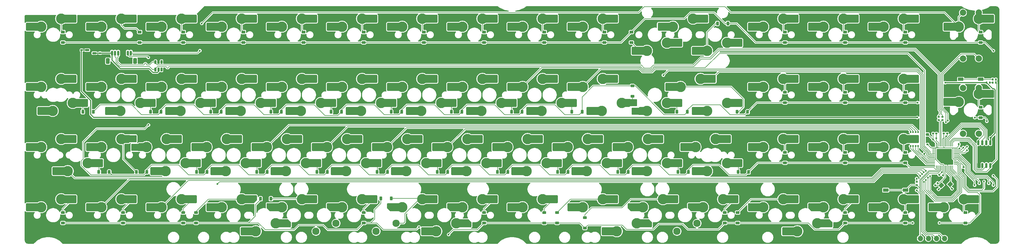
<source format=gbl>
G04 #@! TF.GenerationSoftware,KiCad,Pcbnew,8.0.4-1.fc39*
G04 #@! TF.CreationDate,2024-09-17T21:02:33-04:00*
G04 #@! TF.ProjectId,Q9-Chimera,51392d43-6869-46d6-9572-612e6b696361,rev?*
G04 #@! TF.SameCoordinates,Original*
G04 #@! TF.FileFunction,Copper,L2,Bot*
G04 #@! TF.FilePolarity,Positive*
%FSLAX46Y46*%
G04 Gerber Fmt 4.6, Leading zero omitted, Abs format (unit mm)*
G04 Created by KiCad (PCBNEW 8.0.4-1.fc39) date 2024-09-17 21:02:33*
%MOMM*%
%LPD*%
G01*
G04 APERTURE LIST*
G04 Aperture macros list*
%AMRoundRect*
0 Rectangle with rounded corners*
0 $1 Rounding radius*
0 $2 $3 $4 $5 $6 $7 $8 $9 X,Y pos of 4 corners*
0 Add a 4 corners polygon primitive as box body*
4,1,4,$2,$3,$4,$5,$6,$7,$8,$9,$2,$3,0*
0 Add four circle primitives for the rounded corners*
1,1,$1+$1,$2,$3*
1,1,$1+$1,$4,$5*
1,1,$1+$1,$6,$7*
1,1,$1+$1,$8,$9*
0 Add four rect primitives between the rounded corners*
20,1,$1+$1,$2,$3,$4,$5,0*
20,1,$1+$1,$4,$5,$6,$7,0*
20,1,$1+$1,$6,$7,$8,$9,0*
20,1,$1+$1,$8,$9,$2,$3,0*%
%AMRotRect*
0 Rectangle, with rotation*
0 The origin of the aperture is its center*
0 $1 length*
0 $2 width*
0 $3 Rotation angle, in degrees counterclockwise*
0 Add horizontal line*
21,1,$1,$2,0,0,$3*%
%AMOutline5P*
0 Free polygon, 5 corners , with rotation*
0 The origin of the aperture is its center*
0 number of corners: always 5*
0 $1 to $10 corner X, Y*
0 $11 Rotation angle, in degrees counterclockwise*
0 create outline with 5 corners*
4,1,5,$1,$2,$3,$4,$5,$6,$7,$8,$9,$10,$1,$2,$11*%
%AMOutline6P*
0 Free polygon, 6 corners , with rotation*
0 The origin of the aperture is its center*
0 number of corners: always 6*
0 $1 to $12 corner X, Y*
0 $13 Rotation angle, in degrees counterclockwise*
0 create outline with 6 corners*
4,1,6,$1,$2,$3,$4,$5,$6,$7,$8,$9,$10,$11,$12,$1,$2,$13*%
%AMOutline7P*
0 Free polygon, 7 corners , with rotation*
0 The origin of the aperture is its center*
0 number of corners: always 7*
0 $1 to $14 corner X, Y*
0 $15 Rotation angle, in degrees counterclockwise*
0 create outline with 7 corners*
4,1,7,$1,$2,$3,$4,$5,$6,$7,$8,$9,$10,$11,$12,$13,$14,$1,$2,$15*%
%AMOutline8P*
0 Free polygon, 8 corners , with rotation*
0 The origin of the aperture is its center*
0 number of corners: always 8*
0 $1 to $16 corner X, Y*
0 $17 Rotation angle, in degrees counterclockwise*
0 create outline with 8 corners*
4,1,8,$1,$2,$3,$4,$5,$6,$7,$8,$9,$10,$11,$12,$13,$14,$15,$16,$1,$2,$17*%
%AMFreePoly0*
4,1,18,-1.275000,1.000000,-1.255970,1.095671,-1.201777,1.176777,-1.120671,1.230970,-1.025000,1.250000,0.275000,1.250000,1.275000,0.250000,1.275000,-1.000000,1.255970,-1.095671,1.201777,-1.176777,1.120671,-1.230970,1.025000,-1.250000,-1.025000,-1.250000,-1.120671,-1.230970,-1.201777,-1.176777,-1.255970,-1.095671,-1.275000,-1.000000,-1.275000,1.000000,-1.275000,1.000000,$1*%
%AMFreePoly1*
4,1,18,-1.275000,0.250000,-0.275000,1.250000,1.025000,1.250000,1.120671,1.230970,1.201777,1.176777,1.255970,1.095671,1.275000,1.000000,1.275000,-1.000000,1.255970,-1.095671,1.201777,-1.176777,1.120671,-1.230970,1.025000,-1.250000,-1.025000,-1.250000,-1.120671,-1.230970,-1.201777,-1.176777,-1.255970,-1.095671,-1.275000,-1.000000,-1.275000,0.250000,-1.275000,0.250000,$1*%
G04 Aperture macros list end*
G04 #@! TA.AperFunction,ComponentPad*
%ADD10C,2.300000*%
G04 #@! TD*
G04 #@! TA.AperFunction,ComponentPad*
%ADD11C,2.000000*%
G04 #@! TD*
G04 #@! TA.AperFunction,ComponentPad*
%ADD12RoundRect,0.500000X0.500000X-0.500000X0.500000X0.500000X-0.500000X0.500000X-0.500000X-0.500000X0*%
G04 #@! TD*
G04 #@! TA.AperFunction,SMDPad,CuDef*
%ADD13RoundRect,0.140000X0.170000X-0.140000X0.170000X0.140000X-0.170000X0.140000X-0.170000X-0.140000X0*%
G04 #@! TD*
G04 #@! TA.AperFunction,ComponentPad*
%ADD14C,3.300000*%
G04 #@! TD*
G04 #@! TA.AperFunction,SMDPad,CuDef*
%ADD15R,1.650000X2.500000*%
G04 #@! TD*
G04 #@! TA.AperFunction,SMDPad,CuDef*
%ADD16RoundRect,0.250000X1.025000X1.000000X-1.025000X1.000000X-1.025000X-1.000000X1.025000X-1.000000X0*%
G04 #@! TD*
G04 #@! TA.AperFunction,SMDPad,CuDef*
%ADD17RoundRect,0.225000X0.375000X-0.225000X0.375000X0.225000X-0.375000X0.225000X-0.375000X-0.225000X0*%
G04 #@! TD*
G04 #@! TA.AperFunction,SMDPad,CuDef*
%ADD18RoundRect,0.150000X-0.150000X0.475000X-0.150000X-0.475000X0.150000X-0.475000X0.150000X0.475000X0*%
G04 #@! TD*
G04 #@! TA.AperFunction,SMDPad,CuDef*
%ADD19RoundRect,0.225000X0.225000X0.375000X-0.225000X0.375000X-0.225000X-0.375000X0.225000X-0.375000X0*%
G04 #@! TD*
G04 #@! TA.AperFunction,SMDPad,CuDef*
%ADD20RoundRect,0.225000X-0.375000X0.225000X-0.375000X-0.225000X0.375000X-0.225000X0.375000X0.225000X0*%
G04 #@! TD*
G04 #@! TA.AperFunction,SMDPad,CuDef*
%ADD21RoundRect,0.250000X-1.025000X-1.000000X1.025000X-1.000000X1.025000X1.000000X-1.025000X1.000000X0*%
G04 #@! TD*
G04 #@! TA.AperFunction,SMDPad,CuDef*
%ADD22RoundRect,0.140000X-0.170000X0.140000X-0.170000X-0.140000X0.170000X-0.140000X0.170000X0.140000X0*%
G04 #@! TD*
G04 #@! TA.AperFunction,SMDPad,CuDef*
%ADD23RoundRect,0.135000X-0.135000X-0.185000X0.135000X-0.185000X0.135000X0.185000X-0.135000X0.185000X0*%
G04 #@! TD*
G04 #@! TA.AperFunction,SMDPad,CuDef*
%ADD24Outline5P,-1.275000X1.250000X0.275000X1.250000X1.275000X0.250000X1.275000X-1.250000X-1.275000X-1.250000X180.000000*%
G04 #@! TD*
G04 #@! TA.AperFunction,SMDPad,CuDef*
%ADD25RoundRect,0.135000X-0.185000X0.135000X-0.185000X-0.135000X0.185000X-0.135000X0.185000X0.135000X0*%
G04 #@! TD*
G04 #@! TA.AperFunction,SMDPad,CuDef*
%ADD26RoundRect,0.140000X0.021213X-0.219203X0.219203X-0.021213X-0.021213X0.219203X-0.219203X0.021213X0*%
G04 #@! TD*
G04 #@! TA.AperFunction,SMDPad,CuDef*
%ADD27RoundRect,0.140000X-0.140000X-0.170000X0.140000X-0.170000X0.140000X0.170000X-0.140000X0.170000X0*%
G04 #@! TD*
G04 #@! TA.AperFunction,SMDPad,CuDef*
%ADD28RoundRect,0.225000X-0.225000X-0.375000X0.225000X-0.375000X0.225000X0.375000X-0.225000X0.375000X0*%
G04 #@! TD*
G04 #@! TA.AperFunction,SMDPad,CuDef*
%ADD29FreePoly0,0.000000*%
G04 #@! TD*
G04 #@! TA.AperFunction,SMDPad,CuDef*
%ADD30R,1.700000X1.000000*%
G04 #@! TD*
G04 #@! TA.AperFunction,SMDPad,CuDef*
%ADD31FreePoly1,180.000000*%
G04 #@! TD*
G04 #@! TA.AperFunction,SMDPad,CuDef*
%ADD32RoundRect,0.050000X0.387500X0.050000X-0.387500X0.050000X-0.387500X-0.050000X0.387500X-0.050000X0*%
G04 #@! TD*
G04 #@! TA.AperFunction,SMDPad,CuDef*
%ADD33RoundRect,0.050000X0.050000X0.387500X-0.050000X0.387500X-0.050000X-0.387500X0.050000X-0.387500X0*%
G04 #@! TD*
G04 #@! TA.AperFunction,HeatsinkPad*
%ADD34R,3.200000X3.200000*%
G04 #@! TD*
G04 #@! TA.AperFunction,SMDPad,CuDef*
%ADD35RoundRect,0.150000X-0.512500X-0.150000X0.512500X-0.150000X0.512500X0.150000X-0.512500X0.150000X0*%
G04 #@! TD*
G04 #@! TA.AperFunction,SMDPad,CuDef*
%ADD36RoundRect,0.150000X-0.150000X-0.625000X0.150000X-0.625000X0.150000X0.625000X-0.150000X0.625000X0*%
G04 #@! TD*
G04 #@! TA.AperFunction,SMDPad,CuDef*
%ADD37RoundRect,0.250000X-0.350000X-0.650000X0.350000X-0.650000X0.350000X0.650000X-0.350000X0.650000X0*%
G04 #@! TD*
G04 #@! TA.AperFunction,SMDPad,CuDef*
%ADD38RoundRect,0.140000X-0.021213X0.219203X-0.219203X0.021213X0.021213X-0.219203X0.219203X-0.021213X0*%
G04 #@! TD*
G04 #@! TA.AperFunction,SMDPad,CuDef*
%ADD39Outline5P,-0.825000X1.002500X-0.577500X1.250000X0.825000X1.250000X0.825000X-1.250000X-0.825000X-1.250000X0.000000*%
G04 #@! TD*
G04 #@! TA.AperFunction,SMDPad,CuDef*
%ADD40RoundRect,0.226000X1.041500X0.904000X-1.041500X0.904000X-1.041500X-0.904000X1.041500X-0.904000X0*%
G04 #@! TD*
G04 #@! TA.AperFunction,SMDPad,CuDef*
%ADD41RoundRect,0.228000X-1.047000X-0.912000X1.047000X-0.912000X1.047000X0.912000X-1.047000X0.912000X0*%
G04 #@! TD*
G04 #@! TA.AperFunction,SMDPad,CuDef*
%ADD42RoundRect,0.225000X0.250000X-0.225000X0.250000X0.225000X-0.250000X0.225000X-0.250000X-0.225000X0*%
G04 #@! TD*
G04 #@! TA.AperFunction,SMDPad,CuDef*
%ADD43RotRect,1.400000X1.200000X45.000000*%
G04 #@! TD*
G04 #@! TA.AperFunction,SMDPad,CuDef*
%ADD44Outline5P,-0.825000X1.002500X-0.577500X1.250000X0.825000X1.250000X0.825000X-1.250000X-0.825000X-1.250000X180.000000*%
G04 #@! TD*
G04 #@! TA.AperFunction,SMDPad,CuDef*
%ADD45RoundRect,0.226000X-1.041500X-0.904000X1.041500X-0.904000X1.041500X0.904000X-1.041500X0.904000X0*%
G04 #@! TD*
G04 #@! TA.AperFunction,SMDPad,CuDef*
%ADD46FreePoly0,180.000000*%
G04 #@! TD*
G04 #@! TA.AperFunction,SMDPad,CuDef*
%ADD47RoundRect,0.150000X0.150000X-0.650000X0.150000X0.650000X-0.150000X0.650000X-0.150000X-0.650000X0*%
G04 #@! TD*
G04 #@! TA.AperFunction,SMDPad,CuDef*
%ADD48RoundRect,0.140000X0.219203X0.021213X0.021213X0.219203X-0.219203X-0.021213X-0.021213X-0.219203X0*%
G04 #@! TD*
G04 #@! TA.AperFunction,SMDPad,CuDef*
%ADD49RoundRect,0.228000X1.047000X0.912000X-1.047000X0.912000X-1.047000X-0.912000X1.047000X-0.912000X0*%
G04 #@! TD*
G04 #@! TA.AperFunction,ComponentPad*
%ADD50R,1.700000X1.700000*%
G04 #@! TD*
G04 #@! TA.AperFunction,ComponentPad*
%ADD51O,1.700000X1.700000*%
G04 #@! TD*
G04 #@! TA.AperFunction,SMDPad,CuDef*
%ADD52RoundRect,0.135000X0.035355X-0.226274X0.226274X-0.035355X-0.035355X0.226274X-0.226274X0.035355X0*%
G04 #@! TD*
G04 #@! TA.AperFunction,ViaPad*
%ADD53C,0.600000*%
G04 #@! TD*
G04 #@! TA.AperFunction,ViaPad*
%ADD54C,0.500000*%
G04 #@! TD*
G04 #@! TA.AperFunction,Conductor*
%ADD55C,0.200000*%
G04 #@! TD*
G04 #@! TA.AperFunction,Conductor*
%ADD56C,0.300000*%
G04 #@! TD*
G04 APERTURE END LIST*
D10*
G04 #@! TO.P,MX53,1,1*
G04 #@! TO.N,Col 5*
X114935000Y-85090000D03*
G04 #@! TO.P,MX53,2,2*
G04 #@! TO.N,Net-(D54-A)*
X108585000Y-87630000D03*
G04 #@! TD*
G04 #@! TO.P,MX95,1,1*
G04 #@! TO.N,Net-(D55-A)*
X133984904Y-85089992D03*
G04 #@! TO.P,MX95,2,2*
G04 #@! TO.N,Col 6*
X127634904Y-87629992D03*
G04 #@! TD*
G04 #@! TO.P,MX60,1,1*
G04 #@! TO.N,Col 11*
X229235000Y-85090000D03*
G04 #@! TO.P,MX60,2,2*
G04 #@! TO.N,Net-(D61-A)*
X222885000Y-87630000D03*
G04 #@! TD*
D11*
G04 #@! TO.P,SW2,A,A*
G04 #@! TO.N,ENC2A*
X313412500Y-56712500D03*
G04 #@! TO.P,SW2,B,B*
G04 #@! TO.N,ENC2B*
X318412500Y-56712500D03*
D12*
G04 #@! TO.P,SW2,C,C*
G04 #@! TO.N,GND*
X315912500Y-56712500D03*
D11*
G04 #@! TO.P,SW2,S1,S1*
G04 #@! TO.N,Net-(D32-A)*
X318412500Y-42212500D03*
G04 #@! TO.P,SW2,S2,S2*
G04 #@! TO.N,Col 15*
X313412500Y-42212500D03*
G04 #@! TD*
G04 #@! TO.P,SW1,A,A*
G04 #@! TO.N,ENC1A*
X313412500Y-32900000D03*
G04 #@! TO.P,SW1,B,B*
G04 #@! TO.N,ENC1B*
X318412500Y-32900000D03*
D12*
G04 #@! TO.P,SW1,C,C*
G04 #@! TO.N,GND*
X315912500Y-32900000D03*
D11*
G04 #@! TO.P,SW1,S1,S1*
G04 #@! TO.N,Net-(D16-A)*
X318412500Y-18400000D03*
G04 #@! TO.P,SW1,S2,S2*
G04 #@! TO.N,Col 15*
X313412500Y-18400000D03*
G04 #@! TD*
D13*
G04 #@! TO.P,C2,1*
G04 #@! TO.N,+3V3*
X34329672Y-30259361D03*
G04 #@! TO.P,C2,2*
G04 #@! TO.N,GND*
X34329672Y-29299361D03*
G04 #@! TD*
D14*
G04 #@! TO.P,MX9,1,1*
G04 #@! TO.N,Col 8*
X173990000Y-22860000D03*
D15*
X172165000Y-22860000D03*
D16*
X170440000Y-22860000D03*
G04 #@! TO.P,MX9,2,2*
G04 #@! TO.N,Net-(D9-A)*
X183890000Y-20320000D03*
D15*
X182140000Y-20320000D03*
D14*
X180340000Y-20320000D03*
G04 #@! TD*
D17*
G04 #@! TO.P,D6,1,K*
G04 #@! TO.N,Row 0*
X123731928Y-27843750D03*
G04 #@! TO.P,D6,2,A*
G04 #@! TO.N,Net-(D6-A)*
X123731928Y-24543750D03*
G04 #@! TD*
G04 #@! TO.P,D56,1,K*
G04 #@! TO.N,Row 3*
X161831896Y-84993750D03*
G04 #@! TO.P,D56,2,A*
G04 #@! TO.N,Net-(D56-A)*
X161831896Y-81693750D03*
G04 #@! TD*
D18*
G04 #@! TO.P,U2,1,IO1*
G04 #@! TO.N,D+*
X57787464Y-34047640D03*
G04 #@! TO.P,U2,2,VN*
G04 #@! TO.N,GND*
X58737464Y-34047641D03*
G04 #@! TO.P,U2,3,IO2*
G04 #@! TO.N,unconnected-(U2-IO2-Pad3)*
X59687464Y-34047640D03*
G04 #@! TO.P,U2,4,IO3*
G04 #@! TO.N,unconnected-(U2-IO3-Pad4)*
X59687464Y-36397640D03*
G04 #@! TO.P,U2,5,VP*
G04 #@! TO.N,+5V*
X58737464Y-36397639D03*
G04 #@! TO.P,U2,6,IO4*
G04 #@! TO.N,D-*
X57787464Y-36397640D03*
G04 #@! TD*
D19*
G04 #@! TO.P,D43,1,K*
G04 #@! TO.N,Row 2*
X226479512Y-68857768D03*
G04 #@! TO.P,D43,2,A*
G04 #@! TO.N,Net-(D43-A)*
X223179512Y-68857768D03*
G04 #@! TD*
D14*
G04 #@! TO.P,MX20,1,1*
G04 #@! TO.N,Col 3*
X78740000Y-41910000D03*
D15*
X76915000Y-41910000D03*
D16*
X75190000Y-41910000D03*
G04 #@! TO.P,MX20,2,2*
G04 #@! TO.N,Net-(D20-A)*
X88640000Y-39370000D03*
D15*
X86890000Y-39370000D03*
D14*
X85090000Y-39370000D03*
G04 #@! TD*
G04 #@! TO.P,MX90,1,1*
G04 #@! TO.N,Col 11*
X228758568Y-60960000D03*
D15*
X226933568Y-60960000D03*
D16*
X225208568Y-60960000D03*
G04 #@! TO.P,MX90,2,2*
G04 #@! TO.N,Net-(D44-A)*
X238658568Y-58420000D03*
D15*
X236908568Y-58420000D03*
D14*
X235108568Y-58420000D03*
G04 #@! TD*
D17*
G04 #@! TO.P,D1,1,K*
G04 #@! TO.N,Row 0*
X28482008Y-27843750D03*
G04 #@! TO.P,D1,2,A*
G04 #@! TO.N,Net-(D1-A)*
X28482008Y-24543750D03*
G04 #@! TD*
G04 #@! TO.P,D3,1,K*
G04 #@! TO.N,Row 0*
X66581976Y-27843750D03*
G04 #@! TO.P,D3,2,A*
G04 #@! TO.N,Net-(D3-A)*
X66581976Y-24543750D03*
G04 #@! TD*
D19*
G04 #@! TO.P,D17,1,K*
G04 #@! TO.N,Row 1*
X38063264Y-49807784D03*
G04 #@! TO.P,D17,2,A*
G04 #@! TO.N,Net-(D17-A)*
X34763264Y-49807784D03*
G04 #@! TD*
D20*
G04 #@! TO.P,D11,1,K*
G04 #@! TO.N,Row 0*
X208458432Y-24543750D03*
G04 #@! TO.P,D11,2,A*
G04 #@! TO.N,Net-(D11-A)*
X208458432Y-27843750D03*
G04 #@! TD*
D17*
G04 #@! TO.P,D45,1,K*
G04 #@! TO.N,Row 2*
X257081816Y-65943750D03*
G04 #@! TO.P,D45,2,A*
G04 #@! TO.N,Net-(D45-A)*
X257081816Y-62643750D03*
G04 #@! TD*
D14*
G04 #@! TO.P,MX49,1,1*
G04 #@! TO.N,Col 1*
X40640000Y-80010000D03*
D15*
X38815000Y-80010000D03*
D16*
X37090000Y-80010000D03*
G04 #@! TO.P,MX49,2,2*
G04 #@! TO.N,Net-(D49-A)*
X50540000Y-77470000D03*
D15*
X48790000Y-77470000D03*
D14*
X46990000Y-77470000D03*
G04 #@! TD*
G04 #@! TO.P,MX36,1,1*
G04 #@! TO.N,Net-(D36-A)*
X86360000Y-66040000D03*
D15*
X88185000Y-66040000D03*
D21*
X89910000Y-66040000D03*
G04 #@! TO.P,MX36,2,2*
G04 #@! TO.N,Col 3*
X76460000Y-68580000D03*
D15*
X78210000Y-68580000D03*
D14*
X80010000Y-68580000D03*
G04 #@! TD*
D17*
G04 #@! TO.P,D64,1,K*
G04 #@! TO.N,Row 3*
X295181784Y-84993750D03*
G04 #@! TO.P,D64,2,A*
G04 #@! TO.N,Net-(D64-A)*
X295181784Y-81693750D03*
G04 #@! TD*
G04 #@! TO.P,D65,1,K*
G04 #@! TO.N,Row 3*
X314231768Y-84993750D03*
G04 #@! TO.P,D65,2,A*
G04 #@! TO.N,Net-(D65-A)*
X314231768Y-81693750D03*
G04 #@! TD*
D22*
G04 #@! TO.P,C1,1*
G04 #@! TO.N,+5V*
X40233420Y-31209360D03*
G04 #@! TO.P,C1,2*
G04 #@! TO.N,GND*
X40233420Y-32169360D03*
G04 #@! TD*
D14*
G04 #@! TO.P,MX16,1,1*
G04 #@! TO.N,Col 15*
X312102500Y-22860000D03*
D15*
X310277500Y-22860000D03*
D16*
X308552500Y-22860000D03*
G04 #@! TO.P,MX16,2,2*
G04 #@! TO.N,Net-(D16-A)*
X322002500Y-20320000D03*
D15*
X320252500Y-20320000D03*
D14*
X318452500Y-20320000D03*
G04 #@! TD*
D19*
G04 #@! TO.P,D27,1,K*
G04 #@! TO.N,Row 1*
X226181856Y-49807784D03*
G04 #@! TO.P,D27,2,A*
G04 #@! TO.N,Net-(D27-A)*
X222881856Y-49807784D03*
G04 #@! TD*
D17*
G04 #@! TO.P,D59,1,K*
G04 #@! TO.N,Row 3*
X193724460Y-86581256D03*
G04 #@! TO.P,D59,2,A*
G04 #@! TO.N,Net-(D59-A)*
X193724460Y-83281256D03*
G04 #@! TD*
D14*
G04 #@! TO.P,MX5,1,1*
G04 #@! TO.N,Col 4*
X97790000Y-22860000D03*
D15*
X95965000Y-22860000D03*
D16*
X94240000Y-22860000D03*
G04 #@! TO.P,MX5,2,2*
G04 #@! TO.N,Net-(D5-A)*
X107690000Y-20320000D03*
D15*
X105940000Y-20320000D03*
D14*
X104140000Y-20320000D03*
G04 #@! TD*
D23*
G04 #@! TO.P,R4,1*
G04 #@! TO.N,Net-(R3-Pad2)*
X322800276Y-40574184D03*
G04 #@! TO.P,R4,2*
G04 #@! TO.N,Q_SEL*
X323820276Y-40574184D03*
G04 #@! TD*
D14*
G04 #@! TO.P,MX37,1,1*
G04 #@! TO.N,Net-(D37-A)*
X105410000Y-66040000D03*
D15*
X107235000Y-66040000D03*
D21*
X108960000Y-66040000D03*
G04 #@! TO.P,MX37,2,2*
G04 #@! TO.N,Col 4*
X95510000Y-68580000D03*
D15*
X97260000Y-68580000D03*
D14*
X99060000Y-68580000D03*
G04 #@! TD*
D19*
G04 #@! TO.P,D44,1,K*
G04 #@! TO.N,Row 2*
X245529496Y-68857768D03*
G04 #@! TO.P,D44,2,A*
G04 #@! TO.N,Net-(D44-A)*
X242229496Y-68857768D03*
G04 #@! TD*
D17*
G04 #@! TO.P,D51,1,K*
G04 #@! TO.N,Row 3*
X70643750Y-84993750D03*
G04 #@! TO.P,D51,2,A*
G04 #@! TO.N,Net-(D51-A)*
X70643750Y-81693750D03*
G04 #@! TD*
D19*
G04 #@! TO.P,D22,1,K*
G04 #@! TO.N,Row 1*
X135694432Y-49807784D03*
G04 #@! TO.P,D22,2,A*
G04 #@! TO.N,Net-(D22-A)*
X132394432Y-49807784D03*
G04 #@! TD*
D14*
G04 #@! TO.P,MX82,1,1*
G04 #@! TO.N,Col 3*
X73977448Y-60960000D03*
D15*
X72152448Y-60960000D03*
D16*
X70427448Y-60960000D03*
G04 #@! TO.P,MX82,2,2*
G04 #@! TO.N,Net-(D36-A)*
X83877448Y-58420000D03*
D15*
X82127448Y-58420000D03*
D14*
X80327448Y-58420000D03*
G04 #@! TD*
G04 #@! TO.P,MX44,1,1*
G04 #@! TO.N,Net-(D44-A)*
X238760000Y-66040000D03*
D15*
X240585000Y-66040000D03*
D21*
X242310000Y-66040000D03*
G04 #@! TO.P,MX44,2,2*
G04 #@! TO.N,Col 11*
X228860000Y-68580000D03*
D15*
X230610000Y-68580000D03*
D14*
X232410000Y-68580000D03*
G04 #@! TD*
G04 #@! TO.P,MX30,1,1*
G04 #@! TO.N,Col 13*
X269240000Y-41910000D03*
D15*
X267415000Y-41910000D03*
D16*
X265690000Y-41910000D03*
G04 #@! TO.P,MX30,2,2*
G04 #@! TO.N,Net-(D30-A)*
X279140000Y-39370000D03*
D15*
X277390000Y-39370000D03*
D14*
X275590000Y-39370000D03*
G04 #@! TD*
G04 #@! TO.P,MX52,1,1*
G04 #@! TO.N,Col 4*
X97790000Y-80010000D03*
D15*
X95965000Y-80010000D03*
D24*
X94240000Y-80010000D03*
D16*
G04 #@! TO.P,MX52,2,2*
G04 #@! TO.N,Net-(D52-A)*
X107690000Y-77470000D03*
D15*
X105940000Y-77470000D03*
D14*
X104140000Y-77470000D03*
G04 #@! TD*
D25*
G04 #@! TO.P,R8,1*
G04 #@! TO.N,D-*
X305748572Y-51375112D03*
G04 #@! TO.P,R8,2*
G04 #@! TO.N,Net-(U3-USB_DM)*
X305748572Y-52395112D03*
G04 #@! TD*
D17*
G04 #@! TO.P,D13,1,K*
G04 #@! TO.N,Row 0*
X257081816Y-27843750D03*
G04 #@! TO.P,D13,2,A*
G04 #@! TO.N,Net-(D13-A)*
X257081816Y-24543750D03*
G04 #@! TD*
D14*
G04 #@! TO.P,MX50,1,1*
G04 #@! TO.N,Col 2*
X59690000Y-80010000D03*
D15*
X57865000Y-80010000D03*
D16*
X56140000Y-80010000D03*
G04 #@! TO.P,MX50,2,2*
G04 #@! TO.N,Net-(D50-A)*
X69590000Y-77470000D03*
D15*
X67840000Y-77470000D03*
D14*
X66040000Y-77470000D03*
G04 #@! TD*
D17*
G04 #@! TO.P,D15,1,K*
G04 #@! TO.N,Row 0*
X295181784Y-27843750D03*
G04 #@! TO.P,D15,2,A*
G04 #@! TO.N,Net-(D15-A)*
X295181784Y-24543750D03*
G04 #@! TD*
D26*
G04 #@! TO.P,C10,1*
G04 #@! TO.N,GND*
X309278689Y-74846379D03*
G04 #@! TO.P,C10,2*
G04 #@! TO.N,XIN*
X309957511Y-74167557D03*
G04 #@! TD*
D17*
G04 #@! TO.P,D31,1,K*
G04 #@! TO.N,Row 1*
X295181784Y-46893750D03*
G04 #@! TO.P,D31,2,A*
G04 #@! TO.N,Net-(D31-A)*
X295181784Y-43593750D03*
G04 #@! TD*
D14*
G04 #@! TO.P,MX83,1,1*
G04 #@! TO.N,Col 4*
X93027432Y-60960000D03*
D15*
X91202432Y-60960000D03*
D16*
X89477432Y-60960000D03*
G04 #@! TO.P,MX83,2,2*
G04 #@! TO.N,Net-(D37-A)*
X102927432Y-58420000D03*
D15*
X101177432Y-58420000D03*
D14*
X99377432Y-58420000D03*
G04 #@! TD*
G04 #@! TO.P,MX74,1,1*
G04 #@! TO.N,Net-(D22-A)*
X129222408Y-46990000D03*
D15*
X131047408Y-46990000D03*
D21*
X132772408Y-46990000D03*
G04 #@! TO.P,MX74,2,2*
G04 #@! TO.N,Col 5*
X119322408Y-49530000D03*
D15*
X121072408Y-49530000D03*
D14*
X122872408Y-49530000D03*
G04 #@! TD*
D19*
G04 #@! TO.P,D41,1,K*
G04 #@! TO.N,Row 2*
X188379544Y-68857768D03*
G04 #@! TO.P,D41,2,A*
G04 #@! TO.N,Net-(D41-A)*
X185079544Y-68857768D03*
G04 #@! TD*
D14*
G04 #@! TO.P,MX47,1,1*
G04 #@! TO.N,Col 14*
X288290000Y-60960000D03*
D15*
X286465000Y-60960000D03*
D16*
X284740000Y-60960000D03*
G04 #@! TO.P,MX47,2,2*
G04 #@! TO.N,Net-(D47-A)*
X298190000Y-58420000D03*
D15*
X296440000Y-58420000D03*
D14*
X294640000Y-58420000D03*
G04 #@! TD*
D25*
G04 #@! TO.P,R7,1*
G04 #@! TO.N,D+*
X306939196Y-51375112D03*
G04 #@! TO.P,R7,2*
G04 #@! TO.N,Net-(U3-USB_DP)*
X306939196Y-52395112D03*
G04 #@! TD*
D17*
G04 #@! TO.P,D62,1,K*
G04 #@! TO.N,Row 3*
X242093560Y-84993750D03*
G04 #@! TO.P,D62,2,A*
G04 #@! TO.N,Net-(D62-A)*
X242093560Y-81693750D03*
G04 #@! TD*
D27*
G04 #@! TO.P,C7,1*
G04 #@! TO.N,+3V3*
X312114660Y-60070652D03*
G04 #@! TO.P,C7,2*
G04 #@! TO.N,GND*
X313074660Y-60070652D03*
G04 #@! TD*
D14*
G04 #@! TO.P,MX73,1,1*
G04 #@! TO.N,Net-(D21-A)*
X110172424Y-46990000D03*
D15*
X111997424Y-46990000D03*
D21*
X113722424Y-46990000D03*
G04 #@! TO.P,MX73,2,2*
G04 #@! TO.N,Col 4*
X100272424Y-49530000D03*
D15*
X102022424Y-49530000D03*
D14*
X103822424Y-49530000D03*
G04 #@! TD*
D17*
G04 #@! TO.P,D29,1,K*
G04 #@! TO.N,Row 1*
X257081816Y-46893750D03*
G04 #@! TO.P,D29,2,A*
G04 #@! TO.N,Net-(D29-A)*
X257081816Y-43593750D03*
G04 #@! TD*
D14*
G04 #@! TO.P,MX1,1,1*
G04 #@! TO.N,Col 0*
X21590000Y-22860000D03*
D15*
X19765000Y-22860000D03*
D16*
X18040000Y-22860000D03*
G04 #@! TO.P,MX1,2,2*
G04 #@! TO.N,Net-(D1-A)*
X31490000Y-20320000D03*
D15*
X29740000Y-20320000D03*
D14*
X27940000Y-20320000D03*
G04 #@! TD*
D19*
G04 #@! TO.P,D19,1,K*
G04 #@! TO.N,Row 1*
X78544480Y-49807784D03*
G04 #@! TO.P,D19,2,A*
G04 #@! TO.N,Net-(D19-A)*
X75244480Y-49807784D03*
G04 #@! TD*
D14*
G04 #@! TO.P,MX65,1,1*
G04 #@! TO.N,Col 15*
X307340000Y-80010000D03*
D15*
X305515000Y-80010000D03*
D16*
X303790000Y-80010000D03*
G04 #@! TO.P,MX65,2,2*
G04 #@! TO.N,Net-(D65-A)*
X317240000Y-77470000D03*
D15*
X315490000Y-77470000D03*
D14*
X313690000Y-77470000D03*
G04 #@! TD*
D17*
G04 #@! TO.P,D30,1,K*
G04 #@! TO.N,Row 1*
X276131800Y-46893750D03*
G04 #@! TO.P,D30,2,A*
G04 #@! TO.N,Net-(D30-A)*
X276131800Y-43593750D03*
G04 #@! TD*
D22*
G04 #@! TO.P,C8,1*
G04 #@! TO.N,+3V3*
X313636456Y-67329708D03*
G04 #@! TO.P,C8,2*
G04 #@! TO.N,GND*
X313636456Y-68289708D03*
G04 #@! TD*
D19*
G04 #@! TO.P,D12,1,K*
G04 #@! TO.N,Row 0*
X238981064Y-21828120D03*
G04 #@! TO.P,D12,2,A*
G04 #@! TO.N,Net-(D12-A)*
X235681064Y-21828120D03*
G04 #@! TD*
D14*
G04 #@! TO.P,MX84,1,1*
G04 #@! TO.N,Col 5*
X112077416Y-60960000D03*
D15*
X110252416Y-60960000D03*
D16*
X108527416Y-60960000D03*
G04 #@! TO.P,MX84,2,2*
G04 #@! TO.N,Net-(D38-A)*
X121977416Y-58420000D03*
D15*
X120227416Y-58420000D03*
D14*
X118427416Y-58420000D03*
G04 #@! TD*
D13*
G04 #@! TO.P,C3,1*
G04 #@! TO.N,+1V1*
X305004432Y-56681124D03*
G04 #@! TO.P,C3,2*
G04 #@! TO.N,GND*
X305004432Y-55721124D03*
G04 #@! TD*
D17*
G04 #@! TO.P,D7,1,K*
G04 #@! TO.N,Row 0*
X142781912Y-27843750D03*
G04 #@! TO.P,D7,2,A*
G04 #@! TO.N,Net-(D7-A)*
X142781912Y-24543750D03*
G04 #@! TD*
D14*
G04 #@! TO.P,MX28,1,1*
G04 #@! TO.N,Col 11*
X238760000Y-46990000D03*
D15*
X240585000Y-46990000D03*
D21*
X242310000Y-46990000D03*
G04 #@! TO.P,MX28,2,2*
G04 #@! TO.N,Net-(D28-A)*
X228860000Y-49530000D03*
D15*
X230610000Y-49530000D03*
D14*
X232410000Y-49530000D03*
G04 #@! TD*
D28*
G04 #@! TO.P,D55,1,K*
G04 #@! TO.N,Row 3*
X129120409Y-77192175D03*
G04 #@! TO.P,D55,2,A*
G04 #@! TO.N,Net-(D55-A)*
X132420409Y-77192175D03*
G04 #@! TD*
D14*
G04 #@! TO.P,MX67,1,1*
G04 #@! TO.N,Col 13*
X267334792Y-85090000D03*
D15*
X269159792Y-85090000D03*
D29*
X270884792Y-85090000D03*
D21*
G04 #@! TO.P,MX67,2,2*
G04 #@! TO.N,Net-(D63-A)*
X257434792Y-87630000D03*
D15*
X259184792Y-87630000D03*
D14*
X260984792Y-87630000D03*
G04 #@! TD*
G04 #@! TO.P,MX71,1,1*
G04 #@! TO.N,Net-(D19-A)*
X72072456Y-46990000D03*
D15*
X73897456Y-46990000D03*
D21*
X75622456Y-46990000D03*
G04 #@! TO.P,MX71,2,2*
G04 #@! TO.N,Col 2*
X62172456Y-49530000D03*
D15*
X63922456Y-49530000D03*
D14*
X65722456Y-49530000D03*
G04 #@! TD*
D19*
G04 #@! TO.P,D38,1,K*
G04 #@! TO.N,Row 2*
X131229592Y-68857768D03*
G04 #@! TO.P,D38,2,A*
G04 #@! TO.N,Net-(D38-A)*
X127929592Y-68857768D03*
G04 #@! TD*
G04 #@! TO.P,D23,1,K*
G04 #@! TO.N,Row 1*
X154744416Y-49807784D03*
G04 #@! TO.P,D23,2,A*
G04 #@! TO.N,Net-(D23-A)*
X151444416Y-49807784D03*
G04 #@! TD*
G04 #@! TO.P,D18,1,K*
G04 #@! TO.N,Row 1*
X59494496Y-49807784D03*
G04 #@! TO.P,D18,2,A*
G04 #@! TO.N,Net-(D18-A)*
X56194496Y-49807784D03*
G04 #@! TD*
D23*
G04 #@! TO.P,R6,1*
G04 #@! TO.N,Net-(BOOT1-Pad2)*
X322800276Y-39532388D03*
G04 #@! TO.P,R6,2*
G04 #@! TO.N,Q_SEL*
X323820276Y-39532388D03*
G04 #@! TD*
D21*
G04 #@! TO.P,MX80,1,1*
G04 #@! TO.N,Col 0*
X26453736Y-68580000D03*
D15*
X28203736Y-68580000D03*
D14*
X30003736Y-68580000D03*
G04 #@! TO.P,MX80,2,2*
G04 #@! TO.N,Net-(D33-A)*
X36353736Y-66040000D03*
D15*
X38178736Y-66040000D03*
D21*
X39903736Y-66040000D03*
G04 #@! TD*
D14*
G04 #@! TO.P,MX19,1,1*
G04 #@! TO.N,Col 2*
X59690000Y-41910000D03*
D15*
X57865000Y-41910000D03*
D16*
X56140000Y-41910000D03*
G04 #@! TO.P,MX19,2,2*
G04 #@! TO.N,Net-(D19-A)*
X69590000Y-39370000D03*
D15*
X67840000Y-39370000D03*
D14*
X66040000Y-39370000D03*
G04 #@! TD*
D30*
G04 #@! TO.P,RST1,1,1*
G04 #@! TO.N,GND*
X295250000Y-70821032D03*
X288950000Y-70821032D03*
G04 #@! TO.P,RST1,2,2*
G04 #@! TO.N,RESET*
X295250000Y-74621032D03*
X288950000Y-74621032D03*
G04 #@! TD*
D14*
G04 #@! TO.P,MX51,1,1*
G04 #@! TO.N,Col 3*
X78740000Y-80010000D03*
D15*
X76915000Y-80010000D03*
D16*
X75190000Y-80010000D03*
D31*
G04 #@! TO.P,MX51,2,2*
G04 #@! TO.N,Net-(D51-A)*
X88640000Y-77470000D03*
D15*
X86890000Y-77470000D03*
D14*
X85090000Y-77470000D03*
G04 #@! TD*
D32*
G04 #@! TO.P,U3,1,IOVDD*
G04 #@! TO.N,+3V3*
X310972008Y-61191352D03*
G04 #@! TO.P,U3,2,GPIO0*
G04 #@! TO.N,ENC1B*
X310972008Y-61591352D03*
G04 #@! TO.P,U3,3,GPIO1*
G04 #@! TO.N,ENC1A*
X310972008Y-61991352D03*
G04 #@! TO.P,U3,4,GPIO2*
G04 #@! TO.N,ENC2A*
X310972008Y-62391352D03*
G04 #@! TO.P,U3,5,GPIO3*
G04 #@! TO.N,ENC2B*
X310972008Y-62791352D03*
G04 #@! TO.P,U3,6,GPIO4*
G04 #@! TO.N,Col 12*
X310972008Y-63191352D03*
G04 #@! TO.P,U3,7,GPIO5*
G04 #@! TO.N,Col 13*
X310972008Y-63591352D03*
G04 #@! TO.P,U3,8,GPIO6*
G04 #@! TO.N,Col 14*
X310972008Y-63991352D03*
G04 #@! TO.P,U3,9,GPIO7*
G04 #@! TO.N,Col 15*
X310972008Y-64391352D03*
G04 #@! TO.P,U3,10,IOVDD*
G04 #@! TO.N,+3V3*
X310972008Y-64791352D03*
G04 #@! TO.P,U3,11,GPIO8*
G04 #@! TO.N,unconnected-(U3-GPIO8-Pad11)*
X310972008Y-65191352D03*
G04 #@! TO.P,U3,12,GPIO9*
G04 #@! TO.N,Row 1*
X310972008Y-65591352D03*
G04 #@! TO.P,U3,13,GPIO10*
G04 #@! TO.N,Row 0*
X310972008Y-65991352D03*
G04 #@! TO.P,U3,14,GPIO11*
G04 #@! TO.N,Row 3*
X310972008Y-66391352D03*
D33*
G04 #@! TO.P,U3,15,GPIO12*
G04 #@! TO.N,Col 3*
X310134508Y-67228852D03*
G04 #@! TO.P,U3,16,GPIO13*
G04 #@! TO.N,Col 2*
X309734508Y-67228852D03*
G04 #@! TO.P,U3,17,GPIO14*
G04 #@! TO.N,Col 1*
X309334508Y-67228852D03*
G04 #@! TO.P,U3,18,GPIO15*
G04 #@! TO.N,Col 0*
X308934508Y-67228852D03*
G04 #@! TO.P,U3,19,TESTEN*
G04 #@! TO.N,GND*
X308534508Y-67228852D03*
G04 #@! TO.P,U3,20,XIN*
G04 #@! TO.N,XIN*
X308134508Y-67228852D03*
G04 #@! TO.P,U3,21,XOUT*
G04 #@! TO.N,XOUT*
X307734508Y-67228852D03*
G04 #@! TO.P,U3,22,IOVDD*
G04 #@! TO.N,+3V3*
X307334508Y-67228852D03*
G04 #@! TO.P,U3,23,DVDD*
G04 #@! TO.N,+1V1*
X306934508Y-67228852D03*
G04 #@! TO.P,U3,24,SWCLK*
G04 #@! TO.N,SWC*
X306534508Y-67228852D03*
G04 #@! TO.P,U3,25,SWD*
G04 #@! TO.N,SWD*
X306134508Y-67228852D03*
G04 #@! TO.P,U3,26,RUN*
G04 #@! TO.N,RESET*
X305734508Y-67228852D03*
G04 #@! TO.P,U3,27,GPIO16*
G04 #@! TO.N,Row 2*
X305334508Y-67228852D03*
G04 #@! TO.P,U3,28,GPIO17*
G04 #@! TO.N,unconnected-(U3-GPIO17-Pad28)*
X304934508Y-67228852D03*
D32*
G04 #@! TO.P,U3,29,GPIO18*
G04 #@! TO.N,Col 7*
X304097008Y-66391352D03*
G04 #@! TO.P,U3,30,GPIO19*
G04 #@! TO.N,Col 6*
X304097008Y-65991352D03*
G04 #@! TO.P,U3,31,GPIO20*
G04 #@! TO.N,Col 5*
X304097008Y-65591352D03*
G04 #@! TO.P,U3,32,GPIO21*
G04 #@! TO.N,Col 4*
X304097008Y-65191352D03*
G04 #@! TO.P,U3,33,IOVDD*
G04 #@! TO.N,+3V3*
X304097008Y-64791352D03*
G04 #@! TO.P,U3,34,GPIO22*
G04 #@! TO.N,Col 11*
X304097008Y-64391352D03*
G04 #@! TO.P,U3,35,GPIO23*
G04 #@! TO.N,Col 10*
X304097008Y-63991352D03*
G04 #@! TO.P,U3,36,GPIO24*
G04 #@! TO.N,Col 9*
X304097008Y-63591352D03*
G04 #@! TO.P,U3,37,GPIO25*
G04 #@! TO.N,Col 8*
X304097008Y-63191352D03*
G04 #@! TO.P,U3,38,GPIO26_ADC0*
G04 #@! TO.N,unconnected-(U3-GPIO26_ADC0-Pad38)*
X304097008Y-62791352D03*
G04 #@! TO.P,U3,39,GPIO27_ADC1*
G04 #@! TO.N,unconnected-(U3-GPIO27_ADC1-Pad39)*
X304097008Y-62391352D03*
G04 #@! TO.P,U3,40,GPIO28_ADC2*
G04 #@! TO.N,unconnected-(U3-GPIO28_ADC2-Pad40)*
X304097008Y-61991352D03*
G04 #@! TO.P,U3,41,GPIO29_ADC3*
G04 #@! TO.N,unconnected-(U3-GPIO29_ADC3-Pad41)*
X304097008Y-61591352D03*
G04 #@! TO.P,U3,42,IOVDD*
G04 #@! TO.N,+3V3*
X304097008Y-61191352D03*
D33*
G04 #@! TO.P,U3,43,ADC_AVDD*
X304934508Y-60353852D03*
G04 #@! TO.P,U3,44,VREG_IN*
X305334508Y-60353852D03*
G04 #@! TO.P,U3,45,VREG_VOUT*
G04 #@! TO.N,+1V1*
X305734508Y-60353852D03*
G04 #@! TO.P,U3,46,USB_DM*
G04 #@! TO.N,Net-(U3-USB_DM)*
X306134508Y-60353852D03*
G04 #@! TO.P,U3,47,USB_DP*
G04 #@! TO.N,Net-(U3-USB_DP)*
X306534508Y-60353852D03*
G04 #@! TO.P,U3,48,USB_VDD*
G04 #@! TO.N,+3V3*
X306934508Y-60353852D03*
G04 #@! TO.P,U3,49,IOVDD*
X307334508Y-60353852D03*
G04 #@! TO.P,U3,50,DVDD*
G04 #@! TO.N,+1V1*
X307734508Y-60353852D03*
G04 #@! TO.P,U3,51,QSPI_SD3*
G04 #@! TO.N,Q_IO3*
X308134508Y-60353852D03*
G04 #@! TO.P,U3,52,QSPI_SCLK*
G04 #@! TO.N,Q_CLK*
X308534508Y-60353852D03*
G04 #@! TO.P,U3,53,QSPI_SD0*
G04 #@! TO.N,Q_IO0*
X308934508Y-60353852D03*
G04 #@! TO.P,U3,54,QSPI_SD2*
G04 #@! TO.N,Q_IO2*
X309334508Y-60353852D03*
G04 #@! TO.P,U3,55,QSPI_SD1*
G04 #@! TO.N,Q_IO1*
X309734508Y-60353852D03*
G04 #@! TO.P,U3,56,QSPI_SS*
G04 #@! TO.N,Q_SEL*
X310134508Y-60353852D03*
D34*
G04 #@! TO.P,U3,57,GND*
G04 #@! TO.N,GND*
X307534508Y-63791352D03*
G04 #@! TD*
D19*
G04 #@! TO.P,D21,1,K*
G04 #@! TO.N,Row 1*
X116644448Y-49807784D03*
G04 #@! TO.P,D21,2,A*
G04 #@! TO.N,Net-(D21-A)*
X113344448Y-49807784D03*
G04 #@! TD*
D17*
G04 #@! TO.P,D49,1,K*
G04 #@! TO.N,Row 3*
X47531992Y-84993750D03*
G04 #@! TO.P,D49,2,A*
G04 #@! TO.N,Net-(D49-A)*
X47531992Y-81693750D03*
G04 #@! TD*
D35*
G04 #@! TO.P,U1,1,GND*
G04 #@! TO.N,GND*
X36168732Y-32159359D03*
G04 #@! TO.P,U1,2,VO*
G04 #@! TO.N,+3V3*
X36168732Y-30259361D03*
G04 #@! TO.P,U1,3,VI*
G04 #@! TO.N,+5V*
X38443732Y-31209360D03*
G04 #@! TD*
D21*
G04 #@! TO.P,MX69,1,1*
G04 #@! TO.N,Col 0*
X21691240Y-49530000D03*
D15*
X23441240Y-49530000D03*
D14*
X25241240Y-49530000D03*
G04 #@! TO.P,MX69,2,2*
G04 #@! TO.N,Net-(D17-A)*
X31591240Y-46990000D03*
D15*
X33416240Y-46990000D03*
D21*
X35141240Y-46990000D03*
G04 #@! TD*
D14*
G04 #@! TO.P,MX92,1,1*
G04 #@! TO.N,Col 9*
X210185000Y-85090000D03*
D15*
X212010000Y-85090000D03*
D29*
X213735000Y-85090000D03*
D21*
G04 #@! TO.P,MX92,2,2*
G04 #@! TO.N,Net-(D58-A)*
X200285000Y-87630000D03*
D15*
X202035000Y-87630000D03*
D14*
X203835000Y-87630000D03*
G04 #@! TD*
G04 #@! TO.P,MX35,1,1*
G04 #@! TO.N,Net-(D35-A)*
X67310000Y-66040000D03*
D15*
X69135000Y-66040000D03*
D21*
X70860000Y-66040000D03*
G04 #@! TO.P,MX35,2,2*
G04 #@! TO.N,Col 2*
X57410000Y-68580000D03*
D15*
X59160000Y-68580000D03*
D14*
X60960000Y-68580000D03*
G04 #@! TD*
D28*
G04 #@! TO.P,D52,1,K*
G04 #@! TO.N,Row 3*
X91020248Y-77341028D03*
G04 #@! TO.P,D52,2,A*
G04 #@! TO.N,Net-(D52-A)*
X94320248Y-77341028D03*
G04 #@! TD*
D14*
G04 #@! TO.P,MX31,1,1*
G04 #@! TO.N,Col 14*
X288290000Y-41910000D03*
D15*
X286465000Y-41910000D03*
D16*
X284740000Y-41910000D03*
G04 #@! TO.P,MX31,2,2*
G04 #@! TO.N,Net-(D31-A)*
X298190000Y-39370000D03*
D15*
X296440000Y-39370000D03*
D14*
X294640000Y-39370000D03*
G04 #@! TD*
D17*
G04 #@! TO.P,D4,1,K*
G04 #@! TO.N,Row 0*
X85631960Y-27843750D03*
G04 #@! TO.P,D4,2,A*
G04 #@! TO.N,Net-(D4-A)*
X85631960Y-24543750D03*
G04 #@! TD*
D14*
G04 #@! TO.P,MX10,1,1*
G04 #@! TO.N,Col 9*
X193040000Y-22860000D03*
D15*
X191215000Y-22860000D03*
D16*
X189490000Y-22860000D03*
G04 #@! TO.P,MX10,2,2*
G04 #@! TO.N,Net-(D10-A)*
X202940000Y-20320000D03*
D15*
X201190000Y-20320000D03*
D14*
X199390000Y-20320000D03*
G04 #@! TD*
D17*
G04 #@! TO.P,D50,1,K*
G04 #@! TO.N,Row 3*
X66581976Y-84993750D03*
G04 #@! TO.P,D50,2,A*
G04 #@! TO.N,Net-(D50-A)*
X66581976Y-81693750D03*
G04 #@! TD*
D14*
G04 #@! TO.P,MX12,1,1*
G04 #@! TO.N,Col 11*
X238760000Y-27940000D03*
D15*
X240585000Y-27940000D03*
D21*
X242310000Y-27940000D03*
G04 #@! TO.P,MX12,2,2*
G04 #@! TO.N,Net-(D12-A)*
X228860000Y-30480000D03*
D15*
X230610000Y-30480000D03*
D14*
X232410000Y-30480000D03*
G04 #@! TD*
G04 #@! TO.P,MX77,1,1*
G04 #@! TO.N,Net-(D25-A)*
X186372360Y-46990000D03*
D15*
X188197360Y-46990000D03*
D21*
X189922360Y-46990000D03*
G04 #@! TO.P,MX77,2,2*
G04 #@! TO.N,Col 8*
X176472360Y-49530000D03*
D15*
X178222360Y-49530000D03*
D14*
X180022360Y-49530000D03*
G04 #@! TD*
G04 #@! TO.P,MX23,1,1*
G04 #@! TO.N,Col 6*
X135890000Y-41910000D03*
D15*
X134065000Y-41910000D03*
D16*
X132340000Y-41910000D03*
G04 #@! TO.P,MX23,2,2*
G04 #@! TO.N,Net-(D23-A)*
X145790000Y-39370000D03*
D15*
X144040000Y-39370000D03*
D14*
X142240000Y-39370000D03*
G04 #@! TD*
G04 #@! TO.P,MX17,1,1*
G04 #@! TO.N,Col 0*
X21590000Y-41910000D03*
D15*
X19765000Y-41910000D03*
D16*
X18040000Y-41910000D03*
G04 #@! TO.P,MX17,2,2*
G04 #@! TO.N,Net-(D17-A)*
X31490000Y-39370000D03*
D15*
X29740000Y-39370000D03*
D14*
X27940000Y-39370000D03*
G04 #@! TD*
D36*
G04 #@! TO.P,J1,1,Pin_1*
G04 #@! TO.N,+5V*
X43996064Y-31209360D03*
G04 #@! TO.P,J1,2,Pin_2*
G04 #@! TO.N,D-*
X44996064Y-31209360D03*
G04 #@! TO.P,J1,3,Pin_3*
G04 #@! TO.N,D+*
X45996064Y-31209360D03*
G04 #@! TO.P,J1,4,Pin_4*
G04 #@! TO.N,GND*
X46996064Y-31209360D03*
G04 #@! TO.P,J1,5,Pin_5*
X47996064Y-31209360D03*
G04 #@! TO.P,J1,6,Pin_6*
G04 #@! TO.N,Row 2*
X48996064Y-31209360D03*
G04 #@! TO.P,J1,7,Pin_7*
G04 #@! TO.N,Col 15*
X49996064Y-31209360D03*
D37*
G04 #@! TO.P,J1,MP*
G04 #@! TO.N,N/C*
X42696064Y-33734360D03*
X51296064Y-33734360D03*
G04 #@! TD*
D14*
G04 #@! TO.P,MX24,1,1*
G04 #@! TO.N,Col 7*
X154940000Y-41910000D03*
D15*
X153115000Y-41910000D03*
D16*
X151390000Y-41910000D03*
G04 #@! TO.P,MX24,2,2*
G04 #@! TO.N,Net-(D24-A)*
X164840000Y-39370000D03*
D15*
X163090000Y-39370000D03*
D14*
X161290000Y-39370000D03*
G04 #@! TD*
D17*
G04 #@! TO.P,D61,1,K*
G04 #@! TO.N,Row 3*
X238031832Y-84993750D03*
G04 #@! TO.P,D61,2,A*
G04 #@! TO.N,Net-(D61-A)*
X238031832Y-81693750D03*
G04 #@! TD*
D19*
G04 #@! TO.P,D35,1,K*
G04 #@! TO.N,Row 2*
X74079640Y-68857768D03*
G04 #@! TO.P,D35,2,A*
G04 #@! TO.N,Net-(D35-A)*
X70779640Y-68857768D03*
G04 #@! TD*
D14*
G04 #@! TO.P,MX75,1,1*
G04 #@! TO.N,Net-(D23-A)*
X148272392Y-46990000D03*
D15*
X150097392Y-46990000D03*
D21*
X151822392Y-46990000D03*
G04 #@! TO.P,MX75,2,2*
G04 #@! TO.N,Col 6*
X138372392Y-49530000D03*
D15*
X140122392Y-49530000D03*
D14*
X141922392Y-49530000D03*
G04 #@! TD*
D38*
G04 #@! TO.P,C13,1*
G04 #@! TO.N,+3V3*
X307072937Y-69896056D03*
G04 #@! TO.P,C13,2*
G04 #@! TO.N,GND*
X306394115Y-70574878D03*
G04 #@! TD*
D14*
G04 #@! TO.P,MX81,1,1*
G04 #@! TO.N,Col 2*
X54927464Y-60960000D03*
D39*
X53102464Y-60960000D03*
D40*
X51369964Y-61080000D03*
D16*
G04 #@! TO.P,MX81,2,2*
G04 #@! TO.N,Net-(D35-A)*
X64827464Y-58420000D03*
D15*
X63077464Y-58420000D03*
D14*
X61277464Y-58420000D03*
G04 #@! TD*
G04 #@! TO.P,MX85,1,1*
G04 #@! TO.N,Col 6*
X131127400Y-60960000D03*
D15*
X129302400Y-60960000D03*
D16*
X127577400Y-60960000D03*
G04 #@! TO.P,MX85,2,2*
G04 #@! TO.N,Net-(D39-A)*
X141027400Y-58420000D03*
D15*
X139277400Y-58420000D03*
D14*
X137477400Y-58420000D03*
G04 #@! TD*
D17*
G04 #@! TO.P,D32,1,K*
G04 #@! TO.N,Row 1*
X318994264Y-51656250D03*
G04 #@! TO.P,D32,2,A*
G04 #@! TO.N,Net-(D32-A)*
X318994264Y-48356250D03*
G04 #@! TD*
D14*
G04 #@! TO.P,MX27,1,1*
G04 #@! TO.N,Net-(D27-A)*
X219710000Y-46990000D03*
D15*
X221535000Y-46990000D03*
D21*
X223260000Y-46990000D03*
D41*
G04 #@! TO.P,MX27,2,2*
G04 #@! TO.N,Col 10*
X209810000Y-49640000D03*
D39*
X211560000Y-49530000D03*
D14*
X213360000Y-49530000D03*
G04 #@! TD*
G04 #@! TO.P,MX26,1,1*
G04 #@! TO.N,Col 9*
X193040000Y-41910000D03*
D15*
X191215000Y-41910000D03*
D16*
X189490000Y-41910000D03*
G04 #@! TO.P,MX26,2,2*
G04 #@! TO.N,Net-(D26-A)*
X202940000Y-39370000D03*
D15*
X201190000Y-39370000D03*
D14*
X199390000Y-39370000D03*
G04 #@! TD*
D17*
G04 #@! TO.P,D48,1,K*
G04 #@! TO.N,Row 3*
X28482008Y-84993750D03*
G04 #@! TO.P,D48,2,A*
G04 #@! TO.N,Net-(D48-A)*
X28482008Y-81693750D03*
G04 #@! TD*
D20*
G04 #@! TO.P,D26,1,K*
G04 #@! TO.N,Row 1*
X208756088Y-41609352D03*
G04 #@! TO.P,D26,2,A*
G04 #@! TO.N,Net-(D26-A)*
X208756088Y-44909352D03*
G04 #@! TD*
D14*
G04 #@! TO.P,MX13,1,1*
G04 #@! TO.N,Col 12*
X250190000Y-22860000D03*
D15*
X248365000Y-22860000D03*
D16*
X246640000Y-22860000D03*
G04 #@! TO.P,MX13,2,2*
G04 #@! TO.N,Net-(D13-A)*
X260090000Y-20320000D03*
D15*
X258340000Y-20320000D03*
D14*
X256540000Y-20320000D03*
G04 #@! TD*
D42*
G04 #@! TO.P,C5,1*
G04 #@! TO.N,+3V3*
X302220072Y-56976124D03*
G04 #@! TO.P,C5,2*
G04 #@! TO.N,GND*
X302220072Y-55426124D03*
G04 #@! TD*
D19*
G04 #@! TO.P,D39,1,K*
G04 #@! TO.N,Row 2*
X150279576Y-68857768D03*
G04 #@! TO.P,D39,2,A*
G04 #@! TO.N,Net-(D39-A)*
X146979576Y-68857768D03*
G04 #@! TD*
D43*
G04 #@! TO.P,Y1,1,1*
G04 #@! TO.N,Net-(C12-Pad2)*
X306602134Y-73046637D03*
G04 #@! TO.P,Y1,2,2*
G04 #@! TO.N,GND*
X308157769Y-71491002D03*
G04 #@! TO.P,Y1,3,3*
G04 #@! TO.N,XIN*
X309359850Y-72693083D03*
G04 #@! TO.P,Y1,4,4*
G04 #@! TO.N,GND*
X307804215Y-74248718D03*
G04 #@! TD*
D13*
G04 #@! TO.P,C16,1*
G04 #@! TO.N,+1V1*
X308427476Y-56681124D03*
G04 #@! TO.P,C16,2*
G04 #@! TO.N,GND*
X308427476Y-55721124D03*
G04 #@! TD*
D14*
G04 #@! TO.P,MX62,1,1*
G04 #@! TO.N,Col 12*
X250190000Y-80010000D03*
D15*
X248365000Y-80010000D03*
D16*
X246640000Y-80010000D03*
G04 #@! TO.P,MX62,2,2*
G04 #@! TO.N,Net-(D62-A)*
X260090000Y-77470000D03*
D15*
X258340000Y-77470000D03*
D14*
X256540000Y-77470000D03*
G04 #@! TD*
G04 #@! TO.P,MX78,1,1*
G04 #@! TO.N,Net-(D26-A)*
X205422344Y-46990000D03*
D44*
X207247344Y-46990000D03*
D45*
X208979844Y-46870000D03*
D21*
G04 #@! TO.P,MX78,2,2*
G04 #@! TO.N,Col 9*
X195522344Y-49530000D03*
D15*
X197272344Y-49530000D03*
D14*
X199072344Y-49530000D03*
G04 #@! TD*
G04 #@! TO.P,MX4,1,1*
G04 #@! TO.N,Col 3*
X78740000Y-22860000D03*
D15*
X76915000Y-22860000D03*
D16*
X75190000Y-22860000D03*
G04 #@! TO.P,MX4,2,2*
G04 #@! TO.N,Net-(D4-A)*
X88640000Y-20320000D03*
D15*
X86890000Y-20320000D03*
D14*
X85090000Y-20320000D03*
G04 #@! TD*
G04 #@! TO.P,MX61,1,1*
G04 #@! TO.N,Col 11*
X231140000Y-80010000D03*
D15*
X229315000Y-80010000D03*
D46*
X227590000Y-80010000D03*
D16*
G04 #@! TO.P,MX61,2,2*
G04 #@! TO.N,Net-(D61-A)*
X241040000Y-77470000D03*
D15*
X239290000Y-77470000D03*
D14*
X237490000Y-77470000D03*
G04 #@! TD*
D17*
G04 #@! TO.P,D9,1,K*
G04 #@! TO.N,Row 0*
X180881880Y-27843750D03*
G04 #@! TO.P,D9,2,A*
G04 #@! TO.N,Net-(D9-A)*
X180881880Y-24543750D03*
G04 #@! TD*
D14*
G04 #@! TO.P,MX41,1,1*
G04 #@! TO.N,Net-(D41-A)*
X181610000Y-66040000D03*
D15*
X183435000Y-66040000D03*
D21*
X185160000Y-66040000D03*
G04 #@! TO.P,MX41,2,2*
G04 #@! TO.N,Col 8*
X171710000Y-68580000D03*
D15*
X173460000Y-68580000D03*
D14*
X175260000Y-68580000D03*
G04 #@! TD*
G04 #@! TO.P,MX15,1,1*
G04 #@! TO.N,Col 14*
X288290000Y-22860000D03*
D15*
X286465000Y-22860000D03*
D16*
X284740000Y-22860000D03*
G04 #@! TO.P,MX15,2,2*
G04 #@! TO.N,Net-(D15-A)*
X298190000Y-20320000D03*
D15*
X296440000Y-20320000D03*
D14*
X294640000Y-20320000D03*
G04 #@! TD*
D13*
G04 #@! TO.P,C11,1*
G04 #@! TO.N,+3V3*
X322119652Y-58020576D03*
G04 #@! TO.P,C11,2*
G04 #@! TO.N,GND*
X322119652Y-57060576D03*
G04 #@! TD*
D14*
G04 #@! TO.P,MX57,1,1*
G04 #@! TO.N,Col 8*
X173990000Y-80010000D03*
D15*
X172165000Y-80010000D03*
D16*
X170440000Y-80010000D03*
G04 #@! TO.P,MX57,2,2*
G04 #@! TO.N,Net-(D57-A)*
X183890000Y-77470000D03*
D15*
X182140000Y-77470000D03*
D14*
X180340000Y-77470000D03*
G04 #@! TD*
D17*
G04 #@! TO.P,D58,1,K*
G04 #@! TO.N,Row 3*
X184943750Y-84993750D03*
G04 #@! TO.P,D58,2,A*
G04 #@! TO.N,Net-(D58-A)*
X184943750Y-81693750D03*
G04 #@! TD*
D14*
G04 #@! TO.P,MX39,1,1*
G04 #@! TO.N,Net-(D39-A)*
X143510000Y-66040000D03*
D15*
X145335000Y-66040000D03*
D21*
X147060000Y-66040000D03*
G04 #@! TO.P,MX39,2,2*
G04 #@! TO.N,Col 6*
X133610000Y-68580000D03*
D15*
X135360000Y-68580000D03*
D14*
X137160000Y-68580000D03*
G04 #@! TD*
G04 #@! TO.P,MX68,1,1*
G04 #@! TO.N,Col 10*
X221614824Y-22859992D03*
D15*
X219789824Y-22859992D03*
D16*
X218064824Y-22859992D03*
G04 #@! TO.P,MX68,2,2*
G04 #@! TO.N,Net-(D11-A)*
X231514824Y-20319992D03*
D15*
X229764824Y-20319992D03*
D14*
X227964824Y-20319992D03*
G04 #@! TD*
G04 #@! TO.P,MX66,1,1*
G04 #@! TO.N,Col 7*
X153035000Y-85090000D03*
D15*
X154860000Y-85090000D03*
D29*
X156585000Y-85090000D03*
D21*
G04 #@! TO.P,MX66,2,2*
G04 #@! TO.N,Net-(D56-A)*
X143135000Y-87630000D03*
D15*
X144885000Y-87630000D03*
D14*
X146685000Y-87630000D03*
G04 #@! TD*
D19*
G04 #@! TO.P,D37,1,K*
G04 #@! TO.N,Row 2*
X112179608Y-68857768D03*
G04 #@! TO.P,D37,2,A*
G04 #@! TO.N,Net-(D37-A)*
X108879608Y-68857768D03*
G04 #@! TD*
G04 #@! TO.P,D40,1,K*
G04 #@! TO.N,Row 2*
X169329560Y-68857768D03*
G04 #@! TO.P,D40,2,A*
G04 #@! TO.N,Net-(D40-A)*
X166029560Y-68857768D03*
G04 #@! TD*
D14*
G04 #@! TO.P,MX14,1,1*
G04 #@! TO.N,Col 13*
X269240000Y-22860000D03*
D15*
X267415000Y-22860000D03*
D16*
X265690000Y-22860000D03*
G04 #@! TO.P,MX14,2,2*
G04 #@! TO.N,Net-(D14-A)*
X279140000Y-20320000D03*
D15*
X277390000Y-20320000D03*
D14*
X275590000Y-20320000D03*
G04 #@! TD*
D23*
G04 #@! TO.P,R3,1*
G04 #@! TO.N,+3V3*
X320865512Y-40574184D03*
G04 #@! TO.P,R3,2*
G04 #@! TO.N,Net-(R3-Pad2)*
X321885512Y-40574184D03*
G04 #@! TD*
D14*
G04 #@! TO.P,MX88,1,1*
G04 #@! TO.N,Col 9*
X188277352Y-60960000D03*
D15*
X186452352Y-60960000D03*
D16*
X184727352Y-60960000D03*
G04 #@! TO.P,MX88,2,2*
G04 #@! TO.N,Net-(D42-A)*
X198177352Y-58420000D03*
D15*
X196427352Y-58420000D03*
D14*
X194627352Y-58420000D03*
G04 #@! TD*
G04 #@! TO.P,MX40,1,1*
G04 #@! TO.N,Net-(D40-A)*
X162560000Y-66040000D03*
D15*
X164385000Y-66040000D03*
D21*
X166110000Y-66040000D03*
G04 #@! TO.P,MX40,2,2*
G04 #@! TO.N,Col 7*
X152660000Y-68580000D03*
D15*
X154410000Y-68580000D03*
D14*
X156210000Y-68580000D03*
G04 #@! TD*
G04 #@! TO.P,MX11,1,1*
G04 #@! TO.N,Col 10*
X219710000Y-27940000D03*
D15*
X221535000Y-27940000D03*
D21*
X223260000Y-27940000D03*
G04 #@! TO.P,MX11,2,2*
G04 #@! TO.N,Net-(D11-A)*
X209810000Y-30480000D03*
D15*
X211560000Y-30480000D03*
D14*
X213360000Y-30480000D03*
G04 #@! TD*
G04 #@! TO.P,MX89,1,1*
G04 #@! TO.N,Col 10*
X207327336Y-60960000D03*
D15*
X205502336Y-60960000D03*
D16*
X203777336Y-60960000D03*
G04 #@! TO.P,MX89,2,2*
G04 #@! TO.N,Net-(D43-A)*
X217227336Y-58420000D03*
D15*
X215477336Y-58420000D03*
D14*
X213677336Y-58420000D03*
G04 #@! TD*
D47*
G04 #@! TO.P,U4,1,~{CS}*
G04 #@! TO.N,Q_SEL*
X322089888Y-66796040D03*
G04 #@! TO.P,U4,2,DO(IO1)*
G04 #@! TO.N,Q_IO1*
X320819888Y-66796040D03*
G04 #@! TO.P,U4,3,IO2*
G04 #@! TO.N,Q_IO2*
X319549888Y-66796040D03*
G04 #@! TO.P,U4,4,GND*
G04 #@! TO.N,GND*
X318279888Y-66796040D03*
G04 #@! TO.P,U4,5,DI(IO0)*
G04 #@! TO.N,Q_IO0*
X318279888Y-59596040D03*
G04 #@! TO.P,U4,6,CLK*
G04 #@! TO.N,Q_CLK*
X319549888Y-59596040D03*
G04 #@! TO.P,U4,7,IO3*
G04 #@! TO.N,Q_IO3*
X320819888Y-59596040D03*
G04 #@! TO.P,U4,8,VCC*
G04 #@! TO.N,+3V3*
X322089888Y-59596040D03*
G04 #@! TD*
D14*
G04 #@! TO.P,MX48,1,1*
G04 #@! TO.N,Col 0*
X21590000Y-80010000D03*
D15*
X19765000Y-80010000D03*
D16*
X18040000Y-80010000D03*
G04 #@! TO.P,MX48,2,2*
G04 #@! TO.N,Net-(D48-A)*
X31490000Y-77470000D03*
D15*
X29740000Y-77470000D03*
D14*
X27940000Y-77470000D03*
G04 #@! TD*
G04 #@! TO.P,MX54,1,1*
G04 #@! TO.N,Col 5*
X116840000Y-80010000D03*
D15*
X115015000Y-80010000D03*
D46*
X113290000Y-80010000D03*
D16*
G04 #@! TO.P,MX54,2,2*
G04 #@! TO.N,Net-(D54-A)*
X126740000Y-77470000D03*
D15*
X124990000Y-77470000D03*
D14*
X123190000Y-77470000D03*
G04 #@! TD*
D19*
G04 #@! TO.P,D42,1,K*
G04 #@! TO.N,Row 2*
X207429528Y-68857768D03*
G04 #@! TO.P,D42,2,A*
G04 #@! TO.N,Net-(D42-A)*
X204129528Y-68857768D03*
G04 #@! TD*
D17*
G04 #@! TO.P,D14,1,K*
G04 #@! TO.N,Row 0*
X276131800Y-27843750D03*
G04 #@! TO.P,D14,2,A*
G04 #@! TO.N,Net-(D14-A)*
X276131800Y-24543750D03*
G04 #@! TD*
D14*
G04 #@! TO.P,MX70,1,1*
G04 #@! TO.N,Net-(D18-A)*
X53022472Y-46990000D03*
D15*
X54847472Y-46990000D03*
D21*
X56572472Y-46990000D03*
G04 #@! TO.P,MX70,2,2*
G04 #@! TO.N,Col 1*
X43122472Y-49530000D03*
D15*
X44872472Y-49530000D03*
D14*
X46672472Y-49530000D03*
G04 #@! TD*
G04 #@! TO.P,MX21,1,1*
G04 #@! TO.N,Col 4*
X97790000Y-41910000D03*
D15*
X95965000Y-41910000D03*
D16*
X94240000Y-41910000D03*
G04 #@! TO.P,MX21,2,2*
G04 #@! TO.N,Net-(D21-A)*
X107690000Y-39370000D03*
D15*
X105940000Y-39370000D03*
D14*
X104140000Y-39370000D03*
G04 #@! TD*
G04 #@! TO.P,MX59,1,1*
G04 #@! TO.N,Col 10*
X212090000Y-80010000D03*
D15*
X210265000Y-80010000D03*
D46*
X208540000Y-80010000D03*
D16*
G04 #@! TO.P,MX59,2,2*
G04 #@! TO.N,Net-(D59-A)*
X221990000Y-77470000D03*
D15*
X220240000Y-77470000D03*
D14*
X218440000Y-77470000D03*
G04 #@! TD*
G04 #@! TO.P,MX25,1,1*
G04 #@! TO.N,Col 8*
X173990000Y-41910000D03*
D15*
X172165000Y-41910000D03*
D16*
X170440000Y-41910000D03*
G04 #@! TO.P,MX25,2,2*
G04 #@! TO.N,Net-(D25-A)*
X183890000Y-39370000D03*
D15*
X182140000Y-39370000D03*
D14*
X180340000Y-39370000D03*
G04 #@! TD*
D19*
G04 #@! TO.P,D28,1,K*
G04 #@! TO.N,Row 1*
X245231840Y-49807784D03*
G04 #@! TO.P,D28,2,A*
G04 #@! TO.N,Net-(D28-A)*
X241931840Y-49807784D03*
G04 #@! TD*
D17*
G04 #@! TO.P,D10,1,K*
G04 #@! TO.N,Row 0*
X199931864Y-27843750D03*
G04 #@! TO.P,D10,2,A*
G04 #@! TO.N,Net-(D10-A)*
X199931864Y-24543750D03*
G04 #@! TD*
D14*
G04 #@! TO.P,MX32,1,1*
G04 #@! TO.N,Col 15*
X312102500Y-46672500D03*
D15*
X310277500Y-46672500D03*
D16*
X308552500Y-46672500D03*
G04 #@! TO.P,MX32,2,2*
G04 #@! TO.N,Net-(D32-A)*
X322002500Y-44132500D03*
D15*
X320252500Y-44132500D03*
D14*
X318452500Y-44132500D03*
G04 #@! TD*
G04 #@! TO.P,MX43,1,1*
G04 #@! TO.N,Net-(D43-A)*
X219710000Y-66040000D03*
D15*
X221535000Y-66040000D03*
D21*
X223260000Y-66040000D03*
G04 #@! TO.P,MX43,2,2*
G04 #@! TO.N,Col 10*
X209810000Y-68580000D03*
D15*
X211560000Y-68580000D03*
D14*
X213360000Y-68580000D03*
G04 #@! TD*
D48*
G04 #@! TO.P,C12,1*
G04 #@! TO.N,GND*
X306385639Y-74995207D03*
G04 #@! TO.P,C12,2*
G04 #@! TO.N,Net-(C12-Pad2)*
X305706817Y-74316385D03*
G04 #@! TD*
D14*
G04 #@! TO.P,MX86,1,1*
G04 #@! TO.N,Col 7*
X150177384Y-60960000D03*
D15*
X148352384Y-60960000D03*
D16*
X146627384Y-60960000D03*
G04 #@! TO.P,MX86,2,2*
G04 #@! TO.N,Net-(D40-A)*
X160077384Y-58420000D03*
D15*
X158327384Y-58420000D03*
D14*
X156527384Y-58420000D03*
G04 #@! TD*
G04 #@! TO.P,MX22,1,1*
G04 #@! TO.N,Col 5*
X116840000Y-41910000D03*
D15*
X115015000Y-41910000D03*
D16*
X113290000Y-41910000D03*
G04 #@! TO.P,MX22,2,2*
G04 #@! TO.N,Net-(D22-A)*
X126740000Y-39370000D03*
D15*
X124990000Y-39370000D03*
D14*
X123190000Y-39370000D03*
G04 #@! TD*
D17*
G04 #@! TO.P,D54,1,K*
G04 #@! TO.N,Row 3*
X123731928Y-84993750D03*
G04 #@! TO.P,D54,2,A*
G04 #@! TO.N,Net-(D54-A)*
X123731928Y-81693750D03*
G04 #@! TD*
G04 #@! TO.P,D16,1,K*
G04 #@! TO.N,Row 0*
X318994264Y-27843750D03*
G04 #@! TO.P,D16,2,A*
G04 #@! TO.N,Net-(D16-A)*
X318994264Y-24543750D03*
G04 #@! TD*
D14*
G04 #@! TO.P,MX46,1,1*
G04 #@! TO.N,Col 13*
X269240000Y-60960000D03*
D15*
X267415000Y-60960000D03*
D16*
X265690000Y-60960000D03*
G04 #@! TO.P,MX46,2,2*
G04 #@! TO.N,Net-(D46-A)*
X279140000Y-58420000D03*
D15*
X277390000Y-58420000D03*
D14*
X275590000Y-58420000D03*
G04 #@! TD*
D19*
G04 #@! TO.P,D36,1,K*
G04 #@! TO.N,Row 2*
X93129624Y-68857768D03*
G04 #@! TO.P,D36,2,A*
G04 #@! TO.N,Net-(D36-A)*
X89829624Y-68857768D03*
G04 #@! TD*
D14*
G04 #@! TO.P,MX56,1,1*
G04 #@! TO.N,Col 7*
X154940000Y-80010000D03*
D15*
X153115000Y-80010000D03*
D46*
X151390000Y-80010000D03*
D16*
G04 #@! TO.P,MX56,2,2*
G04 #@! TO.N,Net-(D56-A)*
X164840000Y-77470000D03*
D15*
X163090000Y-77470000D03*
D14*
X161290000Y-77470000D03*
G04 #@! TD*
G04 #@! TO.P,MX72,1,1*
G04 #@! TO.N,Net-(D20-A)*
X91122440Y-46990000D03*
D15*
X92947440Y-46990000D03*
D21*
X94672440Y-46990000D03*
G04 #@! TO.P,MX72,2,2*
G04 #@! TO.N,Col 3*
X81222440Y-49530000D03*
D15*
X82972440Y-49530000D03*
D14*
X84772440Y-49530000D03*
G04 #@! TD*
G04 #@! TO.P,MX91,1,1*
G04 #@! TO.N,Col 3*
X95885000Y-85090000D03*
D15*
X97710000Y-85090000D03*
D29*
X99435000Y-85090000D03*
D21*
G04 #@! TO.P,MX91,2,2*
G04 #@! TO.N,Net-(D51-A)*
X85985000Y-87630000D03*
D15*
X87735000Y-87630000D03*
D14*
X89535000Y-87630000D03*
G04 #@! TD*
D19*
G04 #@! TO.P,D33,1,K*
G04 #@! TO.N,Row 2*
X43123416Y-68857768D03*
G04 #@! TO.P,D33,2,A*
G04 #@! TO.N,Net-(D33-A)*
X39823416Y-68857768D03*
G04 #@! TD*
D17*
G04 #@! TO.P,D63,1,K*
G04 #@! TO.N,Row 3*
X276131800Y-84993750D03*
G04 #@! TO.P,D63,2,A*
G04 #@! TO.N,Net-(D63-A)*
X276131800Y-81693750D03*
G04 #@! TD*
D30*
G04 #@! TO.P,BOOT1,1,1*
G04 #@! TO.N,GND*
X319018876Y-35697624D03*
X312718876Y-35697624D03*
G04 #@! TO.P,BOOT1,2,2*
G04 #@! TO.N,Net-(BOOT1-Pad2)*
X319018876Y-39497624D03*
X312718876Y-39497624D03*
G04 #@! TD*
D38*
G04 #@! TO.P,C4,1*
G04 #@! TO.N,+1V1*
X305880734Y-69778837D03*
G04 #@! TO.P,C4,2*
G04 #@! TO.N,GND*
X305201912Y-70457659D03*
G04 #@! TD*
D14*
G04 #@! TO.P,MX29,1,1*
G04 #@! TO.N,Col 12*
X250190000Y-41910000D03*
D15*
X248365000Y-41910000D03*
D16*
X246640000Y-41910000D03*
G04 #@! TO.P,MX29,2,2*
G04 #@! TO.N,Net-(D29-A)*
X260090000Y-39370000D03*
D15*
X258340000Y-39370000D03*
D14*
X256540000Y-39370000D03*
G04 #@! TD*
G04 #@! TO.P,MX42,1,1*
G04 #@! TO.N,Net-(D42-A)*
X200660000Y-66040000D03*
D15*
X202485000Y-66040000D03*
D21*
X204210000Y-66040000D03*
G04 #@! TO.P,MX42,2,2*
G04 #@! TO.N,Col 9*
X190760000Y-68580000D03*
D15*
X192510000Y-68580000D03*
D14*
X194310000Y-68580000D03*
G04 #@! TD*
G04 #@! TO.P,MX33,1,1*
G04 #@! TO.N,Col 0*
X21590000Y-60960000D03*
D15*
X19765000Y-60960000D03*
D16*
X18040000Y-60960000D03*
G04 #@! TO.P,MX33,2,2*
G04 #@! TO.N,Net-(D33-A)*
X31490000Y-58420000D03*
D15*
X29740000Y-58420000D03*
D14*
X27940000Y-58420000D03*
G04 #@! TD*
D17*
G04 #@! TO.P,D2,1,K*
G04 #@! TO.N,Row 0*
X52784375Y-27843750D03*
G04 #@! TO.P,D2,2,A*
G04 #@! TO.N,Net-(D2-A)*
X52784375Y-24543750D03*
G04 #@! TD*
D14*
G04 #@! TO.P,MX34,1,1*
G04 #@! TO.N,Col 1*
X40640000Y-60960000D03*
D15*
X38815000Y-60960000D03*
D16*
X37090000Y-60960000D03*
D49*
G04 #@! TO.P,MX34,2,2*
G04 #@! TO.N,Net-(D34-A)*
X50540000Y-58310000D03*
D44*
X48790000Y-58420000D03*
D14*
X46990000Y-58420000D03*
G04 #@! TD*
D13*
G04 #@! TO.P,C14,1*
G04 #@! TO.N,+3V3*
X303962636Y-56681124D03*
G04 #@! TO.P,C14,2*
G04 #@! TO.N,GND*
X303962636Y-55721124D03*
G04 #@! TD*
D17*
G04 #@! TO.P,D46,1,K*
G04 #@! TO.N,Row 2*
X276131800Y-65943750D03*
G04 #@! TO.P,D46,2,A*
G04 #@! TO.N,Net-(D46-A)*
X276131800Y-62643750D03*
G04 #@! TD*
D19*
G04 #@! TO.P,D25,1,K*
G04 #@! TO.N,Row 1*
X192844384Y-49807784D03*
G04 #@! TO.P,D25,2,A*
G04 #@! TO.N,Net-(D25-A)*
X189544384Y-49807784D03*
G04 #@! TD*
D14*
G04 #@! TO.P,MX87,1,1*
G04 #@! TO.N,Col 8*
X169227368Y-60960000D03*
D15*
X167402368Y-60960000D03*
D16*
X165677368Y-60960000D03*
G04 #@! TO.P,MX87,2,2*
G04 #@! TO.N,Net-(D41-A)*
X179127368Y-58420000D03*
D15*
X177377368Y-58420000D03*
D14*
X175577368Y-58420000D03*
G04 #@! TD*
D17*
G04 #@! TO.P,D47,1,K*
G04 #@! TO.N,Row 2*
X295181784Y-65943750D03*
G04 #@! TO.P,D47,2,A*
G04 #@! TO.N,Net-(D47-A)*
X295181784Y-62643750D03*
G04 #@! TD*
D50*
G04 #@! TO.P,J3,1,Pin_1*
G04 #@! TO.N,GND*
X297404280Y-89892112D03*
D51*
G04 #@! TO.P,J3,2,Pin_2*
G04 #@! TO.N,+3V3*
X299944280Y-89892112D03*
G04 #@! TO.P,J3,3,Pin_3*
G04 #@! TO.N,RESET*
X302484280Y-89892112D03*
G04 #@! TO.P,J3,4,Pin_4*
G04 #@! TO.N,SWD*
X305024280Y-89892112D03*
G04 #@! TO.P,J3,5,Pin_5*
G04 #@! TO.N,SWC*
X307564280Y-89892112D03*
G04 #@! TD*
D14*
G04 #@! TO.P,MX45,1,1*
G04 #@! TO.N,Col 12*
X250190000Y-60960000D03*
D15*
X248365000Y-60960000D03*
D16*
X246640000Y-60960000D03*
G04 #@! TO.P,MX45,2,2*
G04 #@! TO.N,Net-(D45-A)*
X260090000Y-58420000D03*
D15*
X258340000Y-58420000D03*
D14*
X256540000Y-58420000D03*
G04 #@! TD*
D17*
G04 #@! TO.P,D57,1,K*
G04 #@! TO.N,Row 3*
X180881880Y-84993750D03*
G04 #@! TO.P,D57,2,A*
G04 #@! TO.N,Net-(D57-A)*
X180881880Y-81693750D03*
G04 #@! TD*
D25*
G04 #@! TO.P,R5,1*
G04 #@! TO.N,+3V3*
X298753656Y-71954384D03*
G04 #@! TO.P,R5,2*
G04 #@! TO.N,RESET*
X298753656Y-72974384D03*
G04 #@! TD*
D14*
G04 #@! TO.P,MX64,1,1*
G04 #@! TO.N,Col 14*
X288290000Y-80010000D03*
D15*
X286465000Y-80010000D03*
D16*
X284740000Y-80010000D03*
G04 #@! TO.P,MX64,2,2*
G04 #@! TO.N,Net-(D64-A)*
X298190000Y-77470000D03*
D15*
X296440000Y-77470000D03*
D14*
X294640000Y-77470000D03*
G04 #@! TD*
G04 #@! TO.P,MX18,1,1*
G04 #@! TO.N,Col 1*
X40640000Y-41910000D03*
D15*
X38815000Y-41910000D03*
D16*
X37090000Y-41910000D03*
G04 #@! TO.P,MX18,2,2*
G04 #@! TO.N,Net-(D18-A)*
X50540000Y-39370000D03*
D15*
X48790000Y-39370000D03*
D14*
X46990000Y-39370000D03*
G04 #@! TD*
G04 #@! TO.P,MX63,1,1*
G04 #@! TO.N,Col 13*
X269240000Y-80010000D03*
D15*
X267415000Y-80010000D03*
D46*
X265690000Y-80010000D03*
D16*
G04 #@! TO.P,MX63,2,2*
G04 #@! TO.N,Net-(D63-A)*
X279140000Y-77470000D03*
D15*
X277390000Y-77470000D03*
D14*
X275590000Y-77470000D03*
G04 #@! TD*
D17*
G04 #@! TO.P,D8,1,K*
G04 #@! TO.N,Row 0*
X161831896Y-27843750D03*
G04 #@! TO.P,D8,2,A*
G04 #@! TO.N,Net-(D8-A)*
X161831896Y-24543750D03*
G04 #@! TD*
D48*
G04 #@! TO.P,C9,1*
G04 #@! TO.N,+3V3*
X301176659Y-63088967D03*
G04 #@! TO.P,C9,2*
G04 #@! TO.N,GND*
X300497837Y-62410145D03*
G04 #@! TD*
D13*
G04 #@! TO.P,C15,1*
G04 #@! TO.N,+3V3*
X307385680Y-56681124D03*
G04 #@! TO.P,C15,2*
G04 #@! TO.N,GND*
X307385680Y-55721124D03*
G04 #@! TD*
D19*
G04 #@! TO.P,D24,1,K*
G04 #@! TO.N,Row 1*
X173794400Y-49807784D03*
G04 #@! TO.P,D24,2,A*
G04 #@! TO.N,Net-(D24-A)*
X170494400Y-49807784D03*
G04 #@! TD*
D14*
G04 #@! TO.P,MX76,1,1*
G04 #@! TO.N,Net-(D24-A)*
X167322376Y-46990000D03*
D15*
X169147376Y-46990000D03*
D21*
X170872376Y-46990000D03*
G04 #@! TO.P,MX76,2,2*
G04 #@! TO.N,Col 7*
X157422376Y-49530000D03*
D15*
X159172376Y-49530000D03*
D14*
X160972376Y-49530000D03*
G04 #@! TD*
D13*
G04 #@! TO.P,C6,1*
G04 #@! TO.N,+3V3*
X302220072Y-60110432D03*
G04 #@! TO.P,C6,2*
G04 #@! TO.N,GND*
X302220072Y-59150432D03*
G04 #@! TD*
D19*
G04 #@! TO.P,D34,1,K*
G04 #@! TO.N,Row 2*
X55029656Y-68857768D03*
G04 #@! TO.P,D34,2,A*
G04 #@! TO.N,Net-(D34-A)*
X51729656Y-68857768D03*
G04 #@! TD*
D14*
G04 #@! TO.P,MX2,1,1*
G04 #@! TO.N,Col 1*
X40640000Y-22860000D03*
D15*
X38815000Y-22860000D03*
D16*
X37090000Y-22860000D03*
G04 #@! TO.P,MX2,2,2*
G04 #@! TO.N,Net-(D2-A)*
X50540000Y-20320000D03*
D15*
X48790000Y-20320000D03*
D14*
X46990000Y-20320000D03*
G04 #@! TD*
G04 #@! TO.P,MX58,1,1*
G04 #@! TO.N,Col 9*
X193040000Y-80010000D03*
D15*
X191215000Y-80010000D03*
D16*
X189490000Y-80010000D03*
G04 #@! TO.P,MX58,2,2*
G04 #@! TO.N,Net-(D58-A)*
X202940000Y-77470000D03*
D15*
X201190000Y-77470000D03*
D14*
X199390000Y-77470000D03*
G04 #@! TD*
G04 #@! TO.P,MX6,1,1*
G04 #@! TO.N,Col 5*
X116840000Y-22860000D03*
D15*
X115015000Y-22860000D03*
D16*
X113290000Y-22860000D03*
G04 #@! TO.P,MX6,2,2*
G04 #@! TO.N,Net-(D6-A)*
X126740000Y-20320000D03*
D15*
X124990000Y-20320000D03*
D14*
X123190000Y-20320000D03*
G04 #@! TD*
D19*
G04 #@! TO.P,D20,1,K*
G04 #@! TO.N,Row 1*
X97594464Y-49807784D03*
G04 #@! TO.P,D20,2,A*
G04 #@! TO.N,Net-(D20-A)*
X94294464Y-49807784D03*
G04 #@! TD*
D14*
G04 #@! TO.P,MX8,1,1*
G04 #@! TO.N,Col 7*
X154940000Y-22860000D03*
D15*
X153115000Y-22860000D03*
D16*
X151390000Y-22860000D03*
G04 #@! TO.P,MX8,2,2*
G04 #@! TO.N,Net-(D8-A)*
X164840000Y-20320000D03*
D15*
X163090000Y-20320000D03*
D14*
X161290000Y-20320000D03*
G04 #@! TD*
G04 #@! TO.P,MX38,1,1*
G04 #@! TO.N,Net-(D38-A)*
X124460000Y-66040000D03*
D15*
X126285000Y-66040000D03*
D21*
X128010000Y-66040000D03*
G04 #@! TO.P,MX38,2,2*
G04 #@! TO.N,Col 5*
X114560000Y-68580000D03*
D15*
X116310000Y-68580000D03*
D14*
X118110000Y-68580000D03*
G04 #@! TD*
D52*
G04 #@! TO.P,R9,1*
G04 #@! TO.N,Net-(C12-Pad2)*
X304643808Y-73081656D03*
G04 #@! TO.P,R9,2*
G04 #@! TO.N,XOUT*
X305365056Y-72360408D03*
G04 #@! TD*
D16*
G04 #@! TO.P,MX79,1,1*
G04 #@! TO.N,Col 11*
X233896072Y-39370000D03*
D15*
X232146072Y-39370000D03*
D14*
X230346072Y-39370000D03*
G04 #@! TO.P,MX79,2,2*
G04 #@! TO.N,Net-(D28-A)*
X223996072Y-41910000D03*
D15*
X222171072Y-41910000D03*
D16*
X220446072Y-41910000D03*
G04 #@! TD*
D14*
G04 #@! TO.P,MX7,1,1*
G04 #@! TO.N,Col 6*
X135890000Y-22860000D03*
D15*
X134065000Y-22860000D03*
D16*
X132340000Y-22860000D03*
G04 #@! TO.P,MX7,2,2*
G04 #@! TO.N,Net-(D7-A)*
X145790000Y-20320000D03*
D15*
X144040000Y-20320000D03*
D14*
X142240000Y-20320000D03*
G04 #@! TD*
G04 #@! TO.P,MX3,1,1*
G04 #@! TO.N,Col 2*
X59690000Y-22860000D03*
D15*
X57865000Y-22860000D03*
D16*
X56140000Y-22860000D03*
G04 #@! TO.P,MX3,2,2*
G04 #@! TO.N,Net-(D3-A)*
X69590000Y-20320000D03*
D15*
X67840000Y-20320000D03*
D14*
X66040000Y-20320000D03*
G04 #@! TD*
G04 #@! TO.P,MX55,1,1*
G04 #@! TO.N,Col 6*
X135890000Y-80010000D03*
D15*
X134065000Y-80010000D03*
D46*
X132340000Y-80010000D03*
D16*
G04 #@! TO.P,MX55,2,2*
G04 #@! TO.N,Net-(D55-A)*
X145790000Y-77470000D03*
D15*
X144040000Y-77470000D03*
D14*
X142240000Y-77470000D03*
G04 #@! TD*
D17*
G04 #@! TO.P,D5,1,K*
G04 #@! TO.N,Row 0*
X104681944Y-27843750D03*
G04 #@! TO.P,D5,2,A*
G04 #@! TO.N,Net-(D5-A)*
X104681944Y-24543750D03*
G04 #@! TD*
D53*
G04 #@! TO.N,GND*
X166687500Y-23018750D03*
X119459375Y-77787500D03*
X304006250Y-23415625D03*
X126603218Y-79573427D03*
X91479751Y-74215610D03*
X243284375Y-41671875D03*
X308734508Y-64991352D03*
X317103125Y-80168750D03*
X91281250Y-23018750D03*
D54*
X307385680Y-54570280D03*
D53*
X147637500Y-23018750D03*
X33139048Y-34032016D03*
X282178125Y-49212500D03*
X278606250Y-68659375D03*
X281384375Y-61118750D03*
X106362500Y-57943750D03*
X188515625Y-17462500D03*
X288528125Y-83740625D03*
X292099768Y-72727296D03*
X298450000Y-65881250D03*
X282178125Y-42465625D03*
X206375000Y-21431250D03*
X262731250Y-42068750D03*
X225425000Y-77390625D03*
X308157769Y-71491002D03*
X310852096Y-53082000D03*
X101004616Y-78978136D03*
X243284375Y-20637500D03*
X144859375Y-57943750D03*
X263525000Y-34131250D03*
X271462500Y-74215625D03*
X308734508Y-62591352D03*
X307534508Y-63791352D03*
X148828125Y-76596875D03*
X281384375Y-23018750D03*
X263128125Y-76993750D03*
X186928125Y-40878125D03*
X128984375Y-22621875D03*
X261540625Y-61118750D03*
X206375000Y-76993750D03*
D54*
X305004432Y-54570280D03*
X303962636Y-54570280D03*
D53*
X318293496Y-65285896D03*
X84335880Y-80466416D03*
X35520296Y-34924984D03*
X298450000Y-42068750D03*
X306334508Y-64991352D03*
X297259375Y-74612500D03*
X306334508Y-62591352D03*
X217884375Y-18653125D03*
X295671875Y-61118750D03*
X74662060Y-83145320D03*
D54*
X299838824Y-61714024D03*
D53*
X111125000Y-76596875D03*
D54*
X308427476Y-54570280D03*
X302220072Y-58439808D03*
D53*
X109934375Y-23018750D03*
X83889396Y-85973052D03*
X186134375Y-23018750D03*
X262334375Y-23415625D03*
X320278125Y-41671875D03*
X281781250Y-81756250D03*
X35520296Y-34032016D03*
X168275000Y-76596875D03*
X307804215Y-74248718D03*
X148431250Y-17462500D03*
X125809375Y-58737500D03*
X33139048Y-34924984D03*
G04 #@! TO.N,+3V3*
X307832164Y-40574184D03*
X298753656Y-74655796D03*
X298945856Y-51593720D03*
X298753656Y-70935096D03*
X303962636Y-58582372D03*
G04 #@! TO.N,+1V1*
X308086971Y-57538288D03*
X306734508Y-68908297D03*
X305004432Y-58142152D03*
G04 #@! TO.N,Row 1*
X320972400Y-52784344D03*
X317148552Y-51656250D03*
X299051304Y-46893750D03*
X320079432Y-71834328D03*
G04 #@! TO.N,Row 2*
X55517471Y-32543750D03*
X55562500Y-53975000D03*
G04 #@! TO.N,Row 3*
X297483026Y-84993750D03*
X150564340Y-88651956D03*
X141188176Y-86270708D03*
X305977406Y-84993750D03*
G04 #@! TO.N,Row 0*
X323055992Y-30460144D03*
X323055992Y-70048392D03*
G04 #@! TO.N,Col 1*
X301024015Y-68962393D03*
X302361512Y-70646594D03*
G04 #@! TO.N,Col 2*
X301693108Y-71399888D03*
X300458328Y-69528080D03*
G04 #@! TO.N,Col 3*
X301093108Y-71976892D03*
X299892641Y-70093767D03*
X77390625Y-72628125D03*
G04 #@! TO.N,Col 4*
X299218901Y-60665964D03*
X299218901Y-56201124D03*
G04 #@! TO.N,Col 5*
X298418898Y-56201124D03*
X298418898Y-60665964D03*
G04 #@! TO.N,Col 6*
X297618895Y-56201124D03*
X297618895Y-60665964D03*
G04 #@! TO.N,Col 7*
X296818892Y-56201124D03*
X296818892Y-60665964D03*
G04 #@! TO.N,Col 10*
X218578736Y-38199200D03*
G04 #@! TO.N,Col 12*
X323055992Y-73024952D03*
G04 #@! TO.N,Col 13*
X321567712Y-72429640D03*
G04 #@! TO.N,Col 14*
X318591152Y-72429640D03*
G04 #@! TO.N,Col 15*
X72429640Y-21828120D03*
X71834328Y-30460144D03*
X317102872Y-73024952D03*
G04 #@! TO.N,Col 0*
X302991735Y-70153823D03*
X301659292Y-68476156D03*
G04 #@! TO.N,ENC1B*
X307980992Y-53075736D03*
X312340376Y-61391352D03*
G04 #@! TO.N,ENC1A*
X313531000Y-61118712D03*
X308622795Y-52598145D03*
G04 #@! TO.N,ENC2B*
X314721624Y-62011680D03*
G04 #@! TO.N,ENC2A*
X314721624Y-60821056D03*
G04 #@! TD*
D55*
G04 #@! TO.N,Net-(D55-A)*
X133984904Y-85089992D02*
X136318356Y-85089992D01*
X136318356Y-85089992D02*
X136723539Y-84684809D01*
X136723539Y-84684809D02*
X136723539Y-82083183D01*
X141336722Y-77470000D02*
X142240000Y-77470000D01*
X136723539Y-82083183D02*
X141336722Y-77470000D01*
G04 #@! TO.N,Net-(BOOT1-Pad2)*
X319018876Y-39497624D02*
X312718876Y-39497624D01*
X322800277Y-39532388D02*
X319053640Y-39532388D01*
G04 #@! TO.N,GND*
X308799546Y-71455994D02*
X307980992Y-72274548D01*
X310619458Y-70775456D02*
X310619458Y-74368280D01*
X308534508Y-67228852D02*
X308534508Y-65191352D01*
X310619458Y-74368280D02*
X310141359Y-74846379D01*
X308534508Y-68690506D02*
X310619458Y-70775456D01*
X307132128Y-74248718D02*
X306385639Y-74995207D01*
X308534508Y-67228852D02*
X308534508Y-68690506D01*
X310141359Y-74846379D02*
X309278689Y-74846379D01*
D56*
G04 #@! TO.N,+5V*
X46646156Y-36115608D02*
X43996064Y-33465516D01*
X55760904Y-36115608D02*
X46646156Y-36115608D01*
X58737464Y-37022638D02*
X58737464Y-36397639D01*
X43996064Y-33465516D02*
X43996064Y-31209360D01*
X58387462Y-37372640D02*
X57017936Y-37372640D01*
X58387462Y-37372640D02*
X58737464Y-37022638D01*
X57017936Y-37372640D02*
X55760904Y-36115608D01*
X43996064Y-31209360D02*
X38443732Y-31209360D01*
D55*
G04 #@! TO.N,+3V3*
X305334508Y-60887712D02*
X305638148Y-61191352D01*
D56*
X322823828Y-42532500D02*
X323282956Y-42532500D01*
D55*
X307334508Y-60353852D02*
X307334508Y-56732296D01*
D56*
X323627500Y-56559574D02*
X322166498Y-58020576D01*
X37263264Y-46231568D02*
X37263264Y-50657784D01*
D55*
X312114660Y-60550652D02*
X312114660Y-60070652D01*
X301176659Y-63088967D02*
X301176659Y-63386623D01*
X304097008Y-61191352D02*
X305196632Y-61191352D01*
D56*
X322119652Y-58020576D02*
X322119652Y-59566276D01*
D55*
X305334509Y-60353852D02*
X305334509Y-59954245D01*
X310234508Y-61394992D02*
X310030868Y-61191352D01*
X304934508Y-60353852D02*
X304934508Y-60929228D01*
X307577880Y-61191352D02*
X305196632Y-61191352D01*
X310438148Y-64791352D02*
X310234508Y-64587712D01*
X307334508Y-67228852D02*
X307334508Y-69634485D01*
X298753656Y-74655796D02*
X299944280Y-75846420D01*
X307334508Y-60353852D02*
X307334508Y-60947980D01*
X302581388Y-64791352D02*
X304097008Y-64791352D01*
X310972008Y-61191352D02*
X311473960Y-61191352D01*
X305334508Y-60353852D02*
X305334508Y-60887712D01*
X306934507Y-60353852D02*
X306934507Y-58387061D01*
D56*
X298945856Y-51593720D02*
X38199200Y-51593720D01*
D55*
X304630868Y-61191352D02*
X304834508Y-61394992D01*
X310972008Y-64791352D02*
X310438148Y-64791352D01*
X307334508Y-60947980D02*
X307577880Y-61191352D01*
X301176659Y-63386623D02*
X302581388Y-64791352D01*
X299944280Y-75846420D02*
X299944280Y-89892112D01*
D56*
X34329672Y-43297976D02*
X37263264Y-46231568D01*
D55*
X304834508Y-64891352D02*
X304834508Y-61394992D01*
X311543284Y-64791352D02*
X310972008Y-64791352D01*
X303300992Y-61191352D02*
X302220072Y-60110432D01*
D56*
X36168732Y-30259361D02*
X34329672Y-30259361D01*
D55*
X304934508Y-60929228D02*
X305196632Y-61191352D01*
D56*
X323627500Y-42877044D02*
X323627500Y-56559574D01*
D55*
X306934507Y-58387061D02*
X307334508Y-57987060D01*
D56*
X34329672Y-30259361D02*
X34329672Y-43297976D01*
D55*
X307334508Y-66694992D02*
X307334508Y-67228852D01*
X304734508Y-64791352D02*
X306434508Y-66491352D01*
X304934508Y-60353852D02*
X304934508Y-59554244D01*
X304061868Y-58681604D02*
X302356388Y-56976124D01*
X298753656Y-70935096D02*
X298753656Y-71954385D01*
D56*
X323282956Y-42532500D02*
X323627500Y-42877044D01*
D55*
X310972008Y-61191352D02*
X307577880Y-61191352D01*
X311473960Y-61191352D02*
X312114660Y-60550652D01*
X305334509Y-59954245D02*
X304061868Y-58681604D01*
X313636456Y-66884524D02*
X311543284Y-64791352D01*
D56*
X320865512Y-40574184D02*
X322823828Y-42532500D01*
D55*
X303962636Y-56681124D02*
X303962636Y-58582372D01*
X303962636Y-58582372D02*
X304061868Y-58681604D01*
X304097008Y-61191352D02*
X304630868Y-61191352D01*
X304097008Y-64791352D02*
X304734508Y-64791352D01*
X307334508Y-69634485D02*
X307072937Y-69896056D01*
X310234508Y-64587712D02*
X310234508Y-61394992D01*
D56*
X37263264Y-50657784D02*
X38199200Y-51593720D01*
D55*
X313636456Y-67329708D02*
X313636456Y-66884524D01*
X306434508Y-66491352D02*
X307130868Y-66491352D01*
X307130868Y-66491352D02*
X307334508Y-66694992D01*
X304097008Y-61191352D02*
X303300992Y-61191352D01*
D56*
X307832164Y-40574184D02*
X320865512Y-40574184D01*
D55*
G04 #@! TO.N,+1V1*
X308086971Y-57538288D02*
X308132108Y-57538288D01*
X305734509Y-59639731D02*
X305734509Y-59971103D01*
X306934507Y-68708298D02*
X306934507Y-67228852D01*
X308132108Y-57538288D02*
X308427476Y-57242920D01*
X305004432Y-58909654D02*
X305734509Y-59639731D01*
X306734508Y-68908297D02*
X306734508Y-68925063D01*
X306734508Y-68925063D02*
X305880734Y-69778837D01*
X306734508Y-68908297D02*
X306934507Y-68708298D01*
X305734509Y-59971103D02*
X305734508Y-60353852D01*
X307734508Y-60353852D02*
X307734509Y-57890750D01*
X308086971Y-57538288D02*
X307734509Y-57890750D01*
X308427476Y-57242920D02*
X308427476Y-56681124D01*
X305004432Y-58909654D02*
X305004432Y-56681124D01*
G04 #@! TO.N,XIN*
X308134509Y-67228852D02*
X308134509Y-68856193D01*
X309359850Y-72693083D02*
X309359850Y-73569896D01*
X309359850Y-73569896D02*
X309957511Y-74167557D01*
X308134509Y-68856193D02*
X309525836Y-70247520D01*
X309525836Y-70247520D02*
X309525836Y-72527097D01*
G04 #@! TO.N,Net-(D1-A)*
X27940000Y-20320000D02*
X27940000Y-23908750D01*
X27940000Y-23908750D02*
X28575000Y-24543750D01*
G04 #@! TO.N,Net-(D2-A)*
X51656250Y-23415625D02*
X52784375Y-24543750D01*
X46990000Y-22383750D02*
X48021875Y-23415625D01*
X46990000Y-20320000D02*
X46990000Y-22383750D01*
X48021875Y-23415625D02*
X51656250Y-23415625D01*
G04 #@! TO.N,Net-(D3-A)*
X66040000Y-24001774D02*
X66581976Y-24543750D01*
X66040000Y-20320000D02*
X66040000Y-24001774D01*
G04 #@! TO.N,Net-(D4-A)*
X85090000Y-24001790D02*
X85631960Y-24543750D01*
X85090000Y-20320000D02*
X85090000Y-24001790D01*
G04 #@! TO.N,Net-(D5-A)*
X104140000Y-20320000D02*
X104140000Y-24001806D01*
X104140000Y-24001806D02*
X104681944Y-24543750D01*
G04 #@! TO.N,Net-(D6-A)*
X123190000Y-20320000D02*
X123190000Y-24001822D01*
X123190000Y-24001822D02*
X123731928Y-24543750D01*
G04 #@! TO.N,Net-(D7-A)*
X142240000Y-24001838D02*
X142781912Y-24543750D01*
X142240000Y-20320000D02*
X142240000Y-24001838D01*
G04 #@! TO.N,Net-(D8-A)*
X161290000Y-20320000D02*
X161290000Y-24001854D01*
X161290000Y-24001854D02*
X161831896Y-24543750D01*
G04 #@! TO.N,Net-(D9-A)*
X180340000Y-24001870D02*
X180881880Y-24543750D01*
X180340000Y-20320000D02*
X180340000Y-24001870D01*
G04 #@! TO.N,Net-(D10-A)*
X199390000Y-20320000D02*
X199390000Y-24001886D01*
X199390000Y-24001886D02*
X199931864Y-24543750D01*
G04 #@! TO.N,Net-(D11-A)*
X209810000Y-30480000D02*
X209810000Y-29195318D01*
X209810000Y-29195318D02*
X208458432Y-27843750D01*
G04 #@! TO.N,Net-(D12-A)*
X235681064Y-21828120D02*
X235207105Y-21828120D01*
X235207105Y-21828120D02*
X232410000Y-24625225D01*
X232410000Y-24625225D02*
X232410000Y-30480000D01*
G04 #@! TO.N,Net-(D13-A)*
X256540000Y-24001934D02*
X257081816Y-24543750D01*
X256540000Y-20320000D02*
X256540000Y-24001934D01*
G04 #@! TO.N,Net-(D14-A)*
X275590000Y-20320000D02*
X275590000Y-24001950D01*
X275590000Y-24001950D02*
X276131800Y-24543750D01*
G04 #@! TO.N,Net-(D15-A)*
X294640000Y-20320000D02*
X294640000Y-24001966D01*
X294640000Y-24001966D02*
X295181784Y-24543750D01*
G04 #@! TO.N,Net-(D16-A)*
X318452500Y-24001986D02*
X318994264Y-24543750D01*
X318452500Y-20320000D02*
X318452500Y-24001986D01*
G04 #@! TO.N,Net-(D17-A)*
X34763264Y-49807784D02*
X34763264Y-47367952D01*
G04 #@! TO.N,Net-(D18-A)*
X56194496Y-49807784D02*
X56194496Y-47367952D01*
G04 #@! TO.N,Net-(D19-A)*
X75244480Y-49807784D02*
X75244480Y-47367952D01*
G04 #@! TO.N,Net-(D20-A)*
X94294464Y-49807784D02*
X94294464Y-47367952D01*
G04 #@! TO.N,Net-(D21-A)*
X113344448Y-49807784D02*
X113344448Y-47367952D01*
G04 #@! TO.N,Net-(D22-A)*
X132394432Y-49807784D02*
X132394432Y-47367952D01*
G04 #@! TO.N,Net-(D23-A)*
X151444416Y-49807784D02*
X151444416Y-47367952D01*
G04 #@! TO.N,Net-(D24-A)*
X170494400Y-49807784D02*
X170494400Y-47367952D01*
G04 #@! TO.N,Net-(D25-A)*
X189544384Y-49807784D02*
X189544384Y-47367952D01*
G04 #@! TO.N,Net-(D26-A)*
X208756088Y-44909352D02*
X208756088Y-46673720D01*
G04 #@! TO.N,Net-(D27-A)*
X222881856Y-49807784D02*
X222881856Y-47367952D01*
G04 #@! TO.N,Net-(D28-A)*
X223996072Y-41910000D02*
X240039744Y-41910000D01*
X243885000Y-48304624D02*
X242381840Y-49807784D01*
X242381840Y-49807784D02*
X241931840Y-49807784D01*
X240039744Y-41910000D02*
X243885000Y-45755256D01*
X243885000Y-45755256D02*
X243885000Y-48304624D01*
G04 #@! TO.N,Net-(D29-A)*
X257081816Y-43593750D02*
X257081816Y-39911816D01*
G04 #@! TO.N,Net-(D30-A)*
X275590000Y-39370000D02*
X275590000Y-43051950D01*
X275590000Y-43051950D02*
X276131800Y-43593750D01*
G04 #@! TO.N,Net-(D31-A)*
X294640000Y-43051966D02*
X295181784Y-43593750D01*
X294640000Y-39370000D02*
X294640000Y-43051966D01*
G04 #@! TO.N,Net-(D32-A)*
X318452500Y-47814486D02*
X318994264Y-48356250D01*
X318452500Y-44132500D02*
X318452500Y-47814486D01*
G04 #@! TO.N,Net-(D33-A)*
X39903736Y-66039960D02*
X39903736Y-68777448D01*
G04 #@! TO.N,Net-(D34-A)*
X46990000Y-58420000D02*
X47575364Y-59005364D01*
X47575364Y-59005364D02*
X47575364Y-64703476D01*
X47575364Y-64703476D02*
X51729656Y-68857768D01*
G04 #@! TO.N,Net-(D35-A)*
X70859960Y-66039960D02*
X70859960Y-68777448D01*
G04 #@! TO.N,Net-(D36-A)*
X89909944Y-66039960D02*
X89909944Y-68777448D01*
G04 #@! TO.N,Net-(D37-A)*
X108959928Y-66039960D02*
X108959928Y-68777448D01*
G04 #@! TO.N,Net-(D38-A)*
X128009912Y-66039960D02*
X128009912Y-68777448D01*
G04 #@! TO.N,Net-(D39-A)*
X147059896Y-66039960D02*
X147059896Y-68777448D01*
G04 #@! TO.N,Net-(D40-A)*
X166109880Y-66039960D02*
X166109880Y-68777448D01*
G04 #@! TO.N,Net-(D41-A)*
X185159864Y-66039960D02*
X185159864Y-68777448D01*
G04 #@! TO.N,Net-(D42-A)*
X204209848Y-66039960D02*
X204209848Y-68777448D01*
G04 #@! TO.N,Net-(D43-A)*
X223259832Y-66039960D02*
X223259832Y-68777448D01*
G04 #@! TO.N,Net-(D44-A)*
X242309816Y-66039960D02*
X242309816Y-68777448D01*
G04 #@! TO.N,Net-(D45-A)*
X257081816Y-62643750D02*
X257081816Y-58961816D01*
G04 #@! TO.N,Net-(D46-A)*
X275590000Y-62101950D02*
X276131800Y-62643750D01*
X275590000Y-58420000D02*
X275590000Y-62101950D01*
G04 #@! TO.N,Net-(D47-A)*
X294640000Y-62101966D02*
X295181784Y-62643750D01*
X294640000Y-58420000D02*
X294640000Y-62101966D01*
G04 #@! TO.N,Net-(D48-A)*
X28482008Y-80477992D02*
X31490000Y-77470000D01*
X28482008Y-81693750D02*
X28482008Y-80477992D01*
G04 #@! TO.N,Net-(D49-A)*
X47531992Y-80478008D02*
X50540000Y-77470000D01*
X47531992Y-81693750D02*
X47531992Y-80478008D01*
G04 #@! TO.N,Net-(D50-A)*
X66581976Y-81693750D02*
X66581976Y-80478024D01*
X66581976Y-80478024D02*
X69590000Y-77470000D01*
G04 #@! TO.N,Net-(D51-A)*
X70643750Y-81359375D02*
X74533125Y-77470000D01*
X74533125Y-77470000D02*
X88640000Y-77470000D01*
X70643750Y-81693750D02*
X70643750Y-81359375D01*
G04 #@! TO.N,Net-(D52-A)*
X104011028Y-77341028D02*
X104140000Y-77470000D01*
X94320248Y-77341028D02*
X104011028Y-77341028D01*
G04 #@! TO.N,Net-(D54-A)*
X123731928Y-81693750D02*
X123731928Y-80478072D01*
X123731928Y-80478072D02*
X126740000Y-77470000D01*
G04 #@! TO.N,Net-(D55-A)*
X132420409Y-77192175D02*
X141962175Y-77192175D01*
X141962175Y-77192175D02*
X142240000Y-77470000D01*
G04 #@! TO.N,Net-(D56-A)*
X161831896Y-81693750D02*
X161831896Y-80478104D01*
X161831896Y-80478104D02*
X164840000Y-77470000D01*
G04 #@! TO.N,Net-(D57-A)*
X180881880Y-81693750D02*
X180881880Y-80478120D01*
X180881880Y-80478120D02*
X183890000Y-77470000D01*
G04 #@! TO.N,Net-(D58-A)*
X184943750Y-81693750D02*
X189167500Y-77470000D01*
X189167500Y-77470000D02*
X199390000Y-77470000D01*
G04 #@! TO.N,Net-(D59-A)*
X193724460Y-83281256D02*
X193724460Y-82360765D01*
X195879125Y-80206100D02*
X205481242Y-80206100D01*
X208217398Y-77469944D02*
X218439832Y-77469944D01*
X205481242Y-80206100D02*
X208217398Y-77469944D01*
X193724460Y-82360765D02*
X195879125Y-80206100D01*
G04 #@! TO.N,Net-(D61-A)*
X238031832Y-80477928D02*
X241039816Y-77469944D01*
X238031832Y-81693750D02*
X238031832Y-80477928D01*
G04 #@! TO.N,Net-(D62-A)*
X246317366Y-77469944D02*
X256539800Y-77469944D01*
X242093560Y-81693750D02*
X246317366Y-77469944D01*
G04 #@! TO.N,Net-(D63-A)*
X276131800Y-80477928D02*
X279139784Y-77469944D01*
X276131800Y-81693750D02*
X276131800Y-80477928D01*
G04 #@! TO.N,D+*
X46791608Y-34988264D02*
X45721064Y-33917720D01*
X54295755Y-34649383D02*
X54295755Y-34748264D01*
X214489448Y-35998892D02*
X215490700Y-34997640D01*
X46791608Y-34988264D02*
X54055755Y-34988264D01*
X230391776Y-32616392D02*
X233368336Y-32616392D01*
X45721064Y-33917720D02*
X45721064Y-32646861D01*
X54655755Y-34409383D02*
X54535755Y-34409383D01*
X233368336Y-32616392D02*
X236094728Y-29890000D01*
X306177500Y-37671244D02*
X306177500Y-49010198D01*
X211546446Y-34997640D02*
X212547698Y-35998892D01*
X55899963Y-34997640D02*
X55890587Y-34988264D01*
X54895755Y-34748264D02*
X54895755Y-34649383D01*
X306939196Y-50895111D02*
X306939196Y-51375112D01*
X298396256Y-29890000D02*
X306177500Y-37671244D01*
X306568884Y-49401582D02*
X306568884Y-50524799D01*
X58421910Y-34997640D02*
X211546446Y-34997640D01*
X306568884Y-50524799D02*
X306939196Y-50895111D01*
X212547698Y-35998892D02*
X214489448Y-35998892D01*
X215490700Y-34997640D02*
X228010528Y-34997640D01*
X45996064Y-32371861D02*
X45996064Y-31209360D01*
X306177500Y-49010198D02*
X306568884Y-49401582D01*
X57787464Y-34363194D02*
X58421910Y-34997640D01*
X56849963Y-34047640D02*
X55899963Y-34997640D01*
X45721064Y-32646861D02*
X45996064Y-32371861D01*
X57787464Y-34047640D02*
X56849963Y-34047640D01*
X236094728Y-29890000D02*
X298396256Y-29890000D01*
X55890587Y-34988264D02*
X55135755Y-34988264D01*
X228010528Y-34997640D02*
X230391776Y-32616392D01*
X54895755Y-34649383D02*
G75*
G03*
X54655755Y-34409445I-239955J-17D01*
G01*
X55135755Y-34988264D02*
G75*
G02*
X54895836Y-34748264I45J239964D01*
G01*
X54535755Y-34409383D02*
G75*
G03*
X54295783Y-34649383I45J-240017D01*
G01*
X54295755Y-34748264D02*
G75*
G02*
X54055755Y-34988255I-239955J-36D01*
G01*
G04 #@! TO.N,D-*
X57787464Y-36082088D02*
X58421912Y-35447640D01*
X306118884Y-49587950D02*
X306118884Y-50524799D01*
X211360078Y-35447640D02*
X212361310Y-36448872D01*
X62153305Y-35447640D02*
X211360078Y-35447640D01*
X61553305Y-36005748D02*
X61673305Y-36005748D01*
X56849963Y-36397640D02*
X57787464Y-36397640D01*
X305748572Y-50895111D02*
X305748572Y-51375112D01*
X44996064Y-31209360D02*
X44996064Y-32371861D01*
X233554736Y-33066392D02*
X236331128Y-30290000D01*
X58421912Y-35447640D02*
X61073305Y-35447640D01*
X45271064Y-32646861D02*
X45271064Y-34104120D01*
X44996064Y-32371861D02*
X45271064Y-32646861D01*
X298159856Y-30290000D02*
X305727520Y-37857664D01*
X46605208Y-35438264D02*
X55890587Y-35438264D01*
X306118884Y-50524799D02*
X305748572Y-50895111D01*
X61313305Y-35687640D02*
X61313305Y-35765748D01*
X61913305Y-35765748D02*
X61913305Y-35687640D01*
X214675836Y-36448872D02*
X215677068Y-35447640D01*
X215677068Y-35447640D02*
X228196928Y-35447640D01*
X230578176Y-33066392D02*
X233554736Y-33066392D01*
X236331128Y-30290000D02*
X298159856Y-30290000D01*
X55890587Y-35438264D02*
X56849963Y-36397640D01*
X228196928Y-35447640D02*
X230578176Y-33066392D01*
X305727520Y-37857664D02*
X305727520Y-49196586D01*
X305727520Y-49196586D02*
X306118884Y-49587950D01*
X45271064Y-34104120D02*
X46605208Y-35438264D01*
X212361310Y-36448872D02*
X214675836Y-36448872D01*
X61673305Y-36005748D02*
G75*
G03*
X61913348Y-35765748I-5J240048D01*
G01*
X61073305Y-35447640D02*
G75*
G02*
X61313260Y-35687640I-5J-239960D01*
G01*
X61313305Y-35765748D02*
G75*
G03*
X61553305Y-36005695I239995J48D01*
G01*
X61913305Y-35687640D02*
G75*
G02*
X62153305Y-35447605I239995J40D01*
G01*
G04 #@! TO.N,SWD*
X305446616Y-68781976D02*
X306134509Y-68094083D01*
X305024280Y-89892112D02*
X303874280Y-88742112D01*
X306134509Y-67431340D02*
X306134508Y-67228852D01*
X301899966Y-88742112D02*
X300744280Y-87586426D01*
X300093108Y-74863876D02*
X300093108Y-71500782D01*
X303874280Y-88742112D02*
X301899966Y-88742112D01*
X300093108Y-71500782D02*
X302811914Y-68781976D01*
X300744280Y-87586426D02*
X300744280Y-75515048D01*
X300744280Y-75515048D02*
X300093108Y-74863876D01*
X306134509Y-68094083D02*
X306134509Y-67431340D01*
X302811914Y-68781976D02*
X305446616Y-68781976D01*
G04 #@! TO.N,RESET*
X299690929Y-71337275D02*
X299690929Y-73911656D01*
X300344280Y-86121816D02*
X300344280Y-75680734D01*
X296896648Y-72974384D02*
X295250000Y-74621032D01*
X295250000Y-74621032D02*
X288950000Y-74621032D01*
X300344280Y-87421008D02*
X300344280Y-86121816D01*
X300344280Y-87752112D02*
X300344280Y-75680734D01*
X305734508Y-67228852D02*
X305734509Y-67597025D01*
X299690929Y-75027383D02*
X299690929Y-73911656D01*
X302646228Y-68381976D02*
X299690929Y-71337275D01*
X305734509Y-67928397D02*
X305280930Y-68381976D01*
X299690929Y-73911656D02*
X298753656Y-72974383D01*
X298753656Y-72974384D02*
X296896648Y-72974384D01*
X300344280Y-75680734D02*
X299690929Y-75027383D01*
X302484280Y-89892112D02*
X300344280Y-87752112D01*
X305734509Y-67597025D02*
X305734509Y-67928397D01*
X305280930Y-68381976D02*
X302646228Y-68381976D01*
G04 #@! TO.N,SWC*
X306534508Y-68259770D02*
X306534508Y-67228852D01*
X300493108Y-71666468D02*
X302861588Y-69297988D01*
X301144280Y-75349362D02*
X301144280Y-87420740D01*
X302065652Y-88342112D02*
X301144280Y-87420740D01*
X300493108Y-74698190D02*
X301144280Y-75349362D01*
X305496290Y-69297988D02*
X306534508Y-68259770D01*
X307564280Y-89892112D02*
X306014280Y-88342112D01*
X300493108Y-74698190D02*
X300493108Y-71666468D01*
X306014280Y-88342112D02*
X302065652Y-88342112D01*
X302861588Y-69297988D02*
X305496290Y-69297988D01*
G04 #@! TO.N,Net-(R3-Pad2)*
X322800277Y-40574184D02*
X321885511Y-40574184D01*
G04 #@! TO.N,Q_SEL*
X310752864Y-58935888D02*
X310134508Y-59554244D01*
X322089888Y-66796040D02*
X322089888Y-67596039D01*
X317676724Y-68764800D02*
X316879888Y-67967964D01*
X324077500Y-64808428D02*
X322089888Y-66796040D01*
X323820276Y-40574184D02*
X323820276Y-39532388D01*
X316879888Y-60724756D02*
X315091020Y-58935888D01*
X320921127Y-68764800D02*
X317676724Y-68764800D01*
X310134508Y-59554244D02*
X310134508Y-60353852D01*
X323820276Y-40749420D02*
X324077500Y-41006644D01*
X322089888Y-67596039D02*
X320921127Y-68764800D01*
X324077500Y-41006644D02*
X324077500Y-64808428D01*
X316879888Y-67967964D02*
X316879888Y-60724756D01*
X315091020Y-58935888D02*
X310752864Y-58935888D01*
G04 #@! TO.N,Net-(U3-USB_DP)*
X306534508Y-60353852D02*
X306534508Y-52799799D01*
X306534508Y-52799799D02*
X306939196Y-52395111D01*
G04 #@! TO.N,Net-(U3-USB_DM)*
X306134508Y-60353852D02*
X306134508Y-52781047D01*
X306134508Y-52781047D02*
X305748572Y-52395111D01*
G04 #@! TO.N,XOUT*
X305365056Y-72360408D02*
X305960368Y-72360408D01*
X305960368Y-72360408D02*
X307734508Y-70586268D01*
X307734508Y-70586268D02*
X307734508Y-67228852D01*
G04 #@! TO.N,Q_IO1*
X317279888Y-60559070D02*
X315256706Y-58535888D01*
X320819888Y-66966592D02*
X319421680Y-68364800D01*
X317279888Y-67802278D02*
X317279888Y-60559070D01*
X319421680Y-68364800D02*
X317842410Y-68364800D01*
X317842410Y-68364800D02*
X317279888Y-67802278D01*
X315256706Y-58535888D02*
X310587178Y-58535888D01*
X309734507Y-59388559D02*
X309734507Y-60353852D01*
X310587178Y-58535888D02*
X309734507Y-59388559D01*
G04 #@! TO.N,Q_IO0*
X308934508Y-58670652D02*
X313189972Y-54415188D01*
X318279888Y-58850264D02*
X318279888Y-59596040D01*
X313189972Y-54415188D02*
X318478535Y-54415188D01*
X318478535Y-54415188D02*
X319980200Y-55916853D01*
X319980200Y-57149952D02*
X318279888Y-58850264D01*
X308934508Y-60353852D02*
X308934508Y-58670652D01*
X319980200Y-55916853D02*
X319980200Y-57149952D01*
G04 #@! TO.N,Q_IO2*
X319549888Y-66796040D02*
X319549888Y-67596039D01*
X310421492Y-58135888D02*
X309334508Y-59222872D01*
X318008096Y-67964800D02*
X317679888Y-67636592D01*
X309334508Y-59222872D02*
X309334508Y-60353852D01*
X317679888Y-67636592D02*
X317679888Y-60393384D01*
X317679888Y-60393384D02*
X315422392Y-58135888D01*
X315422392Y-58135888D02*
X310421492Y-58135888D01*
X319549888Y-67596039D02*
X319181127Y-67964800D01*
X319181127Y-67964800D02*
X318008096Y-67964800D01*
G04 #@! TO.N,Q_IO3*
X312858600Y-53615188D02*
X318938420Y-53615188D01*
X318938420Y-53615188D02*
X320819888Y-55496656D01*
X320819888Y-55496656D02*
X320819888Y-59596040D01*
X308134509Y-60353852D02*
X308134509Y-58339279D01*
X308134509Y-58339279D02*
X312858600Y-53615188D01*
G04 #@! TO.N,Q_CLK*
X320380200Y-57940576D02*
X319549888Y-58770888D01*
X308534508Y-58504966D02*
X313024286Y-54015188D01*
X320380200Y-55652296D02*
X320380200Y-57940576D01*
X313024286Y-54015188D02*
X318743092Y-54015188D01*
X318743092Y-54015188D02*
X320380200Y-55652296D01*
X308534508Y-60353852D02*
X308534508Y-58504966D01*
X319549888Y-58770888D02*
X319549888Y-59596040D01*
G04 #@! TO.N,Net-(D64-A)*
X295181784Y-81693750D02*
X295181784Y-78011784D01*
G04 #@! TO.N,Row 1*
X92081968Y-50707784D02*
X96694464Y-50707784D01*
X184204080Y-47579976D02*
X187331888Y-50707784D01*
X153844416Y-50707784D02*
X154744416Y-49807784D01*
X196343060Y-41609352D02*
X192844384Y-45108028D01*
X135694432Y-49807784D02*
X135694432Y-49207784D01*
X165154096Y-47579976D02*
X168281904Y-50707784D01*
X236591560Y-47580000D02*
X239719344Y-50707784D01*
X99222272Y-47579976D02*
X108004707Y-47579976D01*
X226181856Y-49207784D02*
X227809640Y-47580000D01*
X78544480Y-49207784D02*
X80172288Y-47579976D01*
X58594496Y-50707784D02*
X59494496Y-49807784D01*
X318994264Y-51656250D02*
X317148552Y-51656250D01*
X257081816Y-46893750D02*
X295181784Y-46893750D01*
X191944384Y-50707784D02*
X192844384Y-49807784D01*
X175422208Y-47579976D02*
X184204080Y-47579976D01*
X209711621Y-41609352D02*
X218810053Y-50707784D01*
X320079432Y-73958140D02*
X319484120Y-74553452D01*
X244331840Y-50707784D02*
X245231840Y-49807784D01*
X248145874Y-46893750D02*
X245231840Y-49807784D01*
X312650520Y-66464274D02*
X311777598Y-65591352D01*
X187331888Y-50707784D02*
X191944384Y-50707784D01*
X97594464Y-49807784D02*
X97594464Y-49207784D01*
X59494496Y-49807784D02*
X59494496Y-49207784D01*
X208756088Y-41609352D02*
X196343060Y-41609352D01*
X311777598Y-65591352D02*
X310972008Y-65591352D01*
X192844384Y-45108028D02*
X192844384Y-49807784D01*
X156372224Y-47579976D02*
X165154096Y-47579976D01*
X314231768Y-73316344D02*
X314231768Y-70399036D01*
X137322240Y-47579976D02*
X146104675Y-47579976D01*
X116644448Y-49207784D02*
X118272256Y-47579976D01*
X40291072Y-47579976D02*
X50258880Y-47579976D01*
X168281904Y-50707784D02*
X172894400Y-50707784D01*
X173794400Y-49207784D02*
X175422208Y-47579976D01*
X208756088Y-41609352D02*
X209711621Y-41609352D01*
X320972400Y-52189032D02*
X320972400Y-52784344D01*
X172894400Y-50707784D02*
X173794400Y-49807784D01*
X97594464Y-49207784D02*
X99222272Y-47579976D01*
X134794432Y-50707784D02*
X135694432Y-49807784D01*
X257081816Y-46893750D02*
X248145874Y-46893750D01*
X78544480Y-49807784D02*
X78544480Y-49207784D01*
X239719344Y-50707784D02*
X244331840Y-50707784D01*
X38063264Y-49807784D02*
X40291072Y-47579976D01*
X149232483Y-50707784D02*
X153844416Y-50707784D01*
X108004707Y-47579976D02*
X111423139Y-50998408D01*
X320439618Y-51656250D02*
X320972400Y-52189032D01*
X61122304Y-47579976D02*
X69904176Y-47579976D01*
X315468876Y-74553452D02*
X314231768Y-73316344D01*
X80172288Y-47579976D02*
X88954160Y-47579976D01*
X227809640Y-47580000D02*
X236591560Y-47580000D01*
X88954160Y-47579976D02*
X92081968Y-50707784D01*
X319484120Y-74553452D02*
X315468876Y-74553452D01*
X226181856Y-49807784D02*
X226181856Y-49207784D01*
X50258880Y-47579976D02*
X53386688Y-50707784D01*
X73031984Y-50707784D02*
X77644480Y-50707784D01*
X225281856Y-50707784D02*
X226181856Y-49807784D01*
X154744416Y-49207784D02*
X156372224Y-47579976D01*
X53386688Y-50707784D02*
X58594496Y-50707784D01*
X173794400Y-49807784D02*
X173794400Y-49207784D01*
X130182499Y-50707784D02*
X134794432Y-50707784D01*
X318994264Y-51656250D02*
X320439618Y-51656250D01*
X69904176Y-47579976D02*
X73031984Y-50707784D01*
X135694432Y-49207784D02*
X137322240Y-47579976D01*
X77644480Y-50707784D02*
X78544480Y-49807784D01*
X111423139Y-50998408D02*
X115453824Y-50998408D01*
X127054691Y-47579976D02*
X130182499Y-50707784D01*
X312650520Y-68817788D02*
X312650520Y-66464274D01*
X218810053Y-50707784D02*
X225281856Y-50707784D01*
X320079432Y-71834328D02*
X320079432Y-73958140D01*
X116644448Y-49807784D02*
X116644448Y-49207784D01*
X295181784Y-46893750D02*
X298982501Y-46893750D01*
X96694464Y-50707784D02*
X97594464Y-49807784D01*
X115453824Y-50998408D02*
X116644448Y-49807784D01*
X118272256Y-47579976D02*
X127054691Y-47579976D01*
X154744416Y-49807784D02*
X154744416Y-49207784D01*
X146104675Y-47579976D02*
X149232483Y-50707784D01*
X314231768Y-70399036D02*
X312650520Y-68817788D01*
X59494496Y-49207784D02*
X61122304Y-47579976D01*
G04 #@! TO.N,Row 2*
X112179608Y-68150520D02*
X113700168Y-66629960D01*
X73179640Y-69757768D02*
X74079640Y-68857768D01*
X276131800Y-65943750D02*
X295181784Y-65943750D01*
X220371704Y-69757768D02*
X225579512Y-69757768D01*
X257081816Y-65943750D02*
X248443514Y-65943750D01*
X122291632Y-66629960D02*
X125419440Y-69757768D01*
X55562500Y-53975000D02*
X54371875Y-55165625D01*
X207429528Y-68150520D02*
X208950088Y-66629960D01*
X150279576Y-68150520D02*
X151800136Y-66629960D01*
X163519408Y-69757768D02*
X168429560Y-69757768D01*
X226479512Y-68257768D02*
X226772480Y-67964800D01*
X226772480Y-67964800D02*
X226772480Y-67857552D01*
X188379544Y-68857768D02*
X188379544Y-68150520D01*
X168429560Y-69757768D02*
X169329560Y-68857768D01*
X112179608Y-68857768D02*
X112179608Y-68150520D01*
X226772480Y-67857552D02*
X228000072Y-66629960D01*
X305115242Y-67981976D02*
X304753772Y-67981976D01*
X187479544Y-69757768D02*
X188379544Y-68857768D01*
X74079640Y-68857768D02*
X74079640Y-68150520D01*
X239421688Y-69757768D02*
X244629496Y-69757768D01*
X55258081Y-32284360D02*
X49655512Y-32284360D01*
X244629496Y-69757768D02*
X245529496Y-68857768D01*
X44023416Y-69757768D02*
X54129656Y-69757768D01*
X92229624Y-69757768D02*
X93129624Y-68857768D01*
X55517471Y-32543750D02*
X55258081Y-32284360D01*
X75600200Y-66629960D02*
X84191664Y-66629960D01*
X55029656Y-68857768D02*
X55029656Y-68150520D01*
X56550216Y-66629960D02*
X65141680Y-66629960D01*
X113700168Y-66629960D02*
X122291632Y-66629960D01*
X236293880Y-66629960D02*
X239421688Y-69757768D01*
X217243896Y-66629960D02*
X220371704Y-69757768D01*
X182569392Y-69757768D02*
X187479544Y-69757768D01*
X226479512Y-68857768D02*
X226479512Y-68257768D01*
X65141680Y-66629960D02*
X68269488Y-69757768D01*
X169329560Y-68150520D02*
X170850120Y-66629960D01*
X304181504Y-67409708D02*
X296647742Y-67409708D01*
X37313787Y-69757768D02*
X54129656Y-69757768D01*
X49655512Y-32284360D02*
X48996064Y-31624912D01*
X84191664Y-66629960D02*
X87319472Y-69757768D01*
X34887636Y-64748383D02*
X34329672Y-65306347D01*
X43123416Y-68857768D02*
X44023416Y-69757768D01*
X141043960Y-66629960D02*
X144171768Y-69757768D01*
X206529528Y-69757768D02*
X207429528Y-68857768D01*
X130329592Y-69757768D02*
X131229592Y-68857768D01*
X304753772Y-67981976D02*
X304181504Y-67409708D01*
X151800136Y-66629960D02*
X160391600Y-66629960D01*
X132750152Y-66629960D02*
X141043960Y-66629960D01*
X48996064Y-31624912D02*
X48996064Y-31209360D01*
X150279576Y-68857768D02*
X150279576Y-68150520D01*
X201619939Y-69757768D02*
X206529528Y-69757768D01*
X54371875Y-55165625D02*
X39092135Y-55165625D01*
X198492131Y-66629960D02*
X201619939Y-69757768D01*
X54129656Y-69757768D02*
X55029656Y-68857768D01*
X225579512Y-69757768D02*
X226479512Y-68857768D01*
X93129624Y-68150520D02*
X94650184Y-66629960D01*
X305334509Y-67228852D02*
X305334508Y-67762710D01*
X179441584Y-66629960D02*
X182569392Y-69757768D01*
X169329560Y-68857768D02*
X169329560Y-68150520D01*
X208950088Y-66629960D02*
X217243896Y-66629960D01*
X207429528Y-68857768D02*
X207429528Y-68150520D01*
X296647742Y-67409708D02*
X295181784Y-65943750D01*
X160391600Y-66629960D02*
X163519408Y-69757768D01*
X34329672Y-66773653D02*
X37313787Y-69757768D01*
X189900104Y-66629960D02*
X198492131Y-66629960D01*
X131229592Y-68857768D02*
X131229592Y-68150520D01*
X39092135Y-55165625D02*
X34887636Y-59370124D01*
X305334508Y-67762710D02*
X305115242Y-67981976D01*
X106369456Y-69757768D02*
X111279608Y-69757768D01*
X93129624Y-68857768D02*
X93129624Y-68150520D01*
X248443514Y-65943750D02*
X245529496Y-68857768D01*
X149515512Y-69757768D02*
X150415512Y-68857768D01*
X170850120Y-66629960D02*
X179441584Y-66629960D01*
X87319472Y-69757768D02*
X92229624Y-69757768D01*
X34329672Y-65306347D02*
X34329672Y-66773653D01*
X74079640Y-68150520D02*
X75600200Y-66629960D01*
X257081816Y-65943750D02*
X276131800Y-65943750D01*
X94650184Y-66629960D02*
X103241648Y-66629960D01*
X125419440Y-69757768D02*
X130329592Y-69757768D01*
X228000072Y-66629960D02*
X236293880Y-66629960D01*
X131229592Y-68150520D02*
X132750152Y-66629960D01*
X188379544Y-68150520D02*
X189900104Y-66629960D01*
X34887636Y-59370124D02*
X34887636Y-64748383D01*
X111279608Y-69757768D02*
X112179608Y-68857768D01*
X103241648Y-66629960D02*
X106369456Y-69757768D01*
X68269488Y-69757768D02*
X73179640Y-69757768D01*
X144171768Y-69757768D02*
X149515512Y-69757768D01*
X55029656Y-68150520D02*
X56550216Y-66629960D01*
G04 #@! TO.N,Row 3*
X206896250Y-87040000D02*
X215383622Y-87040000D01*
X242093560Y-84993750D02*
X264480825Y-84993750D01*
X235985582Y-87040000D02*
X238031832Y-84993750D01*
X226343125Y-87040000D02*
X235985582Y-87040000D01*
X315518662Y-84993750D02*
X318815000Y-81697412D01*
X129120409Y-78842175D02*
X129120409Y-77192175D01*
X194625716Y-85680000D02*
X205536250Y-85680000D01*
X103083604Y-85680000D02*
X110831868Y-85680000D01*
X121562002Y-87163676D02*
X123731928Y-84993750D01*
X140418892Y-87039992D02*
X129902592Y-87039992D01*
X92521420Y-87163676D02*
X101599928Y-87163676D01*
X184943750Y-84993750D02*
X192136954Y-84993750D01*
X129902592Y-87039992D02*
X127856350Y-84993750D01*
X238031832Y-84993750D02*
X242093560Y-84993750D01*
X180881880Y-84993750D02*
X184943750Y-84993750D01*
X224631250Y-85328125D02*
X226343125Y-87040000D01*
X311446226Y-66391352D02*
X310972008Y-66391352D01*
X318815000Y-81697412D02*
X318815000Y-76113640D01*
X314231768Y-84993750D02*
X315518662Y-84993750D01*
X125945399Y-84993750D02*
X127198531Y-83740618D01*
X313431768Y-73647716D02*
X313431768Y-70730408D01*
X205536250Y-85680000D02*
X206896250Y-87040000D01*
X127198531Y-80764053D02*
X129120409Y-78842175D01*
X305977406Y-84993750D02*
X314231768Y-84993750D01*
X91020248Y-77651576D02*
X91020248Y-77341028D01*
X89396032Y-79275792D02*
X91020248Y-77651576D01*
X110831868Y-85680000D02*
X112315544Y-87163676D01*
X266527075Y-87040000D02*
X274085550Y-87040000D01*
X193724460Y-86581256D02*
X194625716Y-85680000D01*
X70643750Y-84993750D02*
X87249946Y-84993750D01*
X311850520Y-69149160D02*
X311850520Y-66795646D01*
X161831896Y-84993750D02*
X180881880Y-84993750D01*
X192136954Y-84993750D02*
X193724460Y-86581256D01*
X101599928Y-87163676D02*
X103083604Y-85680000D01*
X217095497Y-85328125D02*
X224631250Y-85328125D01*
X315137504Y-75353452D02*
X313431768Y-73647716D01*
X123731928Y-84993750D02*
X125945399Y-84993750D01*
X264480825Y-84993750D02*
X266527075Y-87040000D01*
X89396032Y-82847664D02*
X89396032Y-79275792D01*
X318815000Y-76113640D02*
X318054812Y-75353452D01*
X295181784Y-84993750D02*
X276131800Y-84993750D01*
X313431768Y-70730408D02*
X311850520Y-69149160D01*
X274085550Y-87040000D02*
X276131800Y-84993750D01*
X127198531Y-83740618D02*
X127198531Y-80764053D01*
X28482008Y-84993750D02*
X70643750Y-84993750D01*
X150564340Y-88651956D02*
X152052620Y-87163676D01*
X87249946Y-84993750D02*
X90351494Y-84993750D01*
X318054812Y-75353452D02*
X315137504Y-75353452D01*
X90351494Y-84993750D02*
X92521420Y-87163676D01*
X159661970Y-87163676D02*
X161831896Y-84993750D01*
X297483026Y-84993750D02*
X295181784Y-84993750D01*
X127856350Y-84993750D02*
X123731928Y-84993750D01*
X311850520Y-66795646D02*
X311446226Y-66391352D01*
X152052620Y-87163676D02*
X159661970Y-87163676D01*
X87249946Y-84993750D02*
X89396032Y-82847664D01*
X112315544Y-87163676D02*
X121562002Y-87163676D01*
X141188176Y-86270708D02*
X140418892Y-87039992D01*
X215383622Y-87040000D02*
X217095497Y-85328125D01*
G04 #@! TO.N,Row 0*
X323055992Y-70048392D02*
X324246616Y-71239016D01*
X247781907Y-27843750D02*
X257081816Y-27843750D01*
X241766277Y-21828120D02*
X247781907Y-27843750D01*
X315303190Y-74953452D02*
X313831768Y-73482030D01*
X238981064Y-21828120D02*
X241766277Y-21828120D01*
X227157107Y-18369992D02*
X234635838Y-18369992D01*
X234635838Y-18369992D02*
X238093966Y-21828120D01*
X225187259Y-20339840D02*
X227157107Y-18369992D01*
X315303190Y-74953452D02*
X322913428Y-74953452D01*
X313831768Y-70564722D02*
X312250520Y-68983474D01*
X312250520Y-68983474D02*
X312250520Y-66629960D01*
X208458432Y-24543750D02*
X212662342Y-20339840D01*
X322913428Y-74953452D02*
X324246616Y-73620264D01*
X199931864Y-27843750D02*
X205158432Y-27843750D01*
X311611911Y-65991351D02*
X310972008Y-65991351D01*
X320439598Y-27843750D02*
X323055992Y-30460144D01*
X212662342Y-20339840D02*
X225187259Y-20339840D01*
X312250520Y-66629960D02*
X311611911Y-65991351D01*
X318994264Y-27843750D02*
X295181784Y-27843750D01*
X324246616Y-71239016D02*
X324246616Y-73620264D01*
X238093966Y-21828120D02*
X238981064Y-21828120D01*
X313831768Y-73482030D02*
X313831768Y-70564722D01*
X276131800Y-27843750D02*
X295181784Y-27843750D01*
X318994264Y-27843750D02*
X320439598Y-27843750D01*
X205158432Y-27843750D02*
X208458432Y-24543750D01*
X257081816Y-27843750D02*
X276131800Y-27843750D01*
X199931864Y-27843750D02*
X28482008Y-27843750D01*
G04 #@! TO.N,Col 1*
X305043538Y-77254604D02*
X309906276Y-77254604D01*
X302361512Y-74572578D02*
X305043538Y-77254604D01*
X301024015Y-68962393D02*
X300317814Y-68256192D01*
X309334508Y-68359134D02*
X312231768Y-71256395D01*
X309906276Y-77254604D02*
X312231768Y-74929112D01*
X302361512Y-70646594D02*
X302361512Y-74572578D01*
X309334508Y-68359134D02*
X309334508Y-67228852D01*
X284845476Y-71151100D02*
X49498900Y-71151100D01*
X300317814Y-68256192D02*
X287740384Y-68256192D01*
X49498900Y-71151100D02*
X40640000Y-80010000D01*
X312231768Y-74929112D02*
X312231768Y-71256395D01*
X287740384Y-68256192D02*
X284845476Y-71151100D01*
G04 #@! TO.N,Col 2*
X287859586Y-68702676D02*
X285011162Y-71551100D01*
X301693108Y-71399888D02*
X301693108Y-74469860D01*
X309734507Y-68193448D02*
X309734507Y-67228852D01*
X312631768Y-75094798D02*
X312631768Y-71090709D01*
X301693108Y-74469860D02*
X304877852Y-77654604D01*
X300458328Y-69528080D02*
X299632924Y-68702676D01*
X285011162Y-71551100D02*
X68148900Y-71551100D01*
X304877852Y-77654604D02*
X310071962Y-77654604D01*
X312631768Y-71090709D02*
X309734507Y-68193448D01*
X68148900Y-71551100D02*
X59690000Y-80010000D01*
X310071962Y-77654604D02*
X312631768Y-75094798D01*
X299632924Y-68702676D02*
X287859586Y-68702676D01*
G04 #@! TO.N,Col 3*
X78067650Y-71951100D02*
X285176848Y-71951100D01*
X301093108Y-74614000D02*
X304533712Y-78054604D01*
X301093108Y-71976892D02*
X301093108Y-74614000D01*
X298901550Y-69102676D02*
X299892641Y-70093767D01*
X288025272Y-69102676D02*
X298901550Y-69102676D01*
X310134508Y-68027763D02*
X310134508Y-67228852D01*
X310237648Y-78054604D02*
X313031768Y-75260484D01*
X313031768Y-70925023D02*
X310134508Y-68027763D01*
X313031768Y-75260484D02*
X313031768Y-70925023D01*
X77390625Y-72628125D02*
X78067650Y-71951100D01*
X304533712Y-78054604D02*
X310237648Y-78054604D01*
X285176848Y-71951100D02*
X288025272Y-69102676D01*
G04 #@! TO.N,Col 4*
X99972244Y-54015188D02*
X93027432Y-60960000D01*
X299218901Y-56201124D02*
X299218901Y-55922229D01*
X299218901Y-60665964D02*
X299218901Y-62109430D01*
X299218901Y-55922229D02*
X297311860Y-54015188D01*
X297311860Y-54015188D02*
X99972244Y-54015188D01*
X302300823Y-65191352D02*
X304097008Y-65191352D01*
X299218901Y-62109430D02*
X302300823Y-65191352D01*
G04 #@! TO.N,Col 5*
X302135137Y-65591352D02*
X304097008Y-65591352D01*
X298418898Y-60665964D02*
X298418898Y-61875113D01*
X298418898Y-55866366D02*
X296967720Y-54415188D01*
X298418898Y-61875113D02*
X302135137Y-65591352D01*
X118622228Y-54415188D02*
X296967720Y-54415188D01*
X298418898Y-56201124D02*
X298418898Y-55866366D01*
X112077416Y-60960000D02*
X118622228Y-54415188D01*
G04 #@! TO.N,Col 6*
X297618895Y-56201124D02*
X297618895Y-56052296D01*
X301969451Y-65991352D02*
X304097008Y-65991352D01*
X297618895Y-60665964D02*
X297618895Y-61640796D01*
X297618895Y-56052296D02*
X297563032Y-55996433D01*
X297618895Y-56201124D02*
X297618895Y-55884917D01*
X131127400Y-60960000D02*
X137225728Y-54861672D01*
X297618895Y-55884917D02*
X296595650Y-54861672D01*
X137225728Y-54861672D02*
X296595650Y-54861672D01*
X297618895Y-61640796D02*
X301969451Y-65991352D01*
G04 #@! TO.N,Col 7*
X296818892Y-61406480D02*
X301803764Y-66391352D01*
X296818892Y-56201124D02*
X296818892Y-55903468D01*
X150177384Y-60960000D02*
X155829228Y-55308156D01*
X296818892Y-60665964D02*
X296818892Y-61406480D01*
X296818892Y-55903468D02*
X296223580Y-55308156D01*
X301803764Y-66391352D02*
X304097008Y-66391352D01*
X155829228Y-55308156D02*
X296223580Y-55308156D01*
G04 #@! TO.N,Col 8*
X303038606Y-62391186D02*
X303038606Y-62956200D01*
X301283732Y-36645055D02*
X301283732Y-60636312D01*
X231823651Y-35847641D02*
X215842753Y-35847641D01*
X303038606Y-62956200D02*
X303273757Y-63191351D01*
X214841522Y-36848872D02*
X215842753Y-35847641D01*
X180052360Y-35847640D02*
X211137336Y-35847640D01*
X212138568Y-36848872D02*
X214841522Y-36848872D01*
X231823651Y-35847641D02*
X236360200Y-31311092D01*
X303273757Y-63191351D02*
X304097008Y-63191351D01*
X173990000Y-41910000D02*
X180052360Y-35847640D01*
X211137336Y-35847640D02*
X212138568Y-36848872D01*
X301283732Y-60636312D02*
X303038606Y-62391186D01*
X295949769Y-31311092D02*
X301283732Y-36645055D01*
X236360200Y-31311092D02*
X295949769Y-31311092D01*
G04 #@! TO.N,Col 9*
X215007207Y-37248872D02*
X216008438Y-36247641D01*
X302638606Y-62556872D02*
X300790764Y-60709030D01*
X302638606Y-62556872D02*
X302638606Y-63121886D01*
X211972882Y-37248872D02*
X215007207Y-37248872D01*
X198702360Y-36247640D02*
X210971650Y-36247640D01*
X210971650Y-36247640D02*
X211972882Y-37248872D01*
X193040000Y-41910000D02*
X198702360Y-36247640D01*
X303108072Y-63591352D02*
X304097008Y-63591352D01*
X300790764Y-60709030D02*
X300790764Y-37867828D01*
X299170577Y-36247641D02*
X216008438Y-36247641D01*
X302638606Y-63121886D02*
X303108072Y-63591352D01*
X300790764Y-37867828D02*
X299170577Y-36247641D01*
G04 #@! TO.N,Col 10*
X300390764Y-60874716D02*
X300390764Y-38033514D01*
X302238606Y-62722558D02*
X302238606Y-63287572D01*
X302238606Y-63287572D02*
X302942386Y-63991352D01*
X220130295Y-36647641D02*
X218578736Y-38199200D01*
X300390764Y-60874716D02*
X302238606Y-62722558D01*
X299004891Y-36647641D02*
X220130295Y-36647641D01*
X302942386Y-63991352D02*
X304097008Y-63991352D01*
X300390764Y-38033514D02*
X299004891Y-36647641D01*
G04 #@! TO.N,Col 11*
X299990764Y-61040402D02*
X301838606Y-62888244D01*
X302776701Y-64391353D02*
X304097008Y-64391353D01*
X298839205Y-37047641D02*
X299990764Y-38199200D01*
X233896072Y-39370000D02*
X236218431Y-37047641D01*
X301838606Y-63453258D02*
X302776701Y-64391353D01*
X301838606Y-62888244D02*
X301838606Y-63453258D01*
X299990764Y-38199200D02*
X299990764Y-61040402D01*
X236218431Y-37047641D02*
X298839205Y-37047641D01*
G04 #@! TO.N,Col 12*
X315446456Y-68489034D02*
X315446456Y-66431780D01*
X323055992Y-72161610D02*
X323055992Y-73024952D01*
X312206027Y-63191351D02*
X310972008Y-63191351D01*
X317157754Y-70200332D02*
X321094714Y-70200332D01*
X321094714Y-70200332D02*
X323055992Y-72161610D01*
X315446456Y-66431780D02*
X312206028Y-63191352D01*
X315446456Y-68489034D02*
X317157754Y-70200332D01*
X312206028Y-63191352D02*
X310972008Y-63191352D01*
G04 #@! TO.N,Col 13*
X320929028Y-70600332D02*
X321567712Y-71239016D01*
X316992068Y-70600332D02*
X320929028Y-70600332D01*
X316992068Y-70600332D02*
X315046456Y-68654720D01*
X321567712Y-71239016D02*
X321567712Y-72429640D01*
X315046456Y-66597466D02*
X312040342Y-63591352D01*
X315046456Y-68654720D02*
X315046456Y-66597466D01*
X312040342Y-63591352D02*
X310972008Y-63591352D01*
G04 #@! TO.N,Col 14*
X314646457Y-68820406D02*
X314646456Y-68820406D01*
X314646456Y-68820406D02*
X314646456Y-66763152D01*
X318591152Y-72429640D02*
X318591152Y-71834328D01*
X314646456Y-66763152D02*
X311874656Y-63991352D01*
X311874656Y-63991352D02*
X310972008Y-63991352D01*
X318591152Y-71834328D02*
X317757156Y-71000332D01*
X316826383Y-71000332D02*
X314646457Y-68820406D01*
X317757156Y-71000332D02*
X316826383Y-71000332D01*
G04 #@! TO.N,Col 15*
X307612500Y-18370000D02*
X239936318Y-18370000D01*
X212554936Y-16540992D02*
X210725928Y-18370000D01*
X314246456Y-68986092D02*
X314246456Y-66928838D01*
X312102500Y-19710001D02*
X313412501Y-18400000D01*
X239936318Y-18370000D02*
X238107310Y-16540992D01*
X75887760Y-18370000D02*
X72429640Y-21828120D01*
X314246456Y-68986092D02*
X317102872Y-71842508D01*
X311708970Y-64391352D02*
X310972008Y-64391352D01*
X312102500Y-22860000D02*
X312102500Y-19710001D01*
X312102500Y-22860000D02*
X307612500Y-18370000D01*
X310972008Y-64391353D02*
X311708971Y-64391353D01*
X314246456Y-66928838D02*
X311708970Y-64391352D01*
X71085112Y-31209360D02*
X71834328Y-30460144D01*
X238107310Y-16540992D02*
X212554936Y-16540992D01*
X210725928Y-18370000D02*
X75887760Y-18370000D01*
X317102872Y-71842508D02*
X317102872Y-73024952D01*
X71085112Y-31209360D02*
X49996064Y-31209360D01*
G04 #@! TO.N,Col 0*
X301659292Y-68476156D02*
X300992844Y-67809708D01*
X284650164Y-70751100D02*
X287591556Y-67809708D01*
X308934508Y-68524820D02*
X308934508Y-67228852D01*
X302991735Y-74637115D02*
X305209224Y-76854604D01*
X311831768Y-74763426D02*
X311831768Y-71422080D01*
X309740590Y-76854604D02*
X311831768Y-74763426D01*
X300992844Y-67809708D02*
X287591556Y-67809708D01*
X302991735Y-70153823D02*
X302991735Y-74637115D01*
X32174836Y-70751100D02*
X284650164Y-70751100D01*
X305209224Y-76854604D02*
X309740590Y-76854604D01*
X311831768Y-71422080D02*
X308934508Y-68524820D01*
X32174836Y-70751100D02*
X30003736Y-68580000D01*
G04 #@! TO.N,ENC1B*
X306577500Y-37755101D02*
X312836925Y-31495676D01*
X306577500Y-48844512D02*
X306577500Y-37755101D01*
X307980992Y-50248004D02*
X306577500Y-48844512D01*
X307980992Y-53075736D02*
X307980992Y-50248004D01*
X310972008Y-61591352D02*
X312140376Y-61591352D01*
X317008176Y-31495676D02*
X318412500Y-32900000D01*
X312140376Y-61591352D02*
X312340376Y-61391352D01*
X312836925Y-31495676D02*
X317008176Y-31495676D01*
G04 #@! TO.N,ENC1A*
X311998287Y-32900000D02*
X313412500Y-32900000D01*
X310972008Y-61991352D02*
X312658360Y-61991352D01*
X306977500Y-48678826D02*
X306977500Y-37920787D01*
X306977500Y-37920787D02*
X311998287Y-32900000D01*
X308622795Y-50324121D02*
X306977500Y-48678826D01*
X308622795Y-52598145D02*
X308622795Y-50324121D01*
X312658360Y-61991352D02*
X313531000Y-61118712D01*
G04 #@! TO.N,ENC2B*
X313941952Y-62791352D02*
X310972008Y-62791352D01*
X314721624Y-62011680D02*
X313941952Y-62791352D01*
G04 #@! TO.N,ENC2A*
X313151328Y-62391352D02*
X314721624Y-60821056D01*
X310972008Y-62391352D02*
X313151328Y-62391352D01*
G04 #@! TO.N,Net-(D65-A)*
X313690000Y-77470000D02*
X313690000Y-81151982D01*
X313690000Y-81151982D02*
X314231768Y-81693750D01*
G04 #@! TO.N,Net-(C12-Pad2)*
X304678827Y-73046637D02*
X306602134Y-73046637D01*
X306602134Y-73421068D02*
X305706817Y-74316385D01*
G04 #@! TD*
G04 #@! TA.AperFunction,Conductor*
G04 #@! TO.N,GND*
G36*
X323855394Y-16375971D02*
G01*
X324027946Y-16391068D01*
X324049231Y-16394821D01*
X324072777Y-16401130D01*
X324211302Y-16438247D01*
X324231603Y-16445636D01*
X324359620Y-16505331D01*
X324383665Y-16516544D01*
X324402384Y-16527351D01*
X324539827Y-16623590D01*
X324556384Y-16637484D01*
X324675015Y-16756115D01*
X324688909Y-16772672D01*
X324785148Y-16910115D01*
X324795955Y-16928834D01*
X324866860Y-17080889D01*
X324874253Y-17101201D01*
X324917678Y-17263268D01*
X324921431Y-17284553D01*
X324936528Y-17457104D01*
X324937000Y-17467912D01*
X324937000Y-90482087D01*
X324936528Y-90492895D01*
X324921431Y-90665446D01*
X324917678Y-90686731D01*
X324874253Y-90848798D01*
X324866860Y-90869110D01*
X324795955Y-91021165D01*
X324785148Y-91039884D01*
X324688909Y-91177327D01*
X324675015Y-91193884D01*
X324556384Y-91312515D01*
X324539827Y-91326409D01*
X324402384Y-91422648D01*
X324383665Y-91433455D01*
X324231610Y-91504360D01*
X324211298Y-91511753D01*
X324049231Y-91555178D01*
X324027946Y-91558931D01*
X323873574Y-91572437D01*
X323855393Y-91574028D01*
X323844588Y-91574500D01*
X322155686Y-91574500D01*
X322088647Y-91554815D01*
X322066037Y-91536168D01*
X322042706Y-91511753D01*
X321967886Y-91433455D01*
X321776553Y-91233229D01*
X321776539Y-91233216D01*
X321424550Y-90917490D01*
X321424526Y-90917470D01*
X321049303Y-90629742D01*
X321049294Y-90629735D01*
X320653044Y-90371698D01*
X320238124Y-90144889D01*
X320153181Y-90106620D01*
X319806987Y-89950650D01*
X319806985Y-89950649D01*
X319806980Y-89950647D01*
X319362207Y-89790139D01*
X319362204Y-89790138D01*
X319362205Y-89790138D01*
X319362196Y-89790135D01*
X318906380Y-89664295D01*
X318906368Y-89664292D01*
X318906362Y-89664291D01*
X318573641Y-89599471D01*
X318442238Y-89573872D01*
X317972518Y-89519404D01*
X317972511Y-89519403D01*
X317972506Y-89519403D01*
X317500005Y-89501212D01*
X317499995Y-89501212D01*
X317027493Y-89519403D01*
X317027487Y-89519403D01*
X317027482Y-89519404D01*
X316557762Y-89573872D01*
X316093637Y-89664291D01*
X316093628Y-89664293D01*
X316093620Y-89664295D01*
X315637804Y-89790135D01*
X315637797Y-89790137D01*
X315637795Y-89790138D01*
X315637792Y-89790139D01*
X315193019Y-89950647D01*
X315193010Y-89950651D01*
X314761875Y-90144889D01*
X314346955Y-90371698D01*
X313950705Y-90629735D01*
X313950696Y-90629742D01*
X313575473Y-90917470D01*
X313575449Y-90917490D01*
X313223460Y-91233216D01*
X313223446Y-91233229D01*
X313032114Y-91433455D01*
X312957294Y-91511753D01*
X312933963Y-91536168D01*
X312873416Y-91571037D01*
X312844314Y-91574500D01*
X175311936Y-91574500D01*
X175244897Y-91554815D01*
X175222287Y-91536168D01*
X175198956Y-91511753D01*
X175124136Y-91433455D01*
X174932803Y-91233229D01*
X174932789Y-91233216D01*
X174580800Y-90917490D01*
X174580776Y-90917470D01*
X174205553Y-90629742D01*
X174205544Y-90629735D01*
X173809294Y-90371698D01*
X173394374Y-90144889D01*
X173309431Y-90106620D01*
X172963237Y-89950650D01*
X172963235Y-89950649D01*
X172963230Y-89950647D01*
X172518457Y-89790139D01*
X172518454Y-89790138D01*
X172518455Y-89790138D01*
X172518446Y-89790135D01*
X172062630Y-89664295D01*
X172062618Y-89664292D01*
X172062612Y-89664291D01*
X171729891Y-89599471D01*
X171598488Y-89573872D01*
X171128768Y-89519404D01*
X171128761Y-89519403D01*
X171128756Y-89519403D01*
X170656255Y-89501212D01*
X170656245Y-89501212D01*
X170183743Y-89519403D01*
X170183737Y-89519403D01*
X170183732Y-89519404D01*
X169714012Y-89573872D01*
X169249887Y-89664291D01*
X169249878Y-89664293D01*
X169249870Y-89664295D01*
X168794054Y-89790135D01*
X168794047Y-89790137D01*
X168794045Y-89790138D01*
X168794042Y-89790139D01*
X168349269Y-89950647D01*
X168349260Y-89950651D01*
X167918125Y-90144889D01*
X167503205Y-90371698D01*
X167106955Y-90629735D01*
X167106946Y-90629742D01*
X166731723Y-90917470D01*
X166731699Y-90917490D01*
X166379710Y-91233216D01*
X166379696Y-91233229D01*
X166188364Y-91433455D01*
X166113544Y-91511753D01*
X166090213Y-91536168D01*
X166029666Y-91571037D01*
X166000564Y-91574500D01*
X28468186Y-91574500D01*
X28401147Y-91554815D01*
X28378537Y-91536168D01*
X28355206Y-91511753D01*
X28280386Y-91433455D01*
X28089053Y-91233229D01*
X28089039Y-91233216D01*
X27737050Y-90917490D01*
X27737026Y-90917470D01*
X27361803Y-90629742D01*
X27361794Y-90629735D01*
X26965544Y-90371698D01*
X26550624Y-90144889D01*
X26465681Y-90106620D01*
X26119487Y-89950650D01*
X26119485Y-89950649D01*
X26119480Y-89950647D01*
X25674707Y-89790139D01*
X25674704Y-89790138D01*
X25674705Y-89790138D01*
X25674696Y-89790135D01*
X25218880Y-89664295D01*
X25218868Y-89664292D01*
X25218862Y-89664291D01*
X24886141Y-89599471D01*
X24754738Y-89573872D01*
X24285018Y-89519404D01*
X24285011Y-89519403D01*
X24285006Y-89519403D01*
X23812505Y-89501212D01*
X23812495Y-89501212D01*
X23339993Y-89519403D01*
X23339987Y-89519403D01*
X23339982Y-89519404D01*
X22870262Y-89573872D01*
X22406137Y-89664291D01*
X22406128Y-89664293D01*
X22406120Y-89664295D01*
X21950304Y-89790135D01*
X21950297Y-89790137D01*
X21950295Y-89790138D01*
X21950292Y-89790139D01*
X21505519Y-89950647D01*
X21505510Y-89950651D01*
X21074375Y-90144889D01*
X20659455Y-90371698D01*
X20263205Y-90629735D01*
X20263196Y-90629742D01*
X19887973Y-90917470D01*
X19887949Y-90917490D01*
X19535960Y-91233216D01*
X19535946Y-91233229D01*
X19344614Y-91433455D01*
X19269794Y-91511753D01*
X19246463Y-91536168D01*
X19185916Y-91571037D01*
X19156814Y-91574500D01*
X17467912Y-91574500D01*
X17457106Y-91574028D01*
X17422918Y-91571037D01*
X17284553Y-91558931D01*
X17263268Y-91555178D01*
X17101201Y-91511753D01*
X17080889Y-91504360D01*
X17071826Y-91500134D01*
X17056844Y-91493147D01*
X16928834Y-91433455D01*
X16910115Y-91422648D01*
X16772672Y-91326409D01*
X16756115Y-91312515D01*
X16637484Y-91193884D01*
X16623590Y-91177327D01*
X16527351Y-91039884D01*
X16516544Y-91021165D01*
X16485753Y-90955134D01*
X16445636Y-90869103D01*
X16438246Y-90848798D01*
X16418229Y-90774094D01*
X16400389Y-90707511D01*
X16394821Y-90686731D01*
X16391068Y-90665445D01*
X16388552Y-90636691D01*
X16378604Y-90522974D01*
X16375972Y-90492894D01*
X16375500Y-90482087D01*
X16375500Y-89418677D01*
X61725403Y-89418677D01*
X61725403Y-89651306D01*
X61743682Y-89790138D01*
X61755766Y-89881922D01*
X61774181Y-89950647D01*
X61815971Y-90106612D01*
X61904986Y-90321513D01*
X61904991Y-90321524D01*
X62021290Y-90522958D01*
X62021294Y-90522965D01*
X62021301Y-90522974D01*
X62162899Y-90707509D01*
X62162905Y-90707516D01*
X62327378Y-90871989D01*
X62327385Y-90871995D01*
X62386676Y-90917490D01*
X62511929Y-91013600D01*
X62511936Y-91013604D01*
X62713370Y-91129903D01*
X62713375Y-91129905D01*
X62713378Y-91129907D01*
X62713400Y-91129916D01*
X62928282Y-91218923D01*
X62928283Y-91218923D01*
X62928285Y-91218924D01*
X63152973Y-91279129D01*
X63373223Y-91308126D01*
X63383580Y-91309490D01*
X63383596Y-91309492D01*
X63383603Y-91309492D01*
X63616203Y-91309492D01*
X63616210Y-91309492D01*
X63846833Y-91279129D01*
X64071521Y-91218924D01*
X64286428Y-91129907D01*
X64487877Y-91013600D01*
X64672422Y-90871994D01*
X64836905Y-90707511D01*
X64978511Y-90522966D01*
X65094818Y-90321517D01*
X65183835Y-90106610D01*
X65244040Y-89881922D01*
X65274403Y-89651299D01*
X65274403Y-89418685D01*
X65274402Y-89418676D01*
X71250404Y-89418676D01*
X71250404Y-89651305D01*
X71268683Y-89790135D01*
X71280767Y-89881921D01*
X71283498Y-89892112D01*
X71340972Y-90106611D01*
X71429987Y-90321512D01*
X71429992Y-90321523D01*
X71546291Y-90522957D01*
X71546302Y-90522973D01*
X71687900Y-90707508D01*
X71687906Y-90707515D01*
X71852379Y-90871988D01*
X71852386Y-90871994D01*
X71911652Y-90917470D01*
X72036930Y-91013599D01*
X72036937Y-91013603D01*
X72238371Y-91129902D01*
X72238376Y-91129904D01*
X72238379Y-91129906D01*
X72311289Y-91160106D01*
X72453283Y-91218922D01*
X72453284Y-91218922D01*
X72453286Y-91218923D01*
X72677974Y-91279128D01*
X72908597Y-91309491D01*
X72908604Y-91309491D01*
X73141204Y-91309491D01*
X73141211Y-91309491D01*
X73371834Y-91279128D01*
X73596522Y-91218923D01*
X73811429Y-91129906D01*
X74012878Y-91013599D01*
X74197423Y-90871993D01*
X74361906Y-90707510D01*
X74503512Y-90522965D01*
X74619819Y-90321516D01*
X74708836Y-90106609D01*
X74769041Y-89881921D01*
X74799404Y-89651298D01*
X74799404Y-89418685D01*
X78394250Y-89418685D01*
X78394250Y-89651314D01*
X78412528Y-89790138D01*
X78424613Y-89881930D01*
X78443027Y-89950651D01*
X78484818Y-90106620D01*
X78573833Y-90321521D01*
X78573838Y-90321532D01*
X78690137Y-90522966D01*
X78690141Y-90522973D01*
X78690148Y-90522982D01*
X78831746Y-90707517D01*
X78831752Y-90707524D01*
X78996225Y-90871997D01*
X78996232Y-90872003D01*
X79053654Y-90916064D01*
X79180776Y-91013608D01*
X79180783Y-91013612D01*
X79382217Y-91129911D01*
X79382222Y-91129913D01*
X79382225Y-91129915D01*
X79455113Y-91160106D01*
X79597129Y-91218931D01*
X79597130Y-91218931D01*
X79597132Y-91218932D01*
X79821820Y-91279137D01*
X80042070Y-91308134D01*
X80052374Y-91309491D01*
X80052443Y-91309500D01*
X80052450Y-91309500D01*
X80285050Y-91309500D01*
X80285057Y-91309500D01*
X80515680Y-91279137D01*
X80740368Y-91218932D01*
X80955275Y-91129915D01*
X81156724Y-91013608D01*
X81283889Y-90916030D01*
X81349058Y-90890837D01*
X81417503Y-90904875D01*
X81434860Y-90916030D01*
X81562026Y-91013608D01*
X81562033Y-91013612D01*
X81763467Y-91129911D01*
X81763472Y-91129913D01*
X81763475Y-91129915D01*
X81836363Y-91160106D01*
X81978379Y-91218931D01*
X81978380Y-91218931D01*
X81978382Y-91218932D01*
X82203070Y-91279137D01*
X82423320Y-91308134D01*
X82433624Y-91309491D01*
X82433693Y-91309500D01*
X82433700Y-91309500D01*
X82666300Y-91309500D01*
X82666307Y-91309500D01*
X82896930Y-91279137D01*
X83121618Y-91218932D01*
X83336525Y-91129915D01*
X83537974Y-91013608D01*
X83722519Y-90872002D01*
X83887002Y-90707519D01*
X84028608Y-90522974D01*
X84144915Y-90321525D01*
X84233932Y-90106618D01*
X84294137Y-89881930D01*
X84324500Y-89651307D01*
X84324500Y-89418693D01*
X84294137Y-89188070D01*
X84233932Y-88963382D01*
X84233928Y-88963373D01*
X84144916Y-88748478D01*
X84144911Y-88748467D01*
X84028612Y-88547033D01*
X84028608Y-88547026D01*
X83987259Y-88493139D01*
X83887003Y-88362482D01*
X83886997Y-88362475D01*
X83722524Y-88198002D01*
X83722517Y-88197996D01*
X83537982Y-88056398D01*
X83537980Y-88056396D01*
X83537974Y-88056392D01*
X83537969Y-88056389D01*
X83537966Y-88056387D01*
X83336532Y-87940088D01*
X83336521Y-87940083D01*
X83121620Y-87851068D01*
X83009274Y-87820965D01*
X82896930Y-87790863D01*
X82845680Y-87784115D01*
X82666314Y-87760500D01*
X82666307Y-87760500D01*
X82433693Y-87760500D01*
X82433685Y-87760500D01*
X82228694Y-87787489D01*
X82203070Y-87790863D01*
X82146898Y-87805914D01*
X81978379Y-87851068D01*
X81763478Y-87940083D01*
X81763467Y-87940088D01*
X81562033Y-88056387D01*
X81562016Y-88056398D01*
X81434861Y-88153968D01*
X81369692Y-88179162D01*
X81301247Y-88165123D01*
X81283889Y-88153968D01*
X81156733Y-88056398D01*
X81156716Y-88056387D01*
X80955282Y-87940088D01*
X80955271Y-87940083D01*
X80740370Y-87851068D01*
X80628024Y-87820965D01*
X80515680Y-87790863D01*
X80464430Y-87784115D01*
X80285064Y-87760500D01*
X80285057Y-87760500D01*
X80052443Y-87760500D01*
X80052435Y-87760500D01*
X79847444Y-87787489D01*
X79821820Y-87790863D01*
X79765648Y-87805914D01*
X79597129Y-87851068D01*
X79382228Y-87940083D01*
X79382217Y-87940088D01*
X79180783Y-88056387D01*
X79180767Y-88056398D01*
X78996232Y-88197996D01*
X78996225Y-88198002D01*
X78831752Y-88362475D01*
X78831746Y-88362482D01*
X78690148Y-88547017D01*
X78690137Y-88547033D01*
X78573838Y-88748467D01*
X78573833Y-88748478D01*
X78484818Y-88963379D01*
X78455232Y-89073797D01*
X78424616Y-89188061D01*
X78424613Y-89188071D01*
X78394250Y-89418685D01*
X74799404Y-89418685D01*
X74799404Y-89418684D01*
X74769041Y-89188061D01*
X74708836Y-88963373D01*
X74683731Y-88902765D01*
X74641591Y-88801029D01*
X74619819Y-88748466D01*
X74619815Y-88748459D01*
X74619815Y-88748458D01*
X74503516Y-88547024D01*
X74503512Y-88547017D01*
X74393728Y-88403943D01*
X74361907Y-88362473D01*
X74361901Y-88362466D01*
X74197428Y-88197993D01*
X74197421Y-88197987D01*
X74012886Y-88056389D01*
X74012879Y-88056384D01*
X74012878Y-88056383D01*
X74012871Y-88056379D01*
X74012870Y-88056378D01*
X73811436Y-87940079D01*
X73811425Y-87940074D01*
X73596524Y-87851059D01*
X73484178Y-87820956D01*
X73371834Y-87790854D01*
X73320584Y-87784106D01*
X73141218Y-87760491D01*
X73141211Y-87760491D01*
X72908597Y-87760491D01*
X72908589Y-87760491D01*
X72703598Y-87787480D01*
X72677974Y-87790854D01*
X72621802Y-87805905D01*
X72453283Y-87851059D01*
X72238382Y-87940074D01*
X72238371Y-87940079D01*
X72036937Y-88056378D01*
X72036921Y-88056389D01*
X71852386Y-88197987D01*
X71852379Y-88197993D01*
X71687906Y-88362466D01*
X71687900Y-88362473D01*
X71546302Y-88547008D01*
X71546291Y-88547024D01*
X71429992Y-88748458D01*
X71429987Y-88748469D01*
X71340972Y-88963370D01*
X71319213Y-89044577D01*
X71280767Y-89188061D01*
X71278246Y-89207206D01*
X71250404Y-89418676D01*
X65274402Y-89418676D01*
X65244040Y-89188062D01*
X65183835Y-88963374D01*
X65183833Y-88963370D01*
X65128212Y-88829088D01*
X65094818Y-88748467D01*
X65094816Y-88748464D01*
X65094814Y-88748459D01*
X64978515Y-88547025D01*
X64978514Y-88547024D01*
X64978511Y-88547018D01*
X64889194Y-88430617D01*
X64836906Y-88362474D01*
X64836900Y-88362467D01*
X64672427Y-88197994D01*
X64672420Y-88197988D01*
X64487885Y-88056390D01*
X64487881Y-88056387D01*
X64487877Y-88056384D01*
X64487872Y-88056381D01*
X64487869Y-88056379D01*
X64286435Y-87940080D01*
X64286424Y-87940075D01*
X64071523Y-87851060D01*
X63959177Y-87820957D01*
X63846833Y-87790855D01*
X63795583Y-87784107D01*
X63616217Y-87760492D01*
X63616210Y-87760492D01*
X63383596Y-87760492D01*
X63383588Y-87760492D01*
X63178597Y-87787481D01*
X63152973Y-87790855D01*
X63096801Y-87805906D01*
X62928282Y-87851060D01*
X62713381Y-87940075D01*
X62713370Y-87940080D01*
X62511936Y-88056379D01*
X62511920Y-88056390D01*
X62327385Y-88197988D01*
X62327378Y-88197994D01*
X62162905Y-88362467D01*
X62162899Y-88362474D01*
X62021301Y-88547009D01*
X62021290Y-88547025D01*
X61904991Y-88748459D01*
X61904986Y-88748470D01*
X61815971Y-88963371D01*
X61787411Y-89069961D01*
X61755767Y-89188061D01*
X61755766Y-89188063D01*
X61725403Y-89418677D01*
X16375500Y-89418677D01*
X16375500Y-81363461D01*
X16395185Y-81296422D01*
X16447989Y-81250667D01*
X16517147Y-81240723D01*
X16580703Y-81269748D01*
X16598766Y-81289150D01*
X16657452Y-81367544D01*
X16657455Y-81367547D01*
X16772664Y-81453793D01*
X16772671Y-81453797D01*
X16907517Y-81504091D01*
X16907516Y-81504091D01*
X16914444Y-81504835D01*
X16967127Y-81510500D01*
X18909191Y-81510499D01*
X18909213Y-81510500D01*
X18915326Y-81510500D01*
X19468441Y-81510500D01*
X19535480Y-81530185D01*
X19581235Y-81582989D01*
X19591179Y-81652147D01*
X19562154Y-81715703D01*
X19556122Y-81722181D01*
X19461519Y-81816783D01*
X19357386Y-81960109D01*
X19276957Y-82117957D01*
X19276956Y-82117960D01*
X19222214Y-82286443D01*
X19201974Y-82414235D01*
X19194500Y-82461421D01*
X19194500Y-82638579D01*
X19198763Y-82665492D01*
X19222214Y-82813556D01*
X19276956Y-82982039D01*
X19276957Y-82982042D01*
X19354406Y-83134041D01*
X19357386Y-83139890D01*
X19461517Y-83283214D01*
X19586786Y-83408483D01*
X19730110Y-83512614D01*
X19793282Y-83544802D01*
X19887957Y-83593042D01*
X19887960Y-83593043D01*
X19972201Y-83620414D01*
X20056445Y-83647786D01*
X20231421Y-83675500D01*
X20231422Y-83675500D01*
X20408578Y-83675500D01*
X20408579Y-83675500D01*
X20583555Y-83647786D01*
X20752042Y-83593042D01*
X20909890Y-83512614D01*
X21053214Y-83408483D01*
X21178483Y-83283214D01*
X21282614Y-83139890D01*
X21363042Y-82982042D01*
X21417786Y-82813555D01*
X21445500Y-82638579D01*
X21445500Y-82461421D01*
X21436230Y-82402894D01*
X23155600Y-82402894D01*
X23155600Y-82697106D01*
X23155600Y-82697111D01*
X23155601Y-82697116D01*
X23194000Y-82988792D01*
X23194002Y-82988800D01*
X23259897Y-83234724D01*
X23270152Y-83272994D01*
X23382734Y-83544794D01*
X23382742Y-83544810D01*
X23529840Y-83799589D01*
X23529851Y-83799605D01*
X23708948Y-84033009D01*
X23708954Y-84033016D01*
X23916983Y-84241045D01*
X23916990Y-84241051D01*
X23991833Y-84298480D01*
X24150403Y-84420155D01*
X24150410Y-84420159D01*
X24405189Y-84567257D01*
X24405205Y-84567265D01*
X24677005Y-84679847D01*
X24677007Y-84679847D01*
X24677013Y-84679850D01*
X24961200Y-84755998D01*
X25252894Y-84794400D01*
X25252901Y-84794400D01*
X25547099Y-84794400D01*
X25547106Y-84794400D01*
X25838800Y-84755998D01*
X26122987Y-84679850D01*
X26212111Y-84642934D01*
X26394794Y-84567265D01*
X26394797Y-84567263D01*
X26394803Y-84567261D01*
X26649597Y-84420155D01*
X26883011Y-84241050D01*
X27091050Y-84033011D01*
X27270155Y-83799597D01*
X27417261Y-83544803D01*
X27417263Y-83544797D01*
X27417265Y-83544794D01*
X27525614Y-83283213D01*
X27529850Y-83272987D01*
X27605998Y-82988800D01*
X27644400Y-82697106D01*
X27644400Y-82414139D01*
X27664085Y-82347100D01*
X27716889Y-82301345D01*
X27786047Y-82291401D01*
X27842710Y-82314872D01*
X27876782Y-82340378D01*
X28004894Y-82388162D01*
X28061523Y-82394250D01*
X28902492Y-82394249D01*
X28959122Y-82388162D01*
X29087234Y-82340378D01*
X29167627Y-82280196D01*
X29233088Y-82255781D01*
X29301361Y-82270632D01*
X29350767Y-82320037D01*
X29365619Y-82388310D01*
X29364408Y-82398862D01*
X29354501Y-82461413D01*
X29354500Y-82461421D01*
X29354500Y-82638579D01*
X29358763Y-82665492D01*
X29382214Y-82813556D01*
X29436956Y-82982039D01*
X29436957Y-82982042D01*
X29514406Y-83134041D01*
X29517386Y-83139890D01*
X29621517Y-83283214D01*
X29746786Y-83408483D01*
X29890110Y-83512614D01*
X29953282Y-83544802D01*
X30047957Y-83593042D01*
X30047960Y-83593043D01*
X30132201Y-83620414D01*
X30216445Y-83647786D01*
X30391421Y-83675500D01*
X30391422Y-83675500D01*
X30568578Y-83675500D01*
X30568579Y-83675500D01*
X30743555Y-83647786D01*
X30912042Y-83593042D01*
X31069890Y-83512614D01*
X31213214Y-83408483D01*
X31338483Y-83283214D01*
X31442614Y-83139890D01*
X31523042Y-82982042D01*
X31577786Y-82813555D01*
X31605500Y-82638579D01*
X31605500Y-82461421D01*
X31577786Y-82286445D01*
X31528675Y-82135294D01*
X31523043Y-82117960D01*
X31523042Y-82117957D01*
X31477831Y-82029227D01*
X31442614Y-81960110D01*
X31338483Y-81816786D01*
X31213214Y-81691517D01*
X31069890Y-81587386D01*
X31066838Y-81585831D01*
X30912042Y-81506957D01*
X30912039Y-81506956D01*
X30743556Y-81452214D01*
X30656067Y-81438357D01*
X30568579Y-81424500D01*
X30391421Y-81424500D01*
X30333095Y-81433738D01*
X30216443Y-81452214D01*
X30047960Y-81506956D01*
X30047957Y-81506957D01*
X29890109Y-81587386D01*
X29808338Y-81646796D01*
X29746786Y-81691517D01*
X29746784Y-81691519D01*
X29746783Y-81691519D01*
X29621519Y-81816783D01*
X29621512Y-81816792D01*
X29556824Y-81905826D01*
X29501494Y-81948492D01*
X29431881Y-81954470D01*
X29370086Y-81921864D01*
X29335729Y-81861024D01*
X29332507Y-81832946D01*
X29332507Y-81423266D01*
X29327314Y-81374949D01*
X29326420Y-81366635D01*
X29303493Y-81305167D01*
X29278636Y-81238524D01*
X29196695Y-81129063D01*
X29113775Y-81066990D01*
X29087236Y-81047123D01*
X29087234Y-81047122D01*
X28959122Y-80999338D01*
X28959120Y-80999337D01*
X28959118Y-80999337D01*
X28943249Y-80997631D01*
X28878699Y-80970891D01*
X28838852Y-80913497D01*
X28832508Y-80874342D01*
X28832508Y-80674536D01*
X28852193Y-80607497D01*
X28868827Y-80586855D01*
X30448863Y-79006819D01*
X30510186Y-78973334D01*
X30536544Y-78970500D01*
X30641028Y-78970500D01*
X30641037Y-78970499D01*
X32562871Y-78970499D01*
X32562872Y-78970499D01*
X32622483Y-78964091D01*
X32757331Y-78913796D01*
X32872546Y-78827546D01*
X32958796Y-78712331D01*
X33009091Y-78577483D01*
X33015500Y-78517873D01*
X33015499Y-76422128D01*
X33009091Y-76362517D01*
X33006128Y-76354574D01*
X32958797Y-76227671D01*
X32958793Y-76227664D01*
X32872547Y-76112455D01*
X32872544Y-76112452D01*
X32757335Y-76026206D01*
X32757328Y-76026202D01*
X32622482Y-75975908D01*
X32622483Y-75975908D01*
X32562883Y-75969501D01*
X32562881Y-75969500D01*
X32562873Y-75969500D01*
X32562865Y-75969500D01*
X29148157Y-75969500D01*
X29081118Y-75949815D01*
X29073847Y-75944767D01*
X28970115Y-75867114D01*
X28970107Y-75867109D01*
X28731518Y-75736830D01*
X28731519Y-75736830D01*
X28643369Y-75703952D01*
X28476801Y-75641825D01*
X28476794Y-75641823D01*
X28476793Y-75641823D01*
X28211167Y-75584040D01*
X28211160Y-75584039D01*
X27940001Y-75564645D01*
X27939999Y-75564645D01*
X27668839Y-75584039D01*
X27668832Y-75584040D01*
X27403206Y-75641823D01*
X27403202Y-75641824D01*
X27403199Y-75641825D01*
X27275843Y-75689326D01*
X27148480Y-75736830D01*
X26909892Y-75867109D01*
X26909891Y-75867110D01*
X26692259Y-76030028D01*
X26692247Y-76030038D01*
X26500038Y-76222247D01*
X26500030Y-76222257D01*
X26500029Y-76222258D01*
X26432656Y-76312257D01*
X26337110Y-76439891D01*
X26337109Y-76439892D01*
X26206830Y-76678480D01*
X26172064Y-76771693D01*
X26111825Y-76933199D01*
X26111824Y-76933202D01*
X26111823Y-76933206D01*
X26054040Y-77198832D01*
X26054039Y-77198839D01*
X26034645Y-77469998D01*
X26034645Y-77470001D01*
X26054039Y-77741160D01*
X26054040Y-77741167D01*
X26111823Y-78006793D01*
X26111825Y-78006801D01*
X26180725Y-78191528D01*
X26206830Y-78261519D01*
X26337109Y-78500107D01*
X26337110Y-78500108D01*
X26337113Y-78500113D01*
X26500029Y-78717742D01*
X26500033Y-78717746D01*
X26500038Y-78717752D01*
X26692247Y-78909961D01*
X26692253Y-78909966D01*
X26692258Y-78909971D01*
X26909887Y-79072887D01*
X26909891Y-79072889D01*
X26909892Y-79072890D01*
X27148481Y-79203169D01*
X27148480Y-79203169D01*
X27148484Y-79203170D01*
X27148487Y-79203172D01*
X27403199Y-79298175D01*
X27668840Y-79355961D01*
X27920605Y-79373967D01*
X27939999Y-79375355D01*
X27940000Y-79375355D01*
X27940001Y-79375355D01*
X27958100Y-79374060D01*
X28211160Y-79355961D01*
X28476801Y-79298175D01*
X28731513Y-79203172D01*
X28731517Y-79203169D01*
X28731519Y-79203169D01*
X28934665Y-79092243D01*
X28970113Y-79072887D01*
X29025657Y-79031307D01*
X29073847Y-78995233D01*
X29139311Y-78970816D01*
X29148157Y-78970500D01*
X29194456Y-78970500D01*
X29261495Y-78990185D01*
X29307250Y-79042989D01*
X29317194Y-79112147D01*
X29288169Y-79175703D01*
X29282137Y-79182181D01*
X28201539Y-80262778D01*
X28201533Y-80262786D01*
X28176821Y-80305590D01*
X28176821Y-80305592D01*
X28155394Y-80342703D01*
X28131508Y-80431848D01*
X28131508Y-80874342D01*
X28111823Y-80941381D01*
X28059019Y-80987136D01*
X28020762Y-80997632D01*
X28004892Y-80999338D01*
X27876781Y-81047122D01*
X27767321Y-81129063D01*
X27685381Y-81238521D01*
X27685380Y-81238524D01*
X27646173Y-81343642D01*
X27637595Y-81366639D01*
X27631508Y-81423248D01*
X27631508Y-81463509D01*
X27611823Y-81530548D01*
X27559019Y-81576303D01*
X27489861Y-81586247D01*
X27426305Y-81557222D01*
X27400121Y-81525509D01*
X27281203Y-81319539D01*
X27270155Y-81300403D01*
X27138681Y-81129063D01*
X27091051Y-81066990D01*
X27091045Y-81066983D01*
X26883016Y-80858954D01*
X26883009Y-80858948D01*
X26649605Y-80679851D01*
X26649603Y-80679849D01*
X26649597Y-80679845D01*
X26649592Y-80679842D01*
X26649589Y-80679840D01*
X26394810Y-80532742D01*
X26394794Y-80532734D01*
X26122994Y-80420152D01*
X26122964Y-80420144D01*
X25838800Y-80344002D01*
X25838799Y-80344001D01*
X25838796Y-80344001D01*
X25547116Y-80305601D01*
X25547111Y-80305600D01*
X25547106Y-80305600D01*
X25252894Y-80305600D01*
X25252888Y-80305600D01*
X25252883Y-80305601D01*
X24961203Y-80344001D01*
X24677005Y-80420152D01*
X24405205Y-80532734D01*
X24405189Y-80532742D01*
X24150410Y-80679840D01*
X24150394Y-80679851D01*
X23916990Y-80858948D01*
X23916983Y-80858954D01*
X23708954Y-81066983D01*
X23708948Y-81066990D01*
X23529851Y-81300394D01*
X23529840Y-81300410D01*
X23382742Y-81555189D01*
X23382734Y-81555205D01*
X23270152Y-81827005D01*
X23194001Y-82111203D01*
X23155601Y-82402883D01*
X23155600Y-82402894D01*
X21436230Y-82402894D01*
X21417786Y-82286445D01*
X21368675Y-82135294D01*
X21363043Y-82117960D01*
X21363042Y-82117959D01*
X21363042Y-82117958D01*
X21347007Y-82086488D01*
X21334111Y-82017822D01*
X21360386Y-81953081D01*
X21417491Y-81912823D01*
X21466336Y-81906510D01*
X21590000Y-81915355D01*
X21590001Y-81915355D01*
X21608100Y-81914060D01*
X21861160Y-81895961D01*
X22126801Y-81838175D01*
X22381513Y-81743172D01*
X22381517Y-81743169D01*
X22381519Y-81743169D01*
X22548213Y-81652147D01*
X22620113Y-81612887D01*
X22837742Y-81449971D01*
X23029971Y-81257742D01*
X23192887Y-81040113D01*
X23272912Y-80893558D01*
X23323169Y-80801519D01*
X23323169Y-80801517D01*
X23323172Y-80801513D01*
X23418175Y-80546801D01*
X23475961Y-80281160D01*
X23495355Y-80010000D01*
X23475961Y-79738840D01*
X23418175Y-79473199D01*
X23323172Y-79218487D01*
X23323170Y-79218484D01*
X23323169Y-79218480D01*
X23192890Y-78979892D01*
X23192889Y-78979891D01*
X23192887Y-78979887D01*
X23029971Y-78762258D01*
X23029966Y-78762253D01*
X23029961Y-78762247D01*
X22837752Y-78570038D01*
X22837746Y-78570033D01*
X22837742Y-78570029D01*
X22620113Y-78407113D01*
X22620108Y-78407110D01*
X22620107Y-78407109D01*
X22381518Y-78276830D01*
X22381519Y-78276830D01*
X22331920Y-78258330D01*
X22126801Y-78181825D01*
X22126794Y-78181823D01*
X22126793Y-78181823D01*
X21861167Y-78124040D01*
X21861160Y-78124039D01*
X21590001Y-78104645D01*
X21589999Y-78104645D01*
X21318839Y-78124039D01*
X21318832Y-78124040D01*
X21053206Y-78181823D01*
X21053202Y-78181824D01*
X21053199Y-78181825D01*
X20929812Y-78227846D01*
X20798480Y-78276830D01*
X20559892Y-78407109D01*
X20559884Y-78407114D01*
X20456153Y-78484767D01*
X20390689Y-78509184D01*
X20381843Y-78509500D01*
X16967129Y-78509500D01*
X16967123Y-78509501D01*
X16907516Y-78515908D01*
X16772671Y-78566202D01*
X16772664Y-78566206D01*
X16657455Y-78652452D01*
X16598766Y-78730850D01*
X16542832Y-78772720D01*
X16473140Y-78777704D01*
X16411817Y-78744218D01*
X16378333Y-78682894D01*
X16375500Y-78656538D01*
X16375500Y-62313461D01*
X16395185Y-62246422D01*
X16447989Y-62200667D01*
X16517147Y-62190723D01*
X16580703Y-62219748D01*
X16598766Y-62239150D01*
X16657452Y-62317544D01*
X16657455Y-62317547D01*
X16772664Y-62403793D01*
X16772671Y-62403797D01*
X16907517Y-62454091D01*
X16907516Y-62454091D01*
X16914444Y-62454835D01*
X16967127Y-62460500D01*
X18909191Y-62460499D01*
X18909213Y-62460500D01*
X18915326Y-62460500D01*
X19468441Y-62460500D01*
X19535480Y-62480185D01*
X19581235Y-62532989D01*
X19591179Y-62602147D01*
X19562154Y-62665703D01*
X19556122Y-62672181D01*
X19461519Y-62766783D01*
X19461519Y-62766784D01*
X19461517Y-62766786D01*
X19419542Y-62824559D01*
X19357386Y-62910109D01*
X19276957Y-63067957D01*
X19276956Y-63067960D01*
X19222214Y-63236443D01*
X19194500Y-63411421D01*
X19194500Y-63588578D01*
X19222214Y-63763556D01*
X19276956Y-63932039D01*
X19276957Y-63932042D01*
X19357386Y-64089890D01*
X19461517Y-64233214D01*
X19586786Y-64358483D01*
X19730110Y-64462614D01*
X19793284Y-64494803D01*
X19887957Y-64543042D01*
X19887960Y-64543043D01*
X19934899Y-64558294D01*
X20056445Y-64597786D01*
X20231421Y-64625500D01*
X20231422Y-64625500D01*
X20408578Y-64625500D01*
X20408579Y-64625500D01*
X20583555Y-64597786D01*
X20752042Y-64543042D01*
X20909890Y-64462614D01*
X21053214Y-64358483D01*
X21178483Y-64233214D01*
X21282614Y-64089890D01*
X21363042Y-63932042D01*
X21417786Y-63763555D01*
X21445500Y-63588579D01*
X21445500Y-63411421D01*
X21436231Y-63352900D01*
X23155600Y-63352900D01*
X23155600Y-63647099D01*
X23155601Y-63647116D01*
X23193112Y-63932046D01*
X23194002Y-63938800D01*
X23267487Y-64213050D01*
X23270152Y-64222994D01*
X23382734Y-64494794D01*
X23382742Y-64494810D01*
X23518155Y-64729350D01*
X23529844Y-64749596D01*
X23529851Y-64749605D01*
X23708948Y-64983009D01*
X23708954Y-64983016D01*
X23916983Y-65191045D01*
X23916990Y-65191051D01*
X23991833Y-65248480D01*
X24150403Y-65370155D01*
X24150410Y-65370159D01*
X24405189Y-65517257D01*
X24405205Y-65517265D01*
X24677005Y-65629847D01*
X24677007Y-65629847D01*
X24677013Y-65629850D01*
X24961200Y-65705998D01*
X25252894Y-65744400D01*
X25252901Y-65744400D01*
X25547099Y-65744400D01*
X25547106Y-65744400D01*
X25838800Y-65705998D01*
X26122987Y-65629850D01*
X26212111Y-65592934D01*
X26394794Y-65517265D01*
X26394797Y-65517263D01*
X26394803Y-65517261D01*
X26649597Y-65370155D01*
X26883011Y-65191050D01*
X27091050Y-64983011D01*
X27270155Y-64749597D01*
X27299041Y-64699565D01*
X27306007Y-64687500D01*
X27356574Y-64639284D01*
X27413394Y-64625500D01*
X27552315Y-64625500D01*
X27552316Y-64625500D01*
X27727292Y-64597786D01*
X27895779Y-64543042D01*
X28053627Y-64462614D01*
X28196951Y-64358483D01*
X28322220Y-64233214D01*
X28426351Y-64089890D01*
X28506779Y-63932042D01*
X28561523Y-63763555D01*
X28589237Y-63588579D01*
X28589237Y-63411421D01*
X28561523Y-63236445D01*
X28530788Y-63141851D01*
X28506780Y-63067960D01*
X28506779Y-63067957D01*
X28455757Y-62967822D01*
X28426351Y-62910110D01*
X28322220Y-62766786D01*
X28196951Y-62641517D01*
X28053627Y-62537386D01*
X28050630Y-62535859D01*
X27895779Y-62456957D01*
X27895776Y-62456956D01*
X27727293Y-62402214D01*
X27639634Y-62388330D01*
X27552316Y-62374500D01*
X27413394Y-62374500D01*
X27346355Y-62354815D01*
X27306007Y-62312500D01*
X27270159Y-62250410D01*
X27270158Y-62250408D01*
X27270155Y-62250403D01*
X27191651Y-62148095D01*
X27091051Y-62016990D01*
X27091045Y-62016983D01*
X26883016Y-61808954D01*
X26883009Y-61808948D01*
X26649605Y-61629851D01*
X26649603Y-61629849D01*
X26649597Y-61629845D01*
X26649592Y-61629842D01*
X26649589Y-61629840D01*
X26394810Y-61482742D01*
X26394794Y-61482734D01*
X26122994Y-61370152D01*
X26120094Y-61369375D01*
X25838800Y-61294002D01*
X25838799Y-61294001D01*
X25838796Y-61294001D01*
X25547116Y-61255601D01*
X25547111Y-61255600D01*
X25547106Y-61255600D01*
X25252894Y-61255600D01*
X25252888Y-61255600D01*
X25252883Y-61255601D01*
X24961203Y-61294001D01*
X24677005Y-61370152D01*
X24405205Y-61482734D01*
X24405189Y-61482742D01*
X24150410Y-61629840D01*
X24150394Y-61629851D01*
X23916990Y-61808948D01*
X23916983Y-61808954D01*
X23708954Y-62016983D01*
X23708948Y-62016990D01*
X23529851Y-62250394D01*
X23529840Y-62250410D01*
X23382742Y-62505189D01*
X23382734Y-62505205D01*
X23270152Y-62777005D01*
X23194001Y-63061203D01*
X23155601Y-63352883D01*
X23155600Y-63352900D01*
X21436231Y-63352900D01*
X21417786Y-63236445D01*
X21387051Y-63141851D01*
X21363043Y-63067960D01*
X21363042Y-63067959D01*
X21363042Y-63067958D01*
X21347007Y-63036488D01*
X21334111Y-62967822D01*
X21360386Y-62903081D01*
X21417491Y-62862823D01*
X21466336Y-62856510D01*
X21590000Y-62865355D01*
X21590001Y-62865355D01*
X21608100Y-62864060D01*
X21861160Y-62845961D01*
X22126801Y-62788175D01*
X22381513Y-62693172D01*
X22381517Y-62693169D01*
X22381519Y-62693169D01*
X22532262Y-62610857D01*
X22620113Y-62562887D01*
X22837742Y-62399971D01*
X23029971Y-62207742D01*
X23192887Y-61990113D01*
X23280897Y-61828934D01*
X23323169Y-61751519D01*
X23323169Y-61751517D01*
X23323172Y-61751513D01*
X23418175Y-61496801D01*
X23475961Y-61231160D01*
X23495355Y-60960000D01*
X23475961Y-60688840D01*
X23418175Y-60423199D01*
X23323172Y-60168487D01*
X23323170Y-60168484D01*
X23323169Y-60168480D01*
X23192890Y-59929892D01*
X23192889Y-59929891D01*
X23192887Y-59929887D01*
X23029971Y-59712258D01*
X23029966Y-59712253D01*
X23029961Y-59712247D01*
X22837752Y-59520038D01*
X22837746Y-59520033D01*
X22837742Y-59520029D01*
X22620113Y-59357113D01*
X22620108Y-59357110D01*
X22620107Y-59357109D01*
X22381518Y-59226830D01*
X22381519Y-59226830D01*
X22292286Y-59193548D01*
X22126801Y-59131825D01*
X22126794Y-59131823D01*
X22126793Y-59131823D01*
X21861167Y-59074040D01*
X21861160Y-59074039D01*
X21590001Y-59054645D01*
X21589999Y-59054645D01*
X21318839Y-59074039D01*
X21318832Y-59074040D01*
X21053206Y-59131823D01*
X21053202Y-59131824D01*
X21053199Y-59131825D01*
X20991309Y-59154909D01*
X20798480Y-59226830D01*
X20559892Y-59357109D01*
X20559884Y-59357114D01*
X20456153Y-59434767D01*
X20390689Y-59459184D01*
X20381843Y-59459500D01*
X16967129Y-59459500D01*
X16967123Y-59459501D01*
X16907516Y-59465908D01*
X16772671Y-59516202D01*
X16772664Y-59516206D01*
X16657455Y-59602452D01*
X16598766Y-59680850D01*
X16542832Y-59722720D01*
X16473140Y-59727704D01*
X16411817Y-59694218D01*
X16378333Y-59632894D01*
X16375500Y-59606538D01*
X16375500Y-58419998D01*
X26034645Y-58419998D01*
X26034645Y-58420001D01*
X26054039Y-58691160D01*
X26054040Y-58691167D01*
X26102628Y-58914522D01*
X26111825Y-58956801D01*
X26172211Y-59118701D01*
X26206830Y-59211519D01*
X26337109Y-59450107D01*
X26337110Y-59450108D01*
X26337113Y-59450113D01*
X26500029Y-59667742D01*
X26500033Y-59667746D01*
X26500038Y-59667752D01*
X26692247Y-59859961D01*
X26692253Y-59859966D01*
X26692258Y-59859971D01*
X26909887Y-60022887D01*
X26909891Y-60022889D01*
X26909892Y-60022890D01*
X27148481Y-60153169D01*
X27148480Y-60153169D01*
X27148484Y-60153170D01*
X27148487Y-60153172D01*
X27403199Y-60248175D01*
X27668840Y-60305961D01*
X27920605Y-60323967D01*
X27939999Y-60325355D01*
X27940000Y-60325355D01*
X27940001Y-60325355D01*
X27958100Y-60324060D01*
X28211160Y-60305961D01*
X28476801Y-60248175D01*
X28731513Y-60153172D01*
X28731517Y-60153169D01*
X28731519Y-60153169D01*
X28940439Y-60039090D01*
X28970113Y-60022887D01*
X29052127Y-59961492D01*
X29073847Y-59945233D01*
X29139311Y-59920816D01*
X29148157Y-59920500D01*
X30641028Y-59920500D01*
X30641037Y-59920499D01*
X32562871Y-59920499D01*
X32562872Y-59920499D01*
X32622483Y-59914091D01*
X32757331Y-59863796D01*
X32872546Y-59777546D01*
X32958796Y-59662331D01*
X33009091Y-59527483D01*
X33015500Y-59467873D01*
X33015499Y-57372128D01*
X33009091Y-57312517D01*
X33002647Y-57295241D01*
X32958797Y-57177671D01*
X32958793Y-57177664D01*
X32872547Y-57062455D01*
X32872544Y-57062452D01*
X32757335Y-56976206D01*
X32757328Y-56976202D01*
X32622482Y-56925908D01*
X32622483Y-56925908D01*
X32562883Y-56919501D01*
X32562881Y-56919500D01*
X32562873Y-56919500D01*
X32562865Y-56919500D01*
X29148157Y-56919500D01*
X29081118Y-56899815D01*
X29073847Y-56894767D01*
X28970115Y-56817114D01*
X28970107Y-56817109D01*
X28731518Y-56686830D01*
X28731519Y-56686830D01*
X28630119Y-56649010D01*
X28476801Y-56591825D01*
X28476794Y-56591823D01*
X28476793Y-56591823D01*
X28211167Y-56534040D01*
X28211160Y-56534039D01*
X27940001Y-56514645D01*
X27939999Y-56514645D01*
X27668839Y-56534039D01*
X27668832Y-56534040D01*
X27403206Y-56591823D01*
X27403202Y-56591824D01*
X27403199Y-56591825D01*
X27275843Y-56639326D01*
X27148480Y-56686830D01*
X26909892Y-56817109D01*
X26909891Y-56817110D01*
X26692259Y-56980028D01*
X26692247Y-56980038D01*
X26500038Y-57172247D01*
X26500028Y-57172259D01*
X26337110Y-57389891D01*
X26337109Y-57389892D01*
X26206830Y-57628480D01*
X26175344Y-57712899D01*
X26111825Y-57883199D01*
X26111824Y-57883202D01*
X26111823Y-57883206D01*
X26054040Y-58148832D01*
X26054039Y-58148839D01*
X26034645Y-58419998D01*
X16375500Y-58419998D01*
X16375500Y-48482135D01*
X20165740Y-48482135D01*
X20165740Y-50577870D01*
X20165741Y-50577876D01*
X20172148Y-50637483D01*
X20222442Y-50772328D01*
X20222446Y-50772335D01*
X20308692Y-50887544D01*
X20308695Y-50887547D01*
X20423904Y-50973793D01*
X20423911Y-50973797D01*
X20558757Y-51024091D01*
X20558756Y-51024091D01*
X20565684Y-51024835D01*
X20618367Y-51030500D01*
X22585431Y-51030499D01*
X22585453Y-51030500D01*
X22591566Y-51030500D01*
X24033083Y-51030500D01*
X24100122Y-51050185D01*
X24107393Y-51055233D01*
X24211124Y-51132885D01*
X24211132Y-51132890D01*
X24449721Y-51263169D01*
X24449720Y-51263169D01*
X24449724Y-51263170D01*
X24449727Y-51263172D01*
X24704439Y-51358175D01*
X24970080Y-51415961D01*
X25221845Y-51433967D01*
X25241239Y-51435355D01*
X25241240Y-51435355D01*
X25241241Y-51435355D01*
X25259340Y-51434060D01*
X25512400Y-51415961D01*
X25778041Y-51358175D01*
X26032753Y-51263172D01*
X26032757Y-51263169D01*
X26032759Y-51263169D01*
X26207788Y-51167596D01*
X26271353Y-51132887D01*
X26488982Y-50969971D01*
X26681211Y-50777742D01*
X26844127Y-50560113D01*
X26962594Y-50343156D01*
X26974409Y-50321519D01*
X26974409Y-50321517D01*
X26974412Y-50321513D01*
X27069415Y-50066801D01*
X27127201Y-49801160D01*
X27146595Y-49530000D01*
X27127201Y-49258840D01*
X27069415Y-48993199D01*
X26974412Y-48738487D01*
X26974410Y-48738484D01*
X26974409Y-48738480D01*
X26844130Y-48499892D01*
X26844129Y-48499891D01*
X26844127Y-48499887D01*
X26681211Y-48282258D01*
X26681206Y-48282253D01*
X26681201Y-48282247D01*
X26488992Y-48090038D01*
X26488986Y-48090033D01*
X26488982Y-48090029D01*
X26271353Y-47927113D01*
X26271348Y-47927110D01*
X26271347Y-47927109D01*
X26032758Y-47796830D01*
X26032759Y-47796830D01*
X25983160Y-47778330D01*
X25778041Y-47701825D01*
X25778034Y-47701823D01*
X25778033Y-47701823D01*
X25512407Y-47644040D01*
X25512400Y-47644039D01*
X25241241Y-47624645D01*
X25241239Y-47624645D01*
X24970079Y-47644039D01*
X24970072Y-47644040D01*
X24704446Y-47701823D01*
X24704442Y-47701824D01*
X24704439Y-47701825D01*
X24630267Y-47729490D01*
X24449720Y-47796830D01*
X24211132Y-47927109D01*
X24211124Y-47927114D01*
X24107393Y-48004767D01*
X24041929Y-48029184D01*
X24033083Y-48029500D01*
X20618369Y-48029500D01*
X20618363Y-48029501D01*
X20558756Y-48035908D01*
X20423911Y-48086202D01*
X20423904Y-48086206D01*
X20308695Y-48172452D01*
X20308692Y-48172455D01*
X20222446Y-48287664D01*
X20222442Y-48287671D01*
X20172148Y-48422517D01*
X20165741Y-48482116D01*
X20165740Y-48482135D01*
X16375500Y-48482135D01*
X16375500Y-43263461D01*
X16395185Y-43196422D01*
X16447989Y-43150667D01*
X16517147Y-43140723D01*
X16580703Y-43169748D01*
X16598766Y-43189150D01*
X16657452Y-43267544D01*
X16657455Y-43267547D01*
X16772664Y-43353793D01*
X16772671Y-43353797D01*
X16907517Y-43404091D01*
X16907516Y-43404091D01*
X16914444Y-43404835D01*
X16967127Y-43410500D01*
X18909191Y-43410499D01*
X18909213Y-43410500D01*
X18915326Y-43410500D01*
X19468441Y-43410500D01*
X19535480Y-43430185D01*
X19581235Y-43482989D01*
X19591179Y-43552147D01*
X19562154Y-43615703D01*
X19556122Y-43622181D01*
X19461519Y-43716783D01*
X19461519Y-43716784D01*
X19461517Y-43716786D01*
X19419542Y-43774559D01*
X19357386Y-43860109D01*
X19276957Y-44017957D01*
X19276956Y-44017960D01*
X19222214Y-44186443D01*
X19194500Y-44361421D01*
X19194500Y-44538578D01*
X19222214Y-44713556D01*
X19276956Y-44882039D01*
X19276957Y-44882042D01*
X19318283Y-44963147D01*
X19357386Y-45039890D01*
X19461517Y-45183214D01*
X19586786Y-45308483D01*
X19730110Y-45412614D01*
X19793284Y-45444803D01*
X19887957Y-45493042D01*
X19887960Y-45493043D01*
X19961586Y-45516965D01*
X20056445Y-45547786D01*
X20231421Y-45575500D01*
X20231422Y-45575500D01*
X20408578Y-45575500D01*
X20408579Y-45575500D01*
X20583555Y-45547786D01*
X20752042Y-45493042D01*
X20909890Y-45412614D01*
X21053214Y-45308483D01*
X21178483Y-45183214D01*
X21282614Y-45039890D01*
X21363042Y-44882042D01*
X21375297Y-44844325D01*
X21392689Y-44790797D01*
X21432126Y-44733121D01*
X21496484Y-44705922D01*
X21565330Y-44717836D01*
X21616807Y-44765080D01*
X21628551Y-44790796D01*
X21658197Y-44882039D01*
X21658198Y-44882042D01*
X21699524Y-44963147D01*
X21738627Y-45039890D01*
X21842758Y-45183214D01*
X21968027Y-45308483D01*
X22111351Y-45412614D01*
X22174525Y-45444803D01*
X22269198Y-45493042D01*
X22269201Y-45493043D01*
X22342827Y-45516965D01*
X22437686Y-45547786D01*
X22612662Y-45575500D01*
X22612663Y-45575500D01*
X22789819Y-45575500D01*
X22789820Y-45575500D01*
X22964796Y-45547786D01*
X23133283Y-45493042D01*
X23147555Y-45485770D01*
X23242709Y-45437287D01*
X23311378Y-45424390D01*
X23376118Y-45450666D01*
X23406391Y-45485770D01*
X23443497Y-45550038D01*
X23529845Y-45699597D01*
X23529850Y-45699603D01*
X23529851Y-45699605D01*
X23708948Y-45933009D01*
X23708954Y-45933016D01*
X23916983Y-46141045D01*
X23916990Y-46141051D01*
X23991833Y-46198480D01*
X24150403Y-46320155D01*
X24150410Y-46320159D01*
X24405189Y-46467257D01*
X24405205Y-46467265D01*
X24677005Y-46579847D01*
X24677007Y-46579847D01*
X24677013Y-46579850D01*
X24961200Y-46655998D01*
X25252894Y-46694400D01*
X25252901Y-46694400D01*
X25547099Y-46694400D01*
X25547106Y-46694400D01*
X25838800Y-46655998D01*
X26122987Y-46579850D01*
X26212111Y-46542934D01*
X26394794Y-46467265D01*
X26394795Y-46467263D01*
X26394803Y-46467261D01*
X26528620Y-46390000D01*
X26596519Y-46373528D01*
X26652618Y-46390000D01*
X26786437Y-46467261D01*
X26786440Y-46467262D01*
X26786445Y-46467265D01*
X27058245Y-46579847D01*
X27058247Y-46579847D01*
X27058253Y-46579850D01*
X27342440Y-46655998D01*
X27634134Y-46694400D01*
X27634141Y-46694400D01*
X27928339Y-46694400D01*
X27928346Y-46694400D01*
X28220040Y-46655998D01*
X28504227Y-46579850D01*
X28593351Y-46542934D01*
X28776034Y-46467265D01*
X28776037Y-46467263D01*
X28776043Y-46467261D01*
X29030837Y-46320155D01*
X29264251Y-46141050D01*
X29472290Y-45933011D01*
X29651395Y-45699597D01*
X29774849Y-45485768D01*
X29825415Y-45437554D01*
X29894022Y-45424331D01*
X29938530Y-45437286D01*
X30047947Y-45493037D01*
X30047960Y-45493043D01*
X30121585Y-45516965D01*
X30179260Y-45556402D01*
X30206459Y-45620761D01*
X30194545Y-45689607D01*
X30170950Y-45722575D01*
X30151279Y-45742246D01*
X30151268Y-45742259D01*
X29988350Y-45959891D01*
X29988349Y-45959892D01*
X29858070Y-46198480D01*
X29812691Y-46320148D01*
X29763065Y-46453199D01*
X29763064Y-46453202D01*
X29763063Y-46453206D01*
X29705280Y-46718832D01*
X29705279Y-46718839D01*
X29685885Y-46989998D01*
X29685885Y-46990001D01*
X29705279Y-47261160D01*
X29705280Y-47261167D01*
X29761901Y-47521450D01*
X29763065Y-47526801D01*
X29828638Y-47702608D01*
X29858070Y-47781519D01*
X29988349Y-48020107D01*
X29988350Y-48020108D01*
X29988353Y-48020113D01*
X30151269Y-48237742D01*
X30151273Y-48237746D01*
X30151278Y-48237752D01*
X30343487Y-48429961D01*
X30343493Y-48429966D01*
X30343498Y-48429971D01*
X30561127Y-48592887D01*
X30561131Y-48592889D01*
X30561132Y-48592890D01*
X30799721Y-48723169D01*
X30799720Y-48723169D01*
X30799724Y-48723170D01*
X30799727Y-48723172D01*
X31054439Y-48818175D01*
X31320080Y-48875961D01*
X31571845Y-48893967D01*
X31591239Y-48895355D01*
X31591240Y-48895355D01*
X31591241Y-48895355D01*
X31609340Y-48894060D01*
X31862400Y-48875961D01*
X32128041Y-48818175D01*
X32382753Y-48723172D01*
X32382757Y-48723169D01*
X32382759Y-48723169D01*
X32559365Y-48626735D01*
X32621353Y-48592887D01*
X32661293Y-48562988D01*
X32725087Y-48515233D01*
X32790551Y-48490816D01*
X32799397Y-48490500D01*
X34288764Y-48490500D01*
X34355803Y-48510185D01*
X34401558Y-48562989D01*
X34412764Y-48614500D01*
X34412764Y-48886000D01*
X34393079Y-48953039D01*
X34340275Y-48998794D01*
X34332099Y-49002181D01*
X34308040Y-49011154D01*
X34308037Y-49011156D01*
X34198577Y-49093097D01*
X34116637Y-49202555D01*
X34068851Y-49330673D01*
X34062764Y-49387282D01*
X34062764Y-50228265D01*
X34062765Y-50228274D01*
X34068851Y-50284898D01*
X34110028Y-50395294D01*
X34116636Y-50413010D01*
X34198577Y-50522471D01*
X34269308Y-50575419D01*
X34299170Y-50597774D01*
X34308038Y-50604412D01*
X34436150Y-50652196D01*
X34492779Y-50658284D01*
X35033748Y-50658283D01*
X35090378Y-50652196D01*
X35218490Y-50604412D01*
X35327951Y-50522471D01*
X35409892Y-50413010D01*
X35457676Y-50284898D01*
X35460849Y-50255383D01*
X35463763Y-50228285D01*
X35463763Y-50228274D01*
X35463764Y-50228269D01*
X35463763Y-49387300D01*
X35459518Y-49347809D01*
X35457676Y-49330669D01*
X35430881Y-49258832D01*
X35409892Y-49202558D01*
X35327951Y-49093097D01*
X35218490Y-49011156D01*
X35218487Y-49011154D01*
X35194429Y-49002181D01*
X35138496Y-48960309D01*
X35114080Y-48894844D01*
X35113764Y-48886000D01*
X35113764Y-48614499D01*
X35133449Y-48547460D01*
X35186253Y-48501705D01*
X35237764Y-48490499D01*
X36214111Y-48490499D01*
X36214112Y-48490499D01*
X36273723Y-48484091D01*
X36408571Y-48433796D01*
X36523786Y-48347546D01*
X36610036Y-48232331D01*
X36622582Y-48198694D01*
X36664453Y-48142761D01*
X36729917Y-48118343D01*
X36798190Y-48133194D01*
X36847596Y-48182599D01*
X36862764Y-48242027D01*
X36862764Y-50710510D01*
X36890057Y-50812373D01*
X36911185Y-50848967D01*
X36942784Y-50903697D01*
X37878719Y-51839632D01*
X37878720Y-51839633D01*
X37953287Y-51914200D01*
X38044613Y-51966927D01*
X38146473Y-51994220D01*
X38251927Y-51994220D01*
X298521410Y-51994220D01*
X298588449Y-52013905D01*
X298596896Y-52019844D01*
X298634717Y-52048865D01*
X298668231Y-52074581D01*
X298802147Y-52130050D01*
X298929136Y-52146768D01*
X298945855Y-52148970D01*
X298945856Y-52148970D01*
X298945857Y-52148970D01*
X298960833Y-52146998D01*
X299089565Y-52130050D01*
X299223481Y-52074581D01*
X299338477Y-51986341D01*
X299417889Y-51882848D01*
X299474316Y-51841648D01*
X299544062Y-51837493D01*
X299604983Y-51871706D01*
X299637735Y-51933423D01*
X299640264Y-51958337D01*
X299640264Y-55548548D01*
X299620579Y-55615587D01*
X299567775Y-55661342D01*
X299498617Y-55671286D01*
X299435061Y-55642261D01*
X299428583Y-55636229D01*
X297527073Y-53734719D01*
X297527068Y-53734715D01*
X297447150Y-53688575D01*
X297447149Y-53688574D01*
X297447148Y-53688574D01*
X297358004Y-53664688D01*
X99926100Y-53664688D01*
X99836956Y-53688574D01*
X99836955Y-53688574D01*
X99836953Y-53688575D01*
X99836950Y-53688576D01*
X99757038Y-53734714D01*
X99757029Y-53734721D01*
X94173046Y-59318703D01*
X94111723Y-59352188D01*
X94042031Y-59347204D01*
X94025938Y-59339854D01*
X93818950Y-59226830D01*
X93818951Y-59226830D01*
X93729718Y-59193548D01*
X93564233Y-59131825D01*
X93564226Y-59131823D01*
X93564225Y-59131823D01*
X93298599Y-59074040D01*
X93298592Y-59074039D01*
X93027433Y-59054645D01*
X93027431Y-59054645D01*
X92756271Y-59074039D01*
X92756264Y-59074040D01*
X92490638Y-59131823D01*
X92490634Y-59131824D01*
X92490631Y-59131825D01*
X92428741Y-59154909D01*
X92235912Y-59226830D01*
X91997324Y-59357109D01*
X91997316Y-59357114D01*
X91893585Y-59434767D01*
X91828121Y-59459184D01*
X91819275Y-59459500D01*
X88404561Y-59459500D01*
X88404555Y-59459501D01*
X88344948Y-59465908D01*
X88210103Y-59516202D01*
X88210096Y-59516206D01*
X88094887Y-59602452D01*
X88094884Y-59602455D01*
X88008638Y-59717664D01*
X88008634Y-59717671D01*
X87958340Y-59852517D01*
X87951933Y-59912116D01*
X87951932Y-59912135D01*
X87951932Y-62007870D01*
X87951933Y-62007876D01*
X87958340Y-62067483D01*
X88008634Y-62202328D01*
X88008637Y-62202334D01*
X88010786Y-62205204D01*
X88012038Y-62208561D01*
X88012886Y-62210114D01*
X88012662Y-62210235D01*
X88035202Y-62270669D01*
X88020349Y-62338941D01*
X87970943Y-62388346D01*
X87902670Y-62403197D01*
X87892120Y-62401986D01*
X87745488Y-62378762D01*
X87718579Y-62374500D01*
X87541421Y-62374500D01*
X87510863Y-62379340D01*
X87366443Y-62402214D01*
X87197960Y-62456956D01*
X87197957Y-62456957D01*
X87040109Y-62537386D01*
X86999446Y-62566930D01*
X86896786Y-62641517D01*
X86896784Y-62641519D01*
X86896783Y-62641519D01*
X86771519Y-62766783D01*
X86771519Y-62766784D01*
X86771517Y-62766786D01*
X86729542Y-62824559D01*
X86667386Y-62910109D01*
X86586957Y-63067957D01*
X86586956Y-63067960D01*
X86532214Y-63236443D01*
X86504500Y-63411421D01*
X86504500Y-63588578D01*
X86532214Y-63763556D01*
X86586956Y-63932039D01*
X86586959Y-63932046D01*
X86602991Y-63963509D01*
X86615888Y-64032178D01*
X86589612Y-64096919D01*
X86532506Y-64137176D01*
X86483661Y-64143489D01*
X86360001Y-64134645D01*
X86359999Y-64134645D01*
X86088839Y-64154039D01*
X86088832Y-64154040D01*
X85823206Y-64211823D01*
X85823202Y-64211824D01*
X85823199Y-64211825D01*
X85695843Y-64259326D01*
X85568480Y-64306830D01*
X85329892Y-64437109D01*
X85329891Y-64437110D01*
X85112259Y-64600028D01*
X85112247Y-64600038D01*
X84920038Y-64792247D01*
X84920029Y-64792258D01*
X84757110Y-65009891D01*
X84757109Y-65009892D01*
X84626830Y-65248480D01*
X84592223Y-65341267D01*
X84531825Y-65503199D01*
X84531824Y-65503202D01*
X84531823Y-65503206D01*
X84474040Y-65768832D01*
X84474039Y-65768839D01*
X84454645Y-66039998D01*
X84454645Y-66040001D01*
X84463920Y-66169685D01*
X84449068Y-66237958D01*
X84399663Y-66287363D01*
X84331390Y-66302215D01*
X84308143Y-66298306D01*
X84267388Y-66287386D01*
X84237808Y-66279460D01*
X75554056Y-66279460D01*
X75490491Y-66296492D01*
X75490490Y-66296491D01*
X75464916Y-66303344D01*
X75464909Y-66303347D01*
X75384991Y-66349487D01*
X75384986Y-66349491D01*
X73799171Y-67935306D01*
X73799167Y-67935311D01*
X73776831Y-67974000D01*
X73726265Y-68022215D01*
X73712778Y-68028181D01*
X73624414Y-68061139D01*
X73514953Y-68143081D01*
X73433013Y-68252539D01*
X73385227Y-68380657D01*
X73379140Y-68437266D01*
X73379140Y-69011223D01*
X73359455Y-69078262D01*
X73342821Y-69098904D01*
X73070777Y-69370949D01*
X73009454Y-69404434D01*
X72983096Y-69407268D01*
X71604049Y-69407268D01*
X71537010Y-69387583D01*
X71491255Y-69334779D01*
X71481168Y-69281574D01*
X71480140Y-69281574D01*
X71480139Y-68437286D01*
X71480138Y-68437277D01*
X71477668Y-68414300D01*
X71474052Y-68380654D01*
X71426268Y-68252542D01*
X71344327Y-68143081D01*
X71344325Y-68143080D01*
X71344325Y-68143079D01*
X71260150Y-68080067D01*
X71218278Y-68024134D01*
X71210460Y-67980800D01*
X71210460Y-67664499D01*
X71230145Y-67597460D01*
X71282949Y-67551705D01*
X71334460Y-67540499D01*
X71932871Y-67540499D01*
X71932872Y-67540499D01*
X71992483Y-67534091D01*
X72127331Y-67483796D01*
X72242546Y-67397546D01*
X72328796Y-67282331D01*
X72379091Y-67147483D01*
X72385500Y-67087873D01*
X72385499Y-64992128D01*
X72379091Y-64932517D01*
X72373933Y-64918689D01*
X72328797Y-64797671D01*
X72328796Y-64797670D01*
X72328796Y-64797669D01*
X72326646Y-64794797D01*
X72325392Y-64791436D01*
X72324546Y-64789886D01*
X72324768Y-64789764D01*
X72302226Y-64729335D01*
X72317075Y-64661062D01*
X72366477Y-64611654D01*
X72434750Y-64596798D01*
X72445305Y-64598009D01*
X72618869Y-64625500D01*
X72618870Y-64625500D01*
X72796026Y-64625500D01*
X72796027Y-64625500D01*
X72971003Y-64597786D01*
X73139490Y-64543042D01*
X73297338Y-64462614D01*
X73440662Y-64358483D01*
X73565931Y-64233214D01*
X73670062Y-64089890D01*
X73750490Y-63932042D01*
X73805234Y-63763555D01*
X73832948Y-63588579D01*
X73832948Y-63411421D01*
X73823679Y-63352900D01*
X75543048Y-63352900D01*
X75543048Y-63647099D01*
X75543049Y-63647116D01*
X75580560Y-63932046D01*
X75581450Y-63938800D01*
X75654935Y-64213050D01*
X75657600Y-64222994D01*
X75770182Y-64494794D01*
X75770190Y-64494810D01*
X75905603Y-64729350D01*
X75917292Y-64749596D01*
X75917299Y-64749605D01*
X76096396Y-64983009D01*
X76096402Y-64983016D01*
X76304431Y-65191045D01*
X76304438Y-65191051D01*
X76379281Y-65248480D01*
X76537851Y-65370155D01*
X76537858Y-65370159D01*
X76792637Y-65517257D01*
X76792653Y-65517265D01*
X77064453Y-65629847D01*
X77064455Y-65629847D01*
X77064461Y-65629850D01*
X77348648Y-65705998D01*
X77640342Y-65744400D01*
X77640349Y-65744400D01*
X77934547Y-65744400D01*
X77934554Y-65744400D01*
X78226248Y-65705998D01*
X78510435Y-65629850D01*
X78599559Y-65592934D01*
X78782242Y-65517265D01*
X78782245Y-65517263D01*
X78782251Y-65517261D01*
X79037045Y-65370155D01*
X79270459Y-65191050D01*
X79478498Y-64983011D01*
X79657603Y-64749597D01*
X79804709Y-64494803D01*
X79818043Y-64462613D01*
X79917295Y-64222994D01*
X79917294Y-64222994D01*
X79917298Y-64222987D01*
X79993446Y-63938800D01*
X80031848Y-63647106D01*
X80031848Y-63352900D01*
X80305600Y-63352900D01*
X80305600Y-63647099D01*
X80305601Y-63647116D01*
X80343112Y-63932046D01*
X80344002Y-63938800D01*
X80417487Y-64213050D01*
X80420152Y-64222994D01*
X80532734Y-64494794D01*
X80532742Y-64494810D01*
X80668155Y-64729350D01*
X80679844Y-64749596D01*
X80679851Y-64749605D01*
X80858948Y-64983009D01*
X80858954Y-64983016D01*
X81066983Y-65191045D01*
X81066990Y-65191051D01*
X81141833Y-65248480D01*
X81300403Y-65370155D01*
X81300410Y-65370159D01*
X81555189Y-65517257D01*
X81555205Y-65517265D01*
X81827005Y-65629847D01*
X81827007Y-65629847D01*
X81827013Y-65629850D01*
X82111200Y-65705998D01*
X82402894Y-65744400D01*
X82402901Y-65744400D01*
X82697099Y-65744400D01*
X82697106Y-65744400D01*
X82988800Y-65705998D01*
X83272987Y-65629850D01*
X83362111Y-65592934D01*
X83544794Y-65517265D01*
X83544797Y-65517263D01*
X83544803Y-65517261D01*
X83799597Y-65370155D01*
X84033011Y-65191050D01*
X84241050Y-64983011D01*
X84420155Y-64749597D01*
X84567261Y-64494803D01*
X84580595Y-64462613D01*
X84679847Y-64222994D01*
X84679846Y-64222994D01*
X84679850Y-64222987D01*
X84755998Y-63938800D01*
X84794400Y-63647106D01*
X84794400Y-63352894D01*
X84755998Y-63061200D01*
X84679850Y-62777013D01*
X84679847Y-62777005D01*
X84567265Y-62505205D01*
X84567257Y-62505189D01*
X84420159Y-62250410D01*
X84420158Y-62250408D01*
X84420155Y-62250403D01*
X84341651Y-62148095D01*
X84241051Y-62016990D01*
X84241045Y-62016983D01*
X84033016Y-61808954D01*
X84033009Y-61808948D01*
X83799605Y-61629851D01*
X83799603Y-61629849D01*
X83799597Y-61629845D01*
X83799592Y-61629842D01*
X83799589Y-61629840D01*
X83544810Y-61482742D01*
X83544794Y-61482734D01*
X83272994Y-61370152D01*
X83270094Y-61369375D01*
X82988800Y-61294002D01*
X82988799Y-61294001D01*
X82988796Y-61294001D01*
X82697116Y-61255601D01*
X82697111Y-61255600D01*
X82697106Y-61255600D01*
X82402894Y-61255600D01*
X82402888Y-61255600D01*
X82402883Y-61255601D01*
X82111203Y-61294001D01*
X81827005Y-61370152D01*
X81555205Y-61482734D01*
X81555189Y-61482742D01*
X81300410Y-61629840D01*
X81300394Y-61629851D01*
X81066990Y-61808948D01*
X81066983Y-61808954D01*
X80858954Y-62016983D01*
X80858948Y-62016990D01*
X80679851Y-62250394D01*
X80679840Y-62250410D01*
X80532742Y-62505189D01*
X80532734Y-62505205D01*
X80420152Y-62777005D01*
X80344001Y-63061203D01*
X80305601Y-63352883D01*
X80305600Y-63352900D01*
X80031848Y-63352900D01*
X80031848Y-63352894D01*
X79993446Y-63061200D01*
X79917298Y-62777013D01*
X79917295Y-62777005D01*
X79804713Y-62505205D01*
X79804705Y-62505189D01*
X79657607Y-62250410D01*
X79657606Y-62250408D01*
X79657603Y-62250403D01*
X79579099Y-62148095D01*
X79478499Y-62016990D01*
X79478493Y-62016983D01*
X79270464Y-61808954D01*
X79270457Y-61808948D01*
X79037053Y-61629851D01*
X79037051Y-61629849D01*
X79037045Y-61629845D01*
X79037040Y-61629842D01*
X79037037Y-61629840D01*
X78782258Y-61482742D01*
X78782242Y-61482734D01*
X78510442Y-61370152D01*
X78507542Y-61369375D01*
X78226248Y-61294002D01*
X78226247Y-61294001D01*
X78226244Y-61294001D01*
X77934564Y-61255601D01*
X77934559Y-61255600D01*
X77934554Y-61255600D01*
X77640342Y-61255600D01*
X77640336Y-61255600D01*
X77640331Y-61255601D01*
X77348651Y-61294001D01*
X77064453Y-61370152D01*
X76792653Y-61482734D01*
X76792637Y-61482742D01*
X76537858Y-61629840D01*
X76537842Y-61629851D01*
X76304438Y-61808948D01*
X76304431Y-61808954D01*
X76096402Y-62016983D01*
X76096396Y-62016990D01*
X75917299Y-62250394D01*
X75917288Y-62250410D01*
X75770190Y-62505189D01*
X75770182Y-62505205D01*
X75657600Y-62777005D01*
X75581449Y-63061203D01*
X75543049Y-63352883D01*
X75543048Y-63352900D01*
X73823679Y-63352900D01*
X73805234Y-63236445D01*
X73774499Y-63141851D01*
X73750491Y-63067960D01*
X73750490Y-63067959D01*
X73750490Y-63067958D01*
X73734455Y-63036488D01*
X73721559Y-62967822D01*
X73747834Y-62903081D01*
X73804939Y-62862823D01*
X73853784Y-62856510D01*
X73977448Y-62865355D01*
X73977449Y-62865355D01*
X73995548Y-62864060D01*
X74248608Y-62845961D01*
X74514249Y-62788175D01*
X74768961Y-62693172D01*
X74768965Y-62693169D01*
X74768967Y-62693169D01*
X74919710Y-62610857D01*
X75007561Y-62562887D01*
X75225190Y-62399971D01*
X75417419Y-62207742D01*
X75580335Y-61990113D01*
X75668345Y-61828934D01*
X75710617Y-61751519D01*
X75710617Y-61751517D01*
X75710620Y-61751513D01*
X75805623Y-61496801D01*
X75863409Y-61231160D01*
X75882803Y-60960000D01*
X75863409Y-60688840D01*
X75805623Y-60423199D01*
X75710620Y-60168487D01*
X75710618Y-60168484D01*
X75710617Y-60168480D01*
X75580338Y-59929892D01*
X75580337Y-59929891D01*
X75580335Y-59929887D01*
X75417419Y-59712258D01*
X75417414Y-59712253D01*
X75417409Y-59712247D01*
X75225200Y-59520038D01*
X75225194Y-59520033D01*
X75225190Y-59520029D01*
X75007561Y-59357113D01*
X75007556Y-59357110D01*
X75007555Y-59357109D01*
X74768966Y-59226830D01*
X74768967Y-59226830D01*
X74679734Y-59193548D01*
X74514249Y-59131825D01*
X74514242Y-59131823D01*
X74514241Y-59131823D01*
X74248615Y-59074040D01*
X74248608Y-59074039D01*
X73977449Y-59054645D01*
X73977447Y-59054645D01*
X73706287Y-59074039D01*
X73706280Y-59074040D01*
X73440654Y-59131823D01*
X73440650Y-59131824D01*
X73440647Y-59131825D01*
X73378757Y-59154909D01*
X73185928Y-59226830D01*
X72947340Y-59357109D01*
X72947332Y-59357114D01*
X72843601Y-59434767D01*
X72778137Y-59459184D01*
X72769291Y-59459500D01*
X69354577Y-59459500D01*
X69354571Y-59459501D01*
X69294964Y-59465908D01*
X69160119Y-59516202D01*
X69160112Y-59516206D01*
X69044903Y-59602452D01*
X69044900Y-59602455D01*
X68958654Y-59717664D01*
X68958650Y-59717671D01*
X68908356Y-59852517D01*
X68901949Y-59912116D01*
X68901948Y-59912135D01*
X68901948Y-62007870D01*
X68901949Y-62007876D01*
X68908356Y-62067483D01*
X68958650Y-62202328D01*
X68958653Y-62202333D01*
X68960801Y-62205202D01*
X68962054Y-62208561D01*
X68962902Y-62210114D01*
X68962678Y-62210235D01*
X68985221Y-62270666D01*
X68970371Y-62338939D01*
X68920968Y-62388346D01*
X68852695Y-62403200D01*
X68842139Y-62401989D01*
X68695488Y-62378762D01*
X68668579Y-62374500D01*
X68491421Y-62374500D01*
X68460863Y-62379340D01*
X68316443Y-62402214D01*
X68147960Y-62456956D01*
X68147957Y-62456957D01*
X67990109Y-62537386D01*
X67949446Y-62566930D01*
X67846786Y-62641517D01*
X67846784Y-62641519D01*
X67846783Y-62641519D01*
X67721519Y-62766783D01*
X67721519Y-62766784D01*
X67721517Y-62766786D01*
X67679542Y-62824559D01*
X67617386Y-62910109D01*
X67536957Y-63067957D01*
X67536956Y-63067960D01*
X67482214Y-63236443D01*
X67454500Y-63411421D01*
X67454500Y-63588578D01*
X67482214Y-63763556D01*
X67536956Y-63932039D01*
X67536959Y-63932046D01*
X67552991Y-63963509D01*
X67565888Y-64032178D01*
X67539612Y-64096919D01*
X67482506Y-64137176D01*
X67433661Y-64143489D01*
X67310001Y-64134645D01*
X67309999Y-64134645D01*
X67038839Y-64154039D01*
X67038832Y-64154040D01*
X66773206Y-64211823D01*
X66773202Y-64211824D01*
X66773199Y-64211825D01*
X66645843Y-64259326D01*
X66518480Y-64306830D01*
X66279892Y-64437109D01*
X66279891Y-64437110D01*
X66062259Y-64600028D01*
X66062247Y-64600038D01*
X65870038Y-64792247D01*
X65870029Y-64792258D01*
X65707110Y-65009891D01*
X65707109Y-65009892D01*
X65576830Y-65248480D01*
X65542223Y-65341267D01*
X65481825Y-65503199D01*
X65481824Y-65503202D01*
X65481823Y-65503206D01*
X65424040Y-65768832D01*
X65424039Y-65768839D01*
X65404645Y-66039998D01*
X65404645Y-66040001D01*
X65413920Y-66169681D01*
X65399068Y-66237954D01*
X65349663Y-66287359D01*
X65281390Y-66302211D01*
X65258143Y-66298302D01*
X65257684Y-66298179D01*
X65187824Y-66279460D01*
X56504072Y-66279460D01*
X56440507Y-66296492D01*
X56440506Y-66296491D01*
X56414932Y-66303344D01*
X56414925Y-66303347D01*
X56335007Y-66349487D01*
X56335002Y-66349491D01*
X54749187Y-67935306D01*
X54749183Y-67935311D01*
X54726847Y-67974000D01*
X54676281Y-68022215D01*
X54662794Y-68028181D01*
X54574430Y-68061139D01*
X54464969Y-68143081D01*
X54383029Y-68252539D01*
X54335243Y-68380657D01*
X54329156Y-68437266D01*
X54329156Y-69011223D01*
X54309471Y-69078262D01*
X54292837Y-69098904D01*
X54020793Y-69370949D01*
X53959470Y-69404434D01*
X53933112Y-69407268D01*
X52554065Y-69407268D01*
X52487026Y-69387583D01*
X52441271Y-69334779D01*
X52431184Y-69281574D01*
X52430156Y-69281574D01*
X52430155Y-68437286D01*
X52430154Y-68437277D01*
X52427684Y-68414300D01*
X52424068Y-68380654D01*
X52376284Y-68252542D01*
X52294343Y-68143081D01*
X52225556Y-68091588D01*
X52184884Y-68061141D01*
X52184882Y-68061140D01*
X52056770Y-68013356D01*
X52056768Y-68013355D01*
X52056766Y-68013355D01*
X52000149Y-68007268D01*
X51459174Y-68007268D01*
X51459153Y-68007270D01*
X51442002Y-68009113D01*
X51373243Y-67996703D01*
X51341074Y-67973504D01*
X47962183Y-64594613D01*
X47928698Y-64533290D01*
X47925864Y-64506932D01*
X47925864Y-60147923D01*
X47945549Y-60080884D01*
X47990439Y-60039090D01*
X47992320Y-60038062D01*
X48020113Y-60022887D01*
X48123845Y-59945232D01*
X48189308Y-59920815D01*
X48198156Y-59920499D01*
X49392175Y-59920499D01*
X49392176Y-59920498D01*
X49465240Y-59905965D01*
X49527185Y-59864575D01*
X49654941Y-59736817D01*
X49716264Y-59703333D01*
X49742623Y-59700499D01*
X49841477Y-59700499D01*
X49908516Y-59720184D01*
X49954271Y-59772988D01*
X49964215Y-59842146D01*
X49940744Y-59898808D01*
X49930783Y-59912116D01*
X49905949Y-59945289D01*
X49858065Y-60073667D01*
X49858065Y-60073669D01*
X49851964Y-60130404D01*
X49851964Y-62029575D01*
X49851965Y-62029584D01*
X49858064Y-62086328D01*
X49858066Y-62086334D01*
X49905947Y-62214706D01*
X49907801Y-62218101D01*
X49908622Y-62221878D01*
X49909048Y-62223019D01*
X49908884Y-62223080D01*
X49922651Y-62286374D01*
X49898232Y-62351838D01*
X49842298Y-62393708D01*
X49779569Y-62399998D01*
X49645370Y-62378743D01*
X49618579Y-62374500D01*
X49441421Y-62374500D01*
X49410863Y-62379340D01*
X49266443Y-62402214D01*
X49097960Y-62456956D01*
X49097957Y-62456957D01*
X48940109Y-62537386D01*
X48899446Y-62566930D01*
X48796786Y-62641517D01*
X48796784Y-62641519D01*
X48796783Y-62641519D01*
X48671519Y-62766783D01*
X48671519Y-62766784D01*
X48671517Y-62766786D01*
X48629542Y-62824559D01*
X48567386Y-62910109D01*
X48486957Y-63067957D01*
X48486956Y-63067960D01*
X48432214Y-63236443D01*
X48404500Y-63411421D01*
X48404500Y-63588578D01*
X48432214Y-63763556D01*
X48486956Y-63932039D01*
X48486957Y-63932042D01*
X48567386Y-64089890D01*
X48671517Y-64233214D01*
X48796786Y-64358483D01*
X48940110Y-64462614D01*
X49003284Y-64494803D01*
X49097957Y-64543042D01*
X49097960Y-64543043D01*
X49144899Y-64558294D01*
X49266445Y-64597786D01*
X49441421Y-64625500D01*
X49441422Y-64625500D01*
X49618578Y-64625500D01*
X49618579Y-64625500D01*
X49793555Y-64597786D01*
X49962042Y-64543042D01*
X50119890Y-64462614D01*
X50263214Y-64358483D01*
X50388483Y-64233214D01*
X50492614Y-64089890D01*
X50573042Y-63932042D01*
X50627786Y-63763555D01*
X50655500Y-63588579D01*
X50655500Y-63411421D01*
X50627786Y-63236445D01*
X50597051Y-63141851D01*
X50573043Y-63067960D01*
X50573042Y-63067957D01*
X50522020Y-62967822D01*
X50492614Y-62910110D01*
X50388483Y-62766786D01*
X50293877Y-62672180D01*
X50260392Y-62610857D01*
X50265376Y-62541165D01*
X50307248Y-62485232D01*
X50372712Y-62460815D01*
X50381531Y-62460499D01*
X52246655Y-62460499D01*
X52246677Y-62460500D01*
X52252790Y-62460500D01*
X52805905Y-62460500D01*
X52872944Y-62480185D01*
X52918699Y-62532989D01*
X52928643Y-62602147D01*
X52899618Y-62665703D01*
X52893586Y-62672181D01*
X52798983Y-62766783D01*
X52798983Y-62766784D01*
X52798981Y-62766786D01*
X52757006Y-62824559D01*
X52694850Y-62910109D01*
X52614421Y-63067957D01*
X52614420Y-63067960D01*
X52559678Y-63236443D01*
X52531964Y-63411421D01*
X52531964Y-63588578D01*
X52559678Y-63763556D01*
X52614420Y-63932039D01*
X52614421Y-63932042D01*
X52694850Y-64089890D01*
X52798981Y-64233214D01*
X52924250Y-64358483D01*
X53067574Y-64462614D01*
X53130748Y-64494803D01*
X53225421Y-64543042D01*
X53225424Y-64543043D01*
X53272363Y-64558294D01*
X53393909Y-64597786D01*
X53568885Y-64625500D01*
X53568886Y-64625500D01*
X53746042Y-64625500D01*
X53746043Y-64625500D01*
X53921019Y-64597786D01*
X54089506Y-64543042D01*
X54247354Y-64462614D01*
X54390678Y-64358483D01*
X54515947Y-64233214D01*
X54620078Y-64089890D01*
X54700506Y-63932042D01*
X54755250Y-63763555D01*
X54782964Y-63588579D01*
X54782964Y-63411421D01*
X54773695Y-63352900D01*
X56493064Y-63352900D01*
X56493064Y-63647099D01*
X56493065Y-63647116D01*
X56530576Y-63932046D01*
X56531466Y-63938800D01*
X56604951Y-64213050D01*
X56607616Y-64222994D01*
X56720198Y-64494794D01*
X56720206Y-64494810D01*
X56855619Y-64729350D01*
X56867308Y-64749596D01*
X56867315Y-64749605D01*
X57046412Y-64983009D01*
X57046418Y-64983016D01*
X57254447Y-65191045D01*
X57254454Y-65191051D01*
X57329297Y-65248480D01*
X57487867Y-65370155D01*
X57487874Y-65370159D01*
X57742653Y-65517257D01*
X57742669Y-65517265D01*
X58014469Y-65629847D01*
X58014471Y-65629847D01*
X58014477Y-65629850D01*
X58298664Y-65705998D01*
X58590358Y-65744400D01*
X58590365Y-65744400D01*
X58884563Y-65744400D01*
X58884570Y-65744400D01*
X59176264Y-65705998D01*
X59460451Y-65629850D01*
X59549575Y-65592934D01*
X59732258Y-65517265D01*
X59732261Y-65517263D01*
X59732267Y-65517261D01*
X59987061Y-65370155D01*
X60220475Y-65191050D01*
X60428514Y-64983011D01*
X60607619Y-64749597D01*
X60754725Y-64494803D01*
X60768059Y-64462613D01*
X60867311Y-64222994D01*
X60867310Y-64222994D01*
X60867314Y-64222987D01*
X60943462Y-63938800D01*
X60981864Y-63647106D01*
X60981864Y-63352900D01*
X61255600Y-63352900D01*
X61255600Y-63647099D01*
X61255601Y-63647116D01*
X61293112Y-63932046D01*
X61294002Y-63938800D01*
X61367487Y-64213050D01*
X61370152Y-64222994D01*
X61482734Y-64494794D01*
X61482742Y-64494810D01*
X61618155Y-64729350D01*
X61629844Y-64749596D01*
X61629851Y-64749605D01*
X61808948Y-64983009D01*
X61808954Y-64983016D01*
X62016983Y-65191045D01*
X62016990Y-65191051D01*
X62091833Y-65248480D01*
X62250403Y-65370155D01*
X62250410Y-65370159D01*
X62505189Y-65517257D01*
X62505205Y-65517265D01*
X62777005Y-65629847D01*
X62777007Y-65629847D01*
X62777013Y-65629850D01*
X63061200Y-65705998D01*
X63352894Y-65744400D01*
X63352901Y-65744400D01*
X63647099Y-65744400D01*
X63647106Y-65744400D01*
X63938800Y-65705998D01*
X64222987Y-65629850D01*
X64312111Y-65592934D01*
X64494794Y-65517265D01*
X64494797Y-65517263D01*
X64494803Y-65517261D01*
X64749597Y-65370155D01*
X64983011Y-65191050D01*
X65191050Y-64983011D01*
X65370155Y-64749597D01*
X65517261Y-64494803D01*
X65530595Y-64462613D01*
X65629847Y-64222994D01*
X65629846Y-64222994D01*
X65629850Y-64222987D01*
X65705998Y-63938800D01*
X65744400Y-63647106D01*
X65744400Y-63352894D01*
X65705998Y-63061200D01*
X65629850Y-62777013D01*
X65629847Y-62777005D01*
X65517265Y-62505205D01*
X65517257Y-62505189D01*
X65370159Y-62250410D01*
X65370158Y-62250408D01*
X65370155Y-62250403D01*
X65291651Y-62148095D01*
X65191051Y-62016990D01*
X65191045Y-62016983D01*
X64983016Y-61808954D01*
X64983009Y-61808948D01*
X64749605Y-61629851D01*
X64749603Y-61629849D01*
X64749597Y-61629845D01*
X64749592Y-61629842D01*
X64749589Y-61629840D01*
X64494810Y-61482742D01*
X64494794Y-61482734D01*
X64222994Y-61370152D01*
X64220094Y-61369375D01*
X63938800Y-61294002D01*
X63938799Y-61294001D01*
X63938796Y-61294001D01*
X63647116Y-61255601D01*
X63647111Y-61255600D01*
X63647106Y-61255600D01*
X63352894Y-61255600D01*
X63352888Y-61255600D01*
X63352883Y-61255601D01*
X63061203Y-61294001D01*
X62777005Y-61370152D01*
X62505205Y-61482734D01*
X62505189Y-61482742D01*
X62250410Y-61629840D01*
X62250394Y-61629851D01*
X62016990Y-61808948D01*
X62016983Y-61808954D01*
X61808954Y-62016983D01*
X61808948Y-62016990D01*
X61629851Y-62250394D01*
X61629840Y-62250410D01*
X61482742Y-62505189D01*
X61482734Y-62505205D01*
X61370152Y-62777005D01*
X61294001Y-63061203D01*
X61255601Y-63352883D01*
X61255600Y-63352900D01*
X60981864Y-63352900D01*
X60981864Y-63352894D01*
X60943462Y-63061200D01*
X60867314Y-62777013D01*
X60867311Y-62777005D01*
X60754729Y-62505205D01*
X60754721Y-62505189D01*
X60607623Y-62250410D01*
X60607622Y-62250408D01*
X60607619Y-62250403D01*
X60529115Y-62148095D01*
X60428515Y-62016990D01*
X60428509Y-62016983D01*
X60220480Y-61808954D01*
X60220473Y-61808948D01*
X59987069Y-61629851D01*
X59987067Y-61629849D01*
X59987061Y-61629845D01*
X59987056Y-61629842D01*
X59987053Y-61629840D01*
X59732274Y-61482742D01*
X59732258Y-61482734D01*
X59460458Y-61370152D01*
X59457558Y-61369375D01*
X59176264Y-61294002D01*
X59176263Y-61294001D01*
X59176260Y-61294001D01*
X58884580Y-61255601D01*
X58884575Y-61255600D01*
X58884570Y-61255600D01*
X58590358Y-61255600D01*
X58590352Y-61255600D01*
X58590347Y-61255601D01*
X58298667Y-61294001D01*
X58014469Y-61370152D01*
X57742669Y-61482734D01*
X57742653Y-61482742D01*
X57487874Y-61629840D01*
X57487858Y-61629851D01*
X57254454Y-61808948D01*
X57254447Y-61808954D01*
X57046418Y-62016983D01*
X57046412Y-62016990D01*
X56867315Y-62250394D01*
X56867304Y-62250410D01*
X56720206Y-62505189D01*
X56720198Y-62505205D01*
X56607616Y-62777005D01*
X56531465Y-63061203D01*
X56493065Y-63352883D01*
X56493064Y-63352900D01*
X54773695Y-63352900D01*
X54755250Y-63236445D01*
X54724515Y-63141851D01*
X54700507Y-63067960D01*
X54700506Y-63067959D01*
X54700506Y-63067958D01*
X54684471Y-63036488D01*
X54671575Y-62967822D01*
X54697850Y-62903081D01*
X54754955Y-62862823D01*
X54803800Y-62856510D01*
X54927464Y-62865355D01*
X54927465Y-62865355D01*
X54945564Y-62864060D01*
X55198624Y-62845961D01*
X55464265Y-62788175D01*
X55718977Y-62693172D01*
X55718981Y-62693169D01*
X55718983Y-62693169D01*
X55869726Y-62610857D01*
X55957577Y-62562887D01*
X56175206Y-62399971D01*
X56367435Y-62207742D01*
X56530351Y-61990113D01*
X56618361Y-61828934D01*
X56660633Y-61751519D01*
X56660633Y-61751517D01*
X56660636Y-61751513D01*
X56755639Y-61496801D01*
X56813425Y-61231160D01*
X56832819Y-60960000D01*
X56813425Y-60688840D01*
X56755639Y-60423199D01*
X56660636Y-60168487D01*
X56660634Y-60168484D01*
X56660633Y-60168480D01*
X56530354Y-59929892D01*
X56530353Y-59929891D01*
X56530351Y-59929887D01*
X56367435Y-59712258D01*
X56367430Y-59712253D01*
X56367425Y-59712247D01*
X56175216Y-59520038D01*
X56175210Y-59520033D01*
X56175206Y-59520029D01*
X55957577Y-59357113D01*
X55957572Y-59357110D01*
X55957571Y-59357109D01*
X55718982Y-59226830D01*
X55718983Y-59226830D01*
X55629750Y-59193548D01*
X55464265Y-59131825D01*
X55464258Y-59131823D01*
X55464257Y-59131823D01*
X55198631Y-59074040D01*
X55198624Y-59074039D01*
X54927465Y-59054645D01*
X54927463Y-59054645D01*
X54656303Y-59074039D01*
X54656296Y-59074040D01*
X54390670Y-59131823D01*
X54390666Y-59131824D01*
X54390663Y-59131825D01*
X54328773Y-59154909D01*
X54135944Y-59226830D01*
X53897356Y-59357109D01*
X53897348Y-59357114D01*
X53793617Y-59434767D01*
X53728153Y-59459184D01*
X53719307Y-59459500D01*
X52500288Y-59459500D01*
X52500286Y-59459501D01*
X52427224Y-59474034D01*
X52427223Y-59474034D01*
X52365281Y-59515423D01*
X52365279Y-59515425D01*
X52217520Y-59663182D01*
X52156199Y-59696666D01*
X52129841Y-59699500D01*
X52074989Y-59699500D01*
X52007950Y-59679815D01*
X51962195Y-59627011D01*
X51952251Y-59557853D01*
X51975722Y-59501189D01*
X51982907Y-59491591D01*
X52011288Y-59453679D01*
X52059373Y-59324759D01*
X52065500Y-59267771D01*
X52065500Y-58419998D01*
X59372109Y-58419998D01*
X59372109Y-58420001D01*
X59391503Y-58691160D01*
X59391504Y-58691167D01*
X59440092Y-58914522D01*
X59449289Y-58956801D01*
X59509675Y-59118701D01*
X59544294Y-59211519D01*
X59674573Y-59450107D01*
X59674574Y-59450108D01*
X59674577Y-59450113D01*
X59837493Y-59667742D01*
X59837497Y-59667746D01*
X59837502Y-59667752D01*
X60029711Y-59859961D01*
X60029717Y-59859966D01*
X60029722Y-59859971D01*
X60247351Y-60022887D01*
X60247355Y-60022889D01*
X60247356Y-60022890D01*
X60485945Y-60153169D01*
X60485944Y-60153169D01*
X60485948Y-60153170D01*
X60485951Y-60153172D01*
X60740663Y-60248175D01*
X61006304Y-60305961D01*
X61258069Y-60323967D01*
X61277463Y-60325355D01*
X61277464Y-60325355D01*
X61277465Y-60325355D01*
X61295564Y-60324060D01*
X61548624Y-60305961D01*
X61814265Y-60248175D01*
X62068977Y-60153172D01*
X62068981Y-60153169D01*
X62068983Y-60153169D01*
X62277903Y-60039090D01*
X62307577Y-60022887D01*
X62389591Y-59961492D01*
X62411311Y-59945233D01*
X62476775Y-59920816D01*
X62485621Y-59920500D01*
X63978492Y-59920500D01*
X63978501Y-59920499D01*
X65900335Y-59920499D01*
X65900336Y-59920499D01*
X65959947Y-59914091D01*
X66094795Y-59863796D01*
X66210010Y-59777546D01*
X66296260Y-59662331D01*
X66346555Y-59527483D01*
X66352964Y-59467873D01*
X66352963Y-58419998D01*
X78422093Y-58419998D01*
X78422093Y-58420001D01*
X78441487Y-58691160D01*
X78441488Y-58691167D01*
X78490076Y-58914522D01*
X78499273Y-58956801D01*
X78559659Y-59118701D01*
X78594278Y-59211519D01*
X78724557Y-59450107D01*
X78724558Y-59450108D01*
X78724561Y-59450113D01*
X78887477Y-59667742D01*
X78887481Y-59667746D01*
X78887486Y-59667752D01*
X79079695Y-59859961D01*
X79079701Y-59859966D01*
X79079706Y-59859971D01*
X79297335Y-60022887D01*
X79297339Y-60022889D01*
X79297340Y-60022890D01*
X79535929Y-60153169D01*
X79535928Y-60153169D01*
X79535932Y-60153170D01*
X79535935Y-60153172D01*
X79790647Y-60248175D01*
X80056288Y-60305961D01*
X80308053Y-60323967D01*
X80327447Y-60325355D01*
X80327448Y-60325355D01*
X80327449Y-60325355D01*
X80345548Y-60324060D01*
X80598608Y-60305961D01*
X80864249Y-60248175D01*
X81118961Y-60153172D01*
X81118965Y-60153169D01*
X81118967Y-60153169D01*
X81327887Y-60039090D01*
X81357561Y-60022887D01*
X81439575Y-59961492D01*
X81461295Y-59945233D01*
X81526759Y-59920816D01*
X81535605Y-59920500D01*
X83028476Y-59920500D01*
X83028485Y-59920499D01*
X84950319Y-59920499D01*
X84950320Y-59920499D01*
X85009931Y-59914091D01*
X85144779Y-59863796D01*
X85259994Y-59777546D01*
X85346244Y-59662331D01*
X85396539Y-59527483D01*
X85402948Y-59467873D01*
X85402947Y-57372128D01*
X85396539Y-57312517D01*
X85390095Y-57295241D01*
X85346245Y-57177671D01*
X85346241Y-57177664D01*
X85259995Y-57062455D01*
X85259992Y-57062452D01*
X85144783Y-56976206D01*
X85144776Y-56976202D01*
X85009930Y-56925908D01*
X85009931Y-56925908D01*
X84950331Y-56919501D01*
X84950329Y-56919500D01*
X84950321Y-56919500D01*
X84950313Y-56919500D01*
X81535605Y-56919500D01*
X81468566Y-56899815D01*
X81461295Y-56894767D01*
X81357563Y-56817114D01*
X81357555Y-56817109D01*
X81118966Y-56686830D01*
X81118967Y-56686830D01*
X81017567Y-56649010D01*
X80864249Y-56591825D01*
X80864242Y-56591823D01*
X80864241Y-56591823D01*
X80598615Y-56534040D01*
X80598608Y-56534039D01*
X80327449Y-56514645D01*
X80327447Y-56514645D01*
X80056287Y-56534039D01*
X80056280Y-56534040D01*
X79790654Y-56591823D01*
X79790650Y-56591824D01*
X79790647Y-56591825D01*
X79663291Y-56639326D01*
X79535928Y-56686830D01*
X79297340Y-56817109D01*
X79297339Y-56817110D01*
X79079707Y-56980028D01*
X79079695Y-56980038D01*
X78887486Y-57172247D01*
X78887476Y-57172259D01*
X78724558Y-57389891D01*
X78724557Y-57389892D01*
X78594278Y-57628480D01*
X78562792Y-57712899D01*
X78499273Y-57883199D01*
X78499272Y-57883202D01*
X78499271Y-57883206D01*
X78441488Y-58148832D01*
X78441487Y-58148839D01*
X78422093Y-58419998D01*
X66352963Y-58419998D01*
X66352963Y-57372128D01*
X66346555Y-57312517D01*
X66340111Y-57295241D01*
X66296261Y-57177671D01*
X66296257Y-57177664D01*
X66210011Y-57062455D01*
X66210008Y-57062452D01*
X66094799Y-56976206D01*
X66094792Y-56976202D01*
X65959946Y-56925908D01*
X65959947Y-56925908D01*
X65900347Y-56919501D01*
X65900345Y-56919500D01*
X65900337Y-56919500D01*
X65900329Y-56919500D01*
X62485621Y-56919500D01*
X62418582Y-56899815D01*
X62411311Y-56894767D01*
X62307579Y-56817114D01*
X62307571Y-56817109D01*
X62068982Y-56686830D01*
X62068983Y-56686830D01*
X61967583Y-56649010D01*
X61814265Y-56591825D01*
X61814258Y-56591823D01*
X61814257Y-56591823D01*
X61548631Y-56534040D01*
X61548624Y-56534039D01*
X61277465Y-56514645D01*
X61277463Y-56514645D01*
X61006303Y-56534039D01*
X61006296Y-56534040D01*
X60740670Y-56591823D01*
X60740666Y-56591824D01*
X60740663Y-56591825D01*
X60613307Y-56639326D01*
X60485944Y-56686830D01*
X60247356Y-56817109D01*
X60247355Y-56817110D01*
X60029723Y-56980028D01*
X60029711Y-56980038D01*
X59837502Y-57172247D01*
X59837492Y-57172259D01*
X59674574Y-57389891D01*
X59674573Y-57389892D01*
X59544294Y-57628480D01*
X59512808Y-57712899D01*
X59449289Y-57883199D01*
X59449288Y-57883202D01*
X59449287Y-57883206D01*
X59391504Y-58148832D01*
X59391503Y-58148839D01*
X59372109Y-58419998D01*
X52065500Y-58419998D01*
X52065499Y-57352230D01*
X52059373Y-57295241D01*
X52027447Y-57209646D01*
X52011288Y-57166321D01*
X52001251Y-57152913D01*
X51928830Y-57056170D01*
X51855679Y-57001410D01*
X51818681Y-56973713D01*
X51818679Y-56973712D01*
X51689759Y-56925627D01*
X51632771Y-56919500D01*
X51632762Y-56919500D01*
X48198157Y-56919500D01*
X48131118Y-56899815D01*
X48123847Y-56894767D01*
X48020115Y-56817114D01*
X48020107Y-56817109D01*
X47781518Y-56686830D01*
X47781519Y-56686830D01*
X47680119Y-56649010D01*
X47526801Y-56591825D01*
X47526794Y-56591823D01*
X47526793Y-56591823D01*
X47261167Y-56534040D01*
X47261160Y-56534039D01*
X46990001Y-56514645D01*
X46989999Y-56514645D01*
X46718839Y-56534039D01*
X46718832Y-56534040D01*
X46453206Y-56591823D01*
X46453202Y-56591824D01*
X46453199Y-56591825D01*
X46325843Y-56639326D01*
X46198480Y-56686830D01*
X45959892Y-56817109D01*
X45959891Y-56817110D01*
X45742259Y-56980028D01*
X45742247Y-56980038D01*
X45550038Y-57172247D01*
X45550028Y-57172259D01*
X45387110Y-57389891D01*
X45387109Y-57389892D01*
X45256830Y-57628480D01*
X45225344Y-57712899D01*
X45161825Y-57883199D01*
X45161824Y-57883202D01*
X45161823Y-57883206D01*
X45104040Y-58148832D01*
X45104039Y-58148839D01*
X45084645Y-58419998D01*
X45084645Y-58420001D01*
X45104039Y-58691160D01*
X45104040Y-58691167D01*
X45152628Y-58914522D01*
X45161825Y-58956801D01*
X45222211Y-59118701D01*
X45256830Y-59211519D01*
X45387109Y-59450107D01*
X45387110Y-59450108D01*
X45387113Y-59450113D01*
X45550029Y-59667742D01*
X45550033Y-59667746D01*
X45550038Y-59667752D01*
X45742247Y-59859961D01*
X45742253Y-59859966D01*
X45742258Y-59859971D01*
X45959887Y-60022887D01*
X45959891Y-60022889D01*
X45959892Y-60022890D01*
X46198481Y-60153169D01*
X46198480Y-60153169D01*
X46198484Y-60153170D01*
X46198487Y-60153172D01*
X46453199Y-60248175D01*
X46718840Y-60305961D01*
X46970605Y-60323967D01*
X46989999Y-60325355D01*
X46990000Y-60325355D01*
X47092017Y-60318058D01*
X47160290Y-60332909D01*
X47209696Y-60382314D01*
X47224864Y-60441742D01*
X47224864Y-64749621D01*
X47236288Y-64792258D01*
X47236289Y-64792258D01*
X47248750Y-64838765D01*
X47248751Y-64838766D01*
X47294891Y-64918684D01*
X47294895Y-64918689D01*
X50992837Y-68616631D01*
X51026322Y-68677954D01*
X51029156Y-68704312D01*
X51029157Y-69281572D01*
X51027901Y-69281572D01*
X51013005Y-69344622D01*
X50962729Y-69393140D01*
X50905248Y-69407268D01*
X44219960Y-69407268D01*
X44152921Y-69387583D01*
X44132279Y-69370949D01*
X43860234Y-69098904D01*
X43826749Y-69037581D01*
X43823915Y-69011223D01*
X43823915Y-68437286D01*
X43823914Y-68437277D01*
X43821444Y-68414300D01*
X43817828Y-68380654D01*
X43770044Y-68252542D01*
X43688103Y-68143081D01*
X43619316Y-68091588D01*
X43578644Y-68061141D01*
X43578642Y-68061140D01*
X43450530Y-68013356D01*
X43450528Y-68013355D01*
X43450526Y-68013355D01*
X43393909Y-68007268D01*
X42852934Y-68007268D01*
X42852925Y-68007269D01*
X42796301Y-68013355D01*
X42668189Y-68061140D01*
X42558729Y-68143081D01*
X42476789Y-68252539D01*
X42429003Y-68380657D01*
X42422916Y-68437266D01*
X42422916Y-68437283D01*
X42422917Y-69281572D01*
X42421661Y-69281572D01*
X42406765Y-69344622D01*
X42356489Y-69393140D01*
X42299008Y-69407268D01*
X40647825Y-69407268D01*
X40580786Y-69387583D01*
X40535031Y-69334779D01*
X40524944Y-69281574D01*
X40523916Y-69281574D01*
X40523915Y-68437286D01*
X40523914Y-68437277D01*
X40521444Y-68414300D01*
X40517828Y-68380654D01*
X40470044Y-68252542D01*
X40388103Y-68143081D01*
X40388101Y-68143080D01*
X40388101Y-68143079D01*
X40303926Y-68080067D01*
X40262054Y-68024134D01*
X40254236Y-67980800D01*
X40254236Y-67664499D01*
X40273921Y-67597460D01*
X40326725Y-67551705D01*
X40378236Y-67540499D01*
X40976607Y-67540499D01*
X40976608Y-67540499D01*
X41036219Y-67534091D01*
X41171067Y-67483796D01*
X41286282Y-67397546D01*
X41372532Y-67282331D01*
X41422827Y-67147483D01*
X41429236Y-67087873D01*
X41429235Y-64992128D01*
X41422827Y-64932517D01*
X41417669Y-64918689D01*
X41372533Y-64797671D01*
X41372529Y-64797664D01*
X41286283Y-64682455D01*
X41286280Y-64682452D01*
X41171071Y-64596206D01*
X41171064Y-64596202D01*
X41036218Y-64545908D01*
X41036219Y-64545908D01*
X40976619Y-64539501D01*
X40976617Y-64539500D01*
X40976609Y-64539500D01*
X40976601Y-64539500D01*
X40221559Y-64539500D01*
X40154520Y-64519815D01*
X40108765Y-64467011D01*
X40098821Y-64397853D01*
X40127846Y-64334297D01*
X40133878Y-64327819D01*
X40154869Y-64306828D01*
X40228483Y-64233214D01*
X40332614Y-64089890D01*
X40413042Y-63932042D01*
X40467786Y-63763555D01*
X40495500Y-63588579D01*
X40495500Y-63411421D01*
X40486231Y-63352900D01*
X42205600Y-63352900D01*
X42205600Y-63647099D01*
X42205601Y-63647116D01*
X42243112Y-63932046D01*
X42244002Y-63938800D01*
X42317487Y-64213050D01*
X42320152Y-64222994D01*
X42432734Y-64494794D01*
X42432742Y-64494810D01*
X42568155Y-64729350D01*
X42579844Y-64749596D01*
X42579851Y-64749605D01*
X42758948Y-64983009D01*
X42758954Y-64983016D01*
X42966983Y-65191045D01*
X42966990Y-65191051D01*
X43041833Y-65248480D01*
X43200403Y-65370155D01*
X43200410Y-65370159D01*
X43455189Y-65517257D01*
X43455205Y-65517265D01*
X43727005Y-65629847D01*
X43727007Y-65629847D01*
X43727013Y-65629850D01*
X44011200Y-65705998D01*
X44302894Y-65744400D01*
X44302901Y-65744400D01*
X44597099Y-65744400D01*
X44597106Y-65744400D01*
X44888800Y-65705998D01*
X45172987Y-65629850D01*
X45262111Y-65592934D01*
X45444794Y-65517265D01*
X45444797Y-65517263D01*
X45444803Y-65517261D01*
X45699597Y-65370155D01*
X45933011Y-65191050D01*
X46141050Y-64983011D01*
X46320155Y-64749597D01*
X46467261Y-64494803D01*
X46480595Y-64462613D01*
X46579847Y-64222994D01*
X46579846Y-64222994D01*
X46579850Y-64222987D01*
X46655998Y-63938800D01*
X46694400Y-63647106D01*
X46694400Y-63352894D01*
X46655998Y-63061200D01*
X46579850Y-62777013D01*
X46579847Y-62777005D01*
X46467265Y-62505205D01*
X46467257Y-62505189D01*
X46320159Y-62250410D01*
X46320158Y-62250408D01*
X46320155Y-62250403D01*
X46241651Y-62148095D01*
X46141051Y-62016990D01*
X46141045Y-62016983D01*
X45933016Y-61808954D01*
X45933009Y-61808948D01*
X45699605Y-61629851D01*
X45699603Y-61629849D01*
X45699597Y-61629845D01*
X45699592Y-61629842D01*
X45699589Y-61629840D01*
X45444810Y-61482742D01*
X45444794Y-61482734D01*
X45172994Y-61370152D01*
X45170094Y-61369375D01*
X44888800Y-61294002D01*
X44888799Y-61294001D01*
X44888796Y-61294001D01*
X44597116Y-61255601D01*
X44597111Y-61255600D01*
X44597106Y-61255600D01*
X44302894Y-61255600D01*
X44302888Y-61255600D01*
X44302883Y-61255601D01*
X44011203Y-61294001D01*
X43727005Y-61370152D01*
X43455205Y-61482734D01*
X43455189Y-61482742D01*
X43200410Y-61629840D01*
X43200394Y-61629851D01*
X42966990Y-61808948D01*
X42966983Y-61808954D01*
X42758954Y-62016983D01*
X42758948Y-62016990D01*
X42579851Y-62250394D01*
X42579840Y-62250410D01*
X42432742Y-62505189D01*
X42432734Y-62505205D01*
X42320152Y-62777005D01*
X42244001Y-63061203D01*
X42205601Y-63352883D01*
X42205600Y-63352900D01*
X40486231Y-63352900D01*
X40467786Y-63236445D01*
X40437051Y-63141851D01*
X40413043Y-63067960D01*
X40413042Y-63067959D01*
X40413042Y-63067958D01*
X40397007Y-63036488D01*
X40384111Y-62967822D01*
X40410386Y-62903081D01*
X40467491Y-62862823D01*
X40516336Y-62856510D01*
X40640000Y-62865355D01*
X40640001Y-62865355D01*
X40658100Y-62864060D01*
X40911160Y-62845961D01*
X41176801Y-62788175D01*
X41431513Y-62693172D01*
X41431517Y-62693169D01*
X41431519Y-62693169D01*
X41582262Y-62610857D01*
X41670113Y-62562887D01*
X41887742Y-62399971D01*
X42079971Y-62207742D01*
X42242887Y-61990113D01*
X42330897Y-61828934D01*
X42373169Y-61751519D01*
X42373169Y-61751517D01*
X42373172Y-61751513D01*
X42468175Y-61496801D01*
X42525961Y-61231160D01*
X42545355Y-60960000D01*
X42525961Y-60688840D01*
X42468175Y-60423199D01*
X42373172Y-60168487D01*
X42373170Y-60168484D01*
X42373169Y-60168480D01*
X42242890Y-59929892D01*
X42242889Y-59929891D01*
X42242887Y-59929887D01*
X42079971Y-59712258D01*
X42079966Y-59712253D01*
X42079961Y-59712247D01*
X41887752Y-59520038D01*
X41887746Y-59520033D01*
X41887742Y-59520029D01*
X41670113Y-59357113D01*
X41670108Y-59357110D01*
X41670107Y-59357109D01*
X41431518Y-59226830D01*
X41431519Y-59226830D01*
X41342286Y-59193548D01*
X41176801Y-59131825D01*
X41176794Y-59131823D01*
X41176793Y-59131823D01*
X40911167Y-59074040D01*
X40911160Y-59074039D01*
X40640001Y-59054645D01*
X40639999Y-59054645D01*
X40368839Y-59074039D01*
X40368832Y-59074040D01*
X40103206Y-59131823D01*
X40103202Y-59131824D01*
X40103199Y-59131825D01*
X40041309Y-59154909D01*
X39848480Y-59226830D01*
X39609892Y-59357109D01*
X39609884Y-59357114D01*
X39506153Y-59434767D01*
X39440689Y-59459184D01*
X39431843Y-59459500D01*
X36017129Y-59459500D01*
X36017123Y-59459501D01*
X35957516Y-59465908D01*
X35822671Y-59516202D01*
X35822664Y-59516206D01*
X35707455Y-59602452D01*
X35707452Y-59602455D01*
X35621206Y-59717664D01*
X35621202Y-59717671D01*
X35570908Y-59852517D01*
X35564501Y-59912116D01*
X35564500Y-59912135D01*
X35564500Y-62007870D01*
X35564501Y-62007876D01*
X35570908Y-62067483D01*
X35621202Y-62202328D01*
X35621206Y-62202335D01*
X35707452Y-62317544D01*
X35707455Y-62317547D01*
X35822664Y-62403793D01*
X35822671Y-62403797D01*
X35957517Y-62454091D01*
X35957516Y-62454091D01*
X35964444Y-62454835D01*
X36017127Y-62460500D01*
X36772177Y-62460499D01*
X36839215Y-62480183D01*
X36884970Y-62532987D01*
X36894914Y-62602146D01*
X36865889Y-62665702D01*
X36859858Y-62672180D01*
X36765251Y-62766787D01*
X36661121Y-62910109D01*
X36580692Y-63067957D01*
X36580691Y-63067960D01*
X36525949Y-63236443D01*
X36498235Y-63411421D01*
X36498235Y-63588578D01*
X36525949Y-63763556D01*
X36580691Y-63932039D01*
X36580693Y-63932043D01*
X36596727Y-63963512D01*
X36609622Y-64032181D01*
X36583345Y-64096921D01*
X36526238Y-64137177D01*
X36477395Y-64143489D01*
X36353737Y-64134645D01*
X36353735Y-64134645D01*
X36082575Y-64154039D01*
X36082568Y-64154040D01*
X35816942Y-64211823D01*
X35816938Y-64211824D01*
X35816935Y-64211825D01*
X35689579Y-64259326D01*
X35562216Y-64306830D01*
X35421563Y-64383633D01*
X35353290Y-64398485D01*
X35287825Y-64374068D01*
X35245954Y-64318134D01*
X35238136Y-64274801D01*
X35238136Y-59566668D01*
X35257821Y-59499629D01*
X35274455Y-59478987D01*
X39200998Y-55552444D01*
X39262321Y-55518959D01*
X39288679Y-55516125D01*
X54418017Y-55516125D01*
X54418019Y-55516125D01*
X54507163Y-55492239D01*
X54534782Y-55476293D01*
X54587087Y-55446095D01*
X55466623Y-54566557D01*
X55527944Y-54533074D01*
X55554371Y-54532144D01*
X55554371Y-54530250D01*
X55562500Y-54530250D01*
X55706209Y-54511330D01*
X55840125Y-54455861D01*
X55955121Y-54367621D01*
X56043361Y-54252625D01*
X56098830Y-54118709D01*
X56117750Y-53975000D01*
X56098830Y-53831291D01*
X56043361Y-53697375D01*
X55955121Y-53582379D01*
X55840125Y-53494139D01*
X55840124Y-53494138D01*
X55840122Y-53494137D01*
X55706212Y-53438671D01*
X55706210Y-53438670D01*
X55706209Y-53438670D01*
X55634354Y-53429210D01*
X55562501Y-53419750D01*
X55562499Y-53419750D01*
X55418791Y-53438670D01*
X55418787Y-53438671D01*
X55284877Y-53494137D01*
X55169879Y-53582379D01*
X55081637Y-53697377D01*
X55026171Y-53831287D01*
X55026170Y-53831291D01*
X55007250Y-53975000D01*
X55007250Y-53983128D01*
X55003956Y-53983128D01*
X54994692Y-54037588D01*
X54970939Y-54070877D01*
X54263012Y-54778806D01*
X54201689Y-54812291D01*
X54175331Y-54815125D01*
X39045991Y-54815125D01*
X38956847Y-54839011D01*
X38956844Y-54839012D01*
X38876926Y-54885152D01*
X38876921Y-54885156D01*
X34607168Y-59154909D01*
X34607164Y-59154915D01*
X34565183Y-59227626D01*
X34565184Y-59227627D01*
X34561021Y-59234838D01*
X34537136Y-59323980D01*
X34537136Y-62045726D01*
X34517451Y-62112765D01*
X34464647Y-62158520D01*
X34395489Y-62168464D01*
X34331933Y-62139439D01*
X34314760Y-62121213D01*
X34263358Y-62054225D01*
X34234786Y-62016989D01*
X34234784Y-62016987D01*
X34234781Y-62016983D01*
X34026752Y-61808954D01*
X34026745Y-61808948D01*
X33793341Y-61629851D01*
X33793339Y-61629849D01*
X33793333Y-61629845D01*
X33793328Y-61629842D01*
X33793325Y-61629840D01*
X33538546Y-61482742D01*
X33538530Y-61482734D01*
X33266730Y-61370152D01*
X33263830Y-61369375D01*
X32982536Y-61294002D01*
X32982535Y-61294001D01*
X32982532Y-61294001D01*
X32690852Y-61255601D01*
X32690847Y-61255600D01*
X32690842Y-61255600D01*
X32396630Y-61255600D01*
X32396624Y-61255600D01*
X32396619Y-61255601D01*
X32104939Y-61294001D01*
X31820741Y-61370152D01*
X31548941Y-61482734D01*
X31548925Y-61482742D01*
X31294146Y-61629840D01*
X31294130Y-61629851D01*
X31060726Y-61808948D01*
X31060719Y-61808954D01*
X30852690Y-62016983D01*
X30852684Y-62016990D01*
X30673587Y-62250394D01*
X30673577Y-62250408D01*
X30637727Y-62312502D01*
X30587159Y-62360716D01*
X30530341Y-62374500D01*
X30391421Y-62374500D01*
X30360863Y-62379340D01*
X30216443Y-62402214D01*
X30047960Y-62456956D01*
X30047957Y-62456957D01*
X29890109Y-62537386D01*
X29849446Y-62566930D01*
X29746786Y-62641517D01*
X29746784Y-62641519D01*
X29746783Y-62641519D01*
X29621519Y-62766783D01*
X29621519Y-62766784D01*
X29621517Y-62766786D01*
X29579542Y-62824559D01*
X29517386Y-62910109D01*
X29436957Y-63067957D01*
X29436956Y-63067960D01*
X29382214Y-63236443D01*
X29354500Y-63411421D01*
X29354500Y-63588578D01*
X29382214Y-63763556D01*
X29436956Y-63932039D01*
X29436957Y-63932042D01*
X29517386Y-64089890D01*
X29621517Y-64233214D01*
X29746786Y-64358483D01*
X29890110Y-64462614D01*
X29953284Y-64494803D01*
X30047957Y-64543042D01*
X30047960Y-64543043D01*
X30094899Y-64558294D01*
X30216445Y-64597786D01*
X30391421Y-64625500D01*
X30391422Y-64625500D01*
X30530342Y-64625500D01*
X30597381Y-64645185D01*
X30637729Y-64687500D01*
X30661889Y-64729347D01*
X30673580Y-64749596D01*
X30673587Y-64749605D01*
X30852684Y-64983009D01*
X30852690Y-64983016D01*
X31060719Y-65191045D01*
X31060726Y-65191051D01*
X31135569Y-65248480D01*
X31294139Y-65370155D01*
X31294146Y-65370159D01*
X31548925Y-65517257D01*
X31548941Y-65517265D01*
X31820741Y-65629847D01*
X31820743Y-65629847D01*
X31820749Y-65629850D01*
X32104936Y-65705998D01*
X32396630Y-65744400D01*
X32396637Y-65744400D01*
X32690835Y-65744400D01*
X32690842Y-65744400D01*
X32982536Y-65705998D01*
X33266723Y-65629850D01*
X33355847Y-65592934D01*
X33538530Y-65517265D01*
X33538531Y-65517263D01*
X33538539Y-65517261D01*
X33793175Y-65370245D01*
X33861071Y-65353774D01*
X33927098Y-65376626D01*
X33970289Y-65431547D01*
X33979172Y-65477634D01*
X33979172Y-66819797D01*
X33994862Y-66878352D01*
X34003058Y-66908941D01*
X34011501Y-66923565D01*
X34049199Y-66988861D01*
X34049201Y-66988864D01*
X34049202Y-66988865D01*
X37098575Y-70038238D01*
X37171775Y-70080500D01*
X37178499Y-70084382D01*
X37267643Y-70108268D01*
X37267645Y-70108268D01*
X54175798Y-70108268D01*
X54175800Y-70108268D01*
X54264944Y-70084382D01*
X54271668Y-70080500D01*
X54344868Y-70038238D01*
X54641076Y-69742028D01*
X54702396Y-69708546D01*
X54742010Y-69706423D01*
X54759171Y-69708268D01*
X55300140Y-69708267D01*
X55356770Y-69702180D01*
X55484882Y-69654396D01*
X55594343Y-69572455D01*
X55661235Y-69483096D01*
X55717166Y-69441228D01*
X55786857Y-69436243D01*
X55848181Y-69469727D01*
X55881666Y-69531050D01*
X55884500Y-69557407D01*
X55884500Y-69627869D01*
X55884501Y-69627876D01*
X55890908Y-69687483D01*
X55941202Y-69822328D01*
X55941206Y-69822335D01*
X56027452Y-69937544D01*
X56027455Y-69937547D01*
X56142664Y-70023793D01*
X56142671Y-70023797D01*
X56277517Y-70074091D01*
X56277516Y-70074091D01*
X56284444Y-70074835D01*
X56337127Y-70080500D01*
X58304191Y-70080499D01*
X58304213Y-70080500D01*
X58310326Y-70080500D01*
X59751843Y-70080500D01*
X59818882Y-70100185D01*
X59826154Y-70105233D01*
X59922468Y-70177333D01*
X59964339Y-70233267D01*
X59969323Y-70302958D01*
X59935838Y-70364281D01*
X59874515Y-70397766D01*
X59848157Y-70400600D01*
X32371380Y-70400600D01*
X32304341Y-70380915D01*
X32283699Y-70364281D01*
X31645032Y-69725614D01*
X31611547Y-69664291D01*
X31616531Y-69594599D01*
X31623877Y-69578513D01*
X31736908Y-69371513D01*
X31831911Y-69116801D01*
X31889697Y-68851160D01*
X31909091Y-68580000D01*
X31889697Y-68308840D01*
X31831911Y-68043199D01*
X31736908Y-67788487D01*
X31736906Y-67788484D01*
X31736905Y-67788480D01*
X31606626Y-67549892D01*
X31606625Y-67549891D01*
X31606623Y-67549887D01*
X31443707Y-67332258D01*
X31443702Y-67332253D01*
X31443697Y-67332247D01*
X31251488Y-67140038D01*
X31251482Y-67140033D01*
X31251478Y-67140029D01*
X31033849Y-66977113D01*
X31033844Y-66977110D01*
X31033843Y-66977109D01*
X30795254Y-66846830D01*
X30795255Y-66846830D01*
X30722776Y-66819797D01*
X30540537Y-66751825D01*
X30540530Y-66751823D01*
X30540529Y-66751823D01*
X30274903Y-66694040D01*
X30274896Y-66694039D01*
X30003737Y-66674645D01*
X30003735Y-66674645D01*
X29732575Y-66694039D01*
X29732568Y-66694040D01*
X29466942Y-66751823D01*
X29466938Y-66751824D01*
X29466935Y-66751825D01*
X29357659Y-66792583D01*
X29212216Y-66846830D01*
X28973628Y-66977109D01*
X28973620Y-66977114D01*
X28869889Y-67054767D01*
X28804425Y-67079184D01*
X28795579Y-67079500D01*
X25380865Y-67079500D01*
X25380859Y-67079501D01*
X25321252Y-67085908D01*
X25186407Y-67136202D01*
X25186400Y-67136206D01*
X25071191Y-67222452D01*
X25071188Y-67222455D01*
X24984942Y-67337664D01*
X24984938Y-67337671D01*
X24934644Y-67472517D01*
X24928237Y-67532116D01*
X24928236Y-67532135D01*
X24928236Y-69627870D01*
X24928237Y-69627876D01*
X24934644Y-69687483D01*
X24984938Y-69822328D01*
X24984942Y-69822335D01*
X25071188Y-69937544D01*
X25071191Y-69937547D01*
X25186400Y-70023793D01*
X25186407Y-70023797D01*
X25321253Y-70074091D01*
X25321252Y-70074091D01*
X25328180Y-70074835D01*
X25380863Y-70080500D01*
X27347927Y-70080499D01*
X27347949Y-70080500D01*
X27354062Y-70080500D01*
X28795579Y-70080500D01*
X28862618Y-70100185D01*
X28869889Y-70105233D01*
X28973620Y-70182885D01*
X28973628Y-70182890D01*
X29212217Y-70313169D01*
X29212216Y-70313169D01*
X29212220Y-70313170D01*
X29212223Y-70313172D01*
X29466935Y-70408175D01*
X29732576Y-70465961D01*
X29984341Y-70483967D01*
X30003735Y-70485355D01*
X30003736Y-70485355D01*
X30003737Y-70485355D01*
X30021836Y-70484060D01*
X30274896Y-70465961D01*
X30540537Y-70408175D01*
X30795249Y-70313172D01*
X31002244Y-70200144D01*
X31070515Y-70185293D01*
X31135979Y-70209710D01*
X31149350Y-70221296D01*
X31959624Y-71031570D01*
X32031855Y-71073272D01*
X32031857Y-71073274D01*
X32037108Y-71076305D01*
X32039548Y-71077714D01*
X32128692Y-71101600D01*
X48753356Y-71101600D01*
X48820395Y-71121285D01*
X48866150Y-71174089D01*
X48876094Y-71243247D01*
X48847069Y-71306803D01*
X48841037Y-71313281D01*
X41785614Y-78368702D01*
X41724291Y-78402187D01*
X41654599Y-78397203D01*
X41638507Y-78389853D01*
X41431525Y-78276833D01*
X41431519Y-78276830D01*
X41381920Y-78258330D01*
X41176801Y-78181825D01*
X41176794Y-78181823D01*
X41176793Y-78181823D01*
X40911167Y-78124040D01*
X40911160Y-78124039D01*
X40640001Y-78104645D01*
X40639999Y-78104645D01*
X40368839Y-78124039D01*
X40368832Y-78124040D01*
X40103206Y-78181823D01*
X40103202Y-78181824D01*
X40103199Y-78181825D01*
X39979812Y-78227846D01*
X39848480Y-78276830D01*
X39609892Y-78407109D01*
X39609884Y-78407114D01*
X39506153Y-78484767D01*
X39440689Y-78509184D01*
X39431843Y-78509500D01*
X36017129Y-78509500D01*
X36017123Y-78509501D01*
X35957516Y-78515908D01*
X35822671Y-78566202D01*
X35822664Y-78566206D01*
X35707455Y-78652452D01*
X35707452Y-78652455D01*
X35621206Y-78767664D01*
X35621202Y-78767671D01*
X35570908Y-78902517D01*
X35564501Y-78962116D01*
X35564500Y-78962135D01*
X35564500Y-81057870D01*
X35564501Y-81057876D01*
X35570908Y-81117483D01*
X35621202Y-81252328D01*
X35621206Y-81252335D01*
X35707452Y-81367544D01*
X35707455Y-81367547D01*
X35822664Y-81453793D01*
X35822671Y-81453797D01*
X35957517Y-81504091D01*
X35957516Y-81504091D01*
X35964444Y-81504835D01*
X36017127Y-81510500D01*
X37959191Y-81510499D01*
X37959213Y-81510500D01*
X37965326Y-81510500D01*
X38518441Y-81510500D01*
X38585480Y-81530185D01*
X38631235Y-81582989D01*
X38641179Y-81652147D01*
X38612154Y-81715703D01*
X38606122Y-81722181D01*
X38511519Y-81816783D01*
X38407386Y-81960109D01*
X38326957Y-82117957D01*
X38326956Y-82117960D01*
X38272214Y-82286443D01*
X38251974Y-82414235D01*
X38244500Y-82461421D01*
X38244500Y-82638579D01*
X38248763Y-82665492D01*
X38272214Y-82813556D01*
X38326956Y-82982039D01*
X38326957Y-82982042D01*
X38404406Y-83134041D01*
X38407386Y-83139890D01*
X38511517Y-83283214D01*
X38636786Y-83408483D01*
X38780110Y-83512614D01*
X38843282Y-83544802D01*
X38937957Y-83593042D01*
X38937960Y-83593043D01*
X39022201Y-83620414D01*
X39106445Y-83647786D01*
X39281421Y-83675500D01*
X39281422Y-83675500D01*
X39458578Y-83675500D01*
X39458579Y-83675500D01*
X39633555Y-83647786D01*
X39802042Y-83593042D01*
X39959890Y-83512614D01*
X40103214Y-83408483D01*
X40228483Y-83283214D01*
X40332614Y-83139890D01*
X40413042Y-82982042D01*
X40467786Y-82813555D01*
X40495500Y-82638579D01*
X40495500Y-82461421D01*
X40467786Y-82286445D01*
X40418675Y-82135294D01*
X40413043Y-82117960D01*
X40413042Y-82117959D01*
X40413042Y-82117958D01*
X40397007Y-82086488D01*
X40384111Y-82017822D01*
X40410386Y-81953081D01*
X40467491Y-81912823D01*
X40516336Y-81906510D01*
X40640000Y-81915355D01*
X40640001Y-81915355D01*
X40658100Y-81914060D01*
X40911160Y-81895961D01*
X41176801Y-81838175D01*
X41431513Y-81743172D01*
X41431517Y-81743169D01*
X41431519Y-81743169D01*
X41598213Y-81652147D01*
X41670113Y-81612887D01*
X41887742Y-81449971D01*
X42079971Y-81257742D01*
X42242887Y-81040113D01*
X42322912Y-80893558D01*
X42373169Y-80801519D01*
X42373169Y-80801517D01*
X42373172Y-80801513D01*
X42468175Y-80546801D01*
X42525961Y-80281160D01*
X42545355Y-80010000D01*
X42525961Y-79738840D01*
X42468175Y-79473199D01*
X42373172Y-79218487D01*
X42373170Y-79218484D01*
X42373169Y-79218480D01*
X42260145Y-79011492D01*
X42245293Y-78943219D01*
X42269710Y-78877754D01*
X42281289Y-78864391D01*
X49607763Y-71537919D01*
X49669086Y-71504434D01*
X49695444Y-71501600D01*
X67403356Y-71501600D01*
X67470395Y-71521285D01*
X67516150Y-71574089D01*
X67526094Y-71643247D01*
X67497069Y-71706803D01*
X67491037Y-71713281D01*
X65761728Y-73442588D01*
X65700405Y-73476073D01*
X65630713Y-73471089D01*
X65574780Y-73429217D01*
X65559486Y-73402360D01*
X65518153Y-73302574D01*
X65517165Y-73300189D01*
X65517163Y-73300186D01*
X65517161Y-73300181D01*
X65370063Y-73045402D01*
X65370059Y-73045395D01*
X65276510Y-72923480D01*
X65190955Y-72811982D01*
X65190949Y-72811975D01*
X64982920Y-72603946D01*
X64982913Y-72603940D01*
X64749509Y-72424843D01*
X64749507Y-72424841D01*
X64749501Y-72424837D01*
X64749496Y-72424834D01*
X64749493Y-72424832D01*
X64494714Y-72277734D01*
X64494698Y-72277726D01*
X64222898Y-72165144D01*
X64173900Y-72152015D01*
X63938704Y-72088994D01*
X63938703Y-72088993D01*
X63938700Y-72088993D01*
X63647020Y-72050593D01*
X63647015Y-72050592D01*
X63647010Y-72050592D01*
X63352798Y-72050592D01*
X63352792Y-72050592D01*
X63352787Y-72050593D01*
X63061107Y-72088993D01*
X62776909Y-72165144D01*
X62505109Y-72277726D01*
X62505093Y-72277734D01*
X62250314Y-72424832D01*
X62250298Y-72424843D01*
X62016894Y-72603940D01*
X62016887Y-72603946D01*
X61808858Y-72811975D01*
X61808852Y-72811982D01*
X61629755Y-73045386D01*
X61629744Y-73045402D01*
X61482646Y-73300181D01*
X61482638Y-73300197D01*
X61370056Y-73571997D01*
X61293905Y-73856195D01*
X61255682Y-74146532D01*
X61255505Y-74147883D01*
X61255504Y-74147892D01*
X61255504Y-74442091D01*
X61255505Y-74442108D01*
X61293905Y-74733788D01*
X61370056Y-75017986D01*
X61482638Y-75289786D01*
X61482646Y-75289802D01*
X61629744Y-75544581D01*
X61629755Y-75544597D01*
X61808852Y-75778001D01*
X61808858Y-75778008D01*
X62016887Y-75986037D01*
X62016894Y-75986043D01*
X62183109Y-76113584D01*
X62250307Y-76165147D01*
X62250314Y-76165151D01*
X62505093Y-76312249D01*
X62505098Y-76312251D01*
X62505101Y-76312253D01*
X62531002Y-76322981D01*
X62607272Y-76354574D01*
X62661675Y-76398415D01*
X62683740Y-76464709D01*
X62666461Y-76532409D01*
X62647500Y-76556816D01*
X60835614Y-78368702D01*
X60774291Y-78402187D01*
X60704599Y-78397203D01*
X60688507Y-78389853D01*
X60481525Y-78276833D01*
X60481519Y-78276830D01*
X60431920Y-78258330D01*
X60226801Y-78181825D01*
X60226794Y-78181823D01*
X60226793Y-78181823D01*
X59961167Y-78124040D01*
X59961160Y-78124039D01*
X59690001Y-78104645D01*
X59689999Y-78104645D01*
X59418839Y-78124039D01*
X59418832Y-78124040D01*
X59153206Y-78181823D01*
X59153202Y-78181824D01*
X59153199Y-78181825D01*
X59029812Y-78227846D01*
X58898480Y-78276830D01*
X58659892Y-78407109D01*
X58659884Y-78407114D01*
X58556153Y-78484767D01*
X58490689Y-78509184D01*
X58481843Y-78509500D01*
X55067129Y-78509500D01*
X55067123Y-78509501D01*
X55007516Y-78515908D01*
X54872671Y-78566202D01*
X54872664Y-78566206D01*
X54757455Y-78652452D01*
X54757452Y-78652455D01*
X54671206Y-78767664D01*
X54671202Y-78767671D01*
X54620908Y-78902517D01*
X54614501Y-78962116D01*
X54614500Y-78962135D01*
X54614500Y-81057870D01*
X54614501Y-81057876D01*
X54620908Y-81117483D01*
X54671202Y-81252328D01*
X54671206Y-81252335D01*
X54757452Y-81367544D01*
X54757455Y-81367547D01*
X54872664Y-81453793D01*
X5487
... [865284 chars truncated]
</source>
